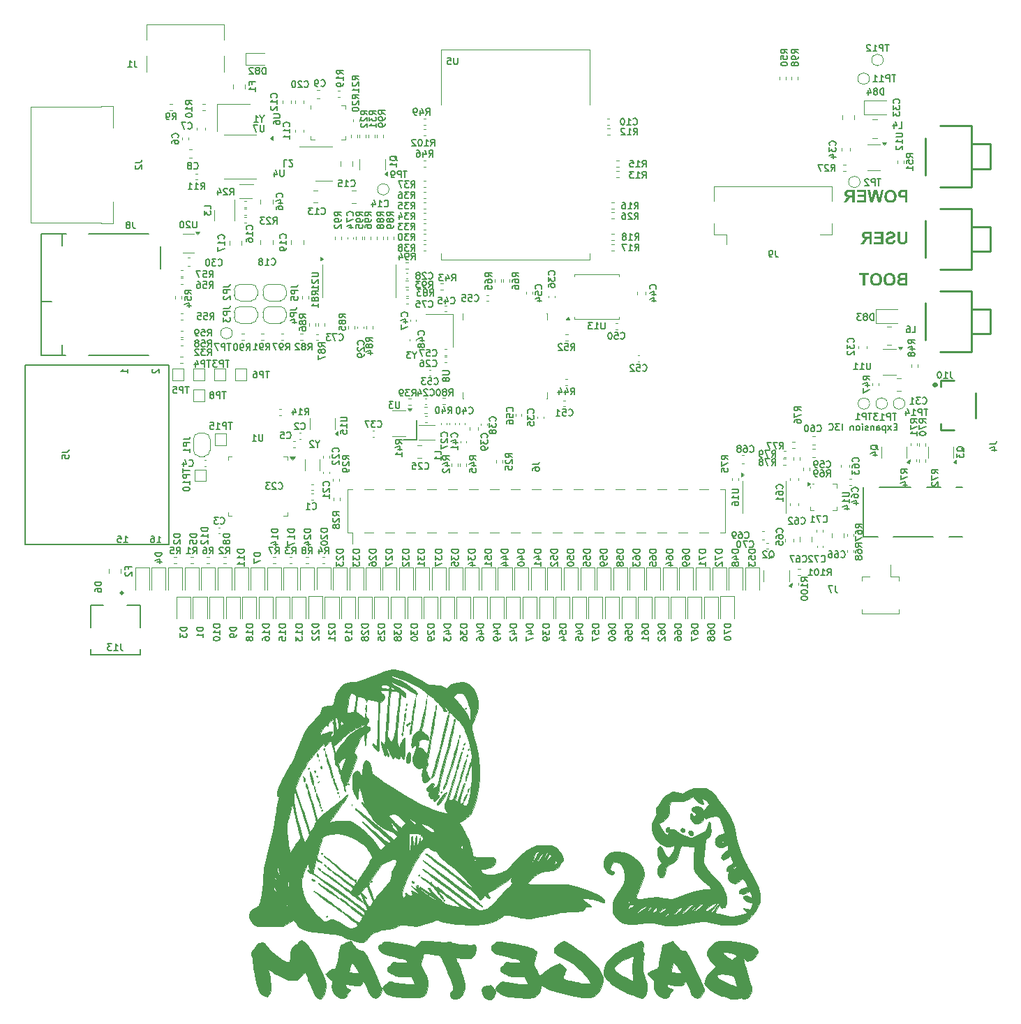
<source format=gbr>
%TF.GenerationSoftware,KiCad,Pcbnew,8.0.2*%
%TF.CreationDate,2024-05-22T21:58:48+02:00*%
%TF.ProjectId,why2025,77687932-3032-4352-9e6b-696361645f70,rev?*%
%TF.SameCoordinates,Original*%
%TF.FileFunction,Legend,Bot*%
%TF.FilePolarity,Positive*%
%FSLAX46Y46*%
G04 Gerber Fmt 4.6, Leading zero omitted, Abs format (unit mm)*
G04 Created by KiCad (PCBNEW 8.0.2) date 2024-05-22 21:58:48*
%MOMM*%
%LPD*%
G01*
G04 APERTURE LIST*
%ADD10C,0.150000*%
%ADD11C,0.300000*%
%ADD12C,0.010000*%
%ADD13C,0.120000*%
%ADD14C,0.254000*%
%ADD15C,0.398780*%
%ADD16C,0.127000*%
%ADD17C,0.200000*%
%ADD18C,0.250000*%
%ADD19C,0.050000*%
%ADD20C,0.100000*%
G04 APERTURE END LIST*
D10*
X-12300000Y14850000D02*
X-10700000Y14850000D01*
X-10700000Y14850000D02*
X-10700000Y17200000D01*
D11*
G36*
X48846493Y43617500D02*
G01*
X48541311Y43617500D01*
X48541311Y44203682D01*
X48342376Y44203682D01*
X48256496Y44204717D01*
X48179978Y44207820D01*
X48103991Y44213899D01*
X48026203Y44225298D01*
X48001087Y44231679D01*
X47931524Y44258967D01*
X47867934Y44296739D01*
X47835251Y44322247D01*
X47781438Y44379944D01*
X47739706Y44445116D01*
X47733584Y44457103D01*
X47706972Y44529171D01*
X47693147Y44603703D01*
X47689384Y44673728D01*
X48003489Y44673728D01*
X48008332Y44626535D01*
X48037927Y44557957D01*
X48067465Y44524297D01*
X48133182Y44484684D01*
X48141250Y44481889D01*
X48216440Y44468117D01*
X48291588Y44463045D01*
X48374249Y44461603D01*
X48541311Y44461603D01*
X48541311Y44883654D01*
X48394033Y44883654D01*
X48327182Y44883164D01*
X48249988Y44880759D01*
X48174581Y44873396D01*
X48110573Y44852337D01*
X48051849Y44807451D01*
X48015579Y44747642D01*
X48003489Y44673728D01*
X47689384Y44673728D01*
X47689148Y44678124D01*
X47693338Y44753651D01*
X47708388Y44832196D01*
X47734382Y44902452D01*
X47776709Y44971582D01*
X47805110Y45005123D01*
X47861460Y45055671D01*
X47924533Y45093583D01*
X47994330Y45118860D01*
X48025403Y45125404D01*
X48105226Y45134388D01*
X48188549Y45138891D01*
X48274759Y45141020D01*
X48357030Y45141575D01*
X48846493Y45141575D01*
X48846493Y43617500D01*
G37*
G36*
X46801234Y45164787D02*
G01*
X46878634Y45160269D01*
X46951932Y45150001D01*
X47030677Y45131225D01*
X47104064Y45104938D01*
X47110666Y45102098D01*
X47181155Y45064719D01*
X47241856Y45020969D01*
X47299337Y44967918D01*
X47310319Y44956329D01*
X47360851Y44895550D01*
X47404085Y44830048D01*
X47440020Y44759823D01*
X47466858Y44687342D01*
X47487104Y44607743D01*
X47499211Y44533851D01*
X47506475Y44454729D01*
X47508897Y44370378D01*
X47508703Y44347861D01*
X47504040Y44260836D01*
X47493161Y44178675D01*
X47476065Y44101381D01*
X47452752Y44028953D01*
X47414869Y43945260D01*
X47367272Y43869169D01*
X47309961Y43800682D01*
X47244422Y43741155D01*
X47172138Y43691717D01*
X47093110Y43652369D01*
X47007339Y43623109D01*
X46933865Y43606967D01*
X46856076Y43597281D01*
X46773970Y43594052D01*
X46692895Y43597298D01*
X46615998Y43607035D01*
X46543281Y43623264D01*
X46458260Y43652679D01*
X46379769Y43692236D01*
X46307808Y43741937D01*
X46242376Y43801781D01*
X46218286Y43828372D01*
X46164861Y43900323D01*
X46121149Y43980091D01*
X46093174Y44049535D01*
X46071415Y44123981D01*
X46055873Y44203430D01*
X46046548Y44287883D01*
X46043440Y44377339D01*
X46043565Y44384666D01*
X46358879Y44384666D01*
X46358994Y44368149D01*
X46362988Y44289462D01*
X46375314Y44203608D01*
X46395858Y44127105D01*
X46430211Y44049670D01*
X46475750Y43984963D01*
X46490615Y43968859D01*
X46546677Y43920676D01*
X46618432Y43881194D01*
X46698386Y43858336D01*
X46775069Y43851973D01*
X46797626Y43852496D01*
X46872655Y43862579D01*
X46950931Y43889816D01*
X47021238Y43933814D01*
X47076221Y43986062D01*
X47090550Y44003360D01*
X47133424Y44071633D01*
X47161159Y44139726D01*
X47180573Y44216654D01*
X47191667Y44302417D01*
X47194556Y44380636D01*
X47194444Y44397016D01*
X47190499Y44475017D01*
X47178328Y44560046D01*
X47158042Y44635725D01*
X47124119Y44712198D01*
X47079152Y44775943D01*
X47064440Y44791826D01*
X46999868Y44845109D01*
X46926137Y44881997D01*
X46854110Y44900826D01*
X46775069Y44907102D01*
X46751821Y44906595D01*
X46675027Y44896843D01*
X46595978Y44870499D01*
X46526226Y44827943D01*
X46472819Y44777409D01*
X46465809Y44769195D01*
X46422970Y44704365D01*
X46391036Y44626702D01*
X46372343Y44549920D01*
X46361661Y44463710D01*
X46358879Y44384666D01*
X46043565Y44384666D01*
X46044223Y44423093D01*
X46050485Y44510780D01*
X46063010Y44593372D01*
X46081798Y44670870D01*
X46106848Y44743273D01*
X46138161Y44810580D01*
X46186108Y44887551D01*
X46243841Y44956561D01*
X46309731Y45016616D01*
X46382151Y45066492D01*
X46461100Y45106189D01*
X46546578Y45135707D01*
X46619662Y45151993D01*
X46696925Y45161765D01*
X46778367Y45165022D01*
X46801234Y45164787D01*
G37*
G36*
X45600139Y43617500D02*
G01*
X45960642Y45141575D01*
X45648499Y45141575D01*
X45420987Y44094506D01*
X45144748Y45141575D01*
X44782048Y45141575D01*
X44517166Y44076920D01*
X44285258Y45141575D01*
X43978244Y45141575D01*
X44344975Y43617500D01*
X44668475Y43617500D01*
X44969626Y44756892D01*
X45269312Y43617500D01*
X45600139Y43617500D01*
G37*
G36*
X43833164Y43617500D02*
G01*
X43833164Y45141575D01*
X42713189Y45141575D01*
X42713189Y44883654D01*
X43527983Y44883654D01*
X43527983Y44555392D01*
X42769609Y44555392D01*
X42769609Y44297472D01*
X43527983Y44297472D01*
X43527983Y43875420D01*
X42684246Y43875420D01*
X42684246Y43617500D01*
X43833164Y43617500D01*
G37*
G36*
X42432554Y43617500D02*
G01*
X42127739Y43617500D01*
X42127739Y44250577D01*
X42065823Y44250577D01*
X42059307Y44250561D01*
X41984689Y44247351D01*
X41912316Y44233724D01*
X41879675Y44218761D01*
X41820725Y44171442D01*
X41794462Y44140874D01*
X41748559Y44080059D01*
X41701378Y44013323D01*
X41659891Y43952723D01*
X41439340Y43617500D01*
X41074441Y43617500D01*
X41259089Y43914255D01*
X41298459Y43977075D01*
X41340418Y44040728D01*
X41383134Y44100765D01*
X41432745Y44161184D01*
X41471563Y44199441D01*
X41531884Y44247655D01*
X41595778Y44289045D01*
X41571298Y44293031D01*
X41491730Y44312052D01*
X41421663Y44338962D01*
X41353222Y44379377D01*
X41297191Y44430095D01*
X41253433Y44489721D01*
X41222178Y44556857D01*
X41203424Y44631504D01*
X41198204Y44700106D01*
X41511514Y44700106D01*
X41514555Y44660614D01*
X41542655Y44589098D01*
X41564214Y44563931D01*
X41628018Y44526449D01*
X41671765Y44517771D01*
X41750962Y44511460D01*
X41825560Y44509129D01*
X41902058Y44508497D01*
X42127739Y44508497D01*
X42127739Y44883654D01*
X41889602Y44883654D01*
X41815598Y44883409D01*
X41741316Y44882372D01*
X41667219Y44878525D01*
X41612354Y44863139D01*
X41552180Y44820640D01*
X41524381Y44775029D01*
X41511514Y44700106D01*
X41198204Y44700106D01*
X41197173Y44713661D01*
X41197431Y44730487D01*
X41206447Y44811051D01*
X41228343Y44885677D01*
X41263119Y44954363D01*
X41308628Y45013818D01*
X41368606Y45064756D01*
X41438974Y45100542D01*
X41476444Y45112363D01*
X41549865Y45127109D01*
X41627709Y45135805D01*
X41704533Y45140132D01*
X41790683Y45141575D01*
X42432554Y45141575D01*
X42432554Y43617500D01*
G37*
G36*
X48848691Y40101575D02*
G01*
X48543510Y40101575D01*
X48543510Y39274324D01*
X48542966Y39194878D01*
X48541014Y39120312D01*
X48536012Y39046048D01*
X48532152Y39019335D01*
X48507427Y38949238D01*
X48460784Y38887408D01*
X48439096Y38868759D01*
X48370138Y38831992D01*
X48298000Y38815522D01*
X48237595Y38811973D01*
X48162569Y38817196D01*
X48089068Y38837255D01*
X48041591Y38865462D01*
X47991359Y38921264D01*
X47963332Y38992499D01*
X47962456Y38997353D01*
X47954196Y39070408D01*
X47950502Y39144269D01*
X47949020Y39223644D01*
X47948900Y39256739D01*
X47948900Y40101575D01*
X47644085Y40101575D01*
X47644085Y39302534D01*
X47644694Y39220823D01*
X47646518Y39146966D01*
X47650314Y39068702D01*
X47656955Y38991688D01*
X47668998Y38915287D01*
X47690852Y38841614D01*
X47726049Y38770722D01*
X47760223Y38724045D01*
X47816294Y38670224D01*
X47878826Y38628672D01*
X47937909Y38600214D01*
X48013980Y38575871D01*
X48093884Y38561671D01*
X48174009Y38555179D01*
X48228436Y38554052D01*
X48305837Y38555817D01*
X48386890Y38562336D01*
X48467330Y38575668D01*
X48542279Y38598166D01*
X48556699Y38604244D01*
X48621957Y38638741D01*
X48683163Y38683382D01*
X48733286Y38735036D01*
X48775687Y38796568D01*
X48807552Y38865670D01*
X48818649Y38903930D01*
X48831793Y38977111D01*
X48840212Y39053918D01*
X48845141Y39129240D01*
X48847958Y39213320D01*
X48848691Y39290078D01*
X48848691Y40101575D01*
G37*
G36*
X47408513Y39069893D02*
G01*
X47111758Y39093340D01*
X47092367Y39017819D01*
X47060625Y38948181D01*
X47013312Y38888935D01*
X47003314Y38880116D01*
X46940141Y38841320D01*
X46863460Y38818627D01*
X46782030Y38811973D01*
X46704924Y38816812D01*
X46632710Y38833542D01*
X46564755Y38869391D01*
X46560013Y38873155D01*
X46508923Y38930938D01*
X46485932Y39001563D01*
X46485275Y39016770D01*
X46504506Y39089587D01*
X46516782Y39106530D01*
X46578174Y39150993D01*
X46626325Y39171010D01*
X46699605Y39193429D01*
X46774338Y39213915D01*
X46847410Y39233134D01*
X46870690Y39239153D01*
X46943715Y39259393D01*
X47021922Y39285428D01*
X47089851Y39313369D01*
X47156111Y39348376D01*
X47214706Y39391561D01*
X47268953Y39449346D01*
X47309875Y39512425D01*
X47337474Y39580799D01*
X47351750Y39654467D01*
X47353925Y39698941D01*
X47346219Y39777262D01*
X47323102Y39852034D01*
X47288712Y39916927D01*
X47242108Y39975825D01*
X47184270Y40025205D01*
X47115197Y40065069D01*
X47100034Y40071899D01*
X47026586Y40097579D01*
X46954584Y40113350D01*
X46876262Y40122480D01*
X46802547Y40125022D01*
X46717138Y40121901D01*
X46638599Y40112536D01*
X46566929Y40096928D01*
X46489992Y40069957D01*
X46422947Y40033996D01*
X46374633Y39997161D01*
X46318180Y39937137D01*
X46274806Y39868944D01*
X46244510Y39792581D01*
X46228951Y39720624D01*
X46223325Y39656076D01*
X46528506Y39656076D01*
X46549406Y39731518D01*
X46589808Y39797005D01*
X46612404Y39817643D01*
X46681166Y39851453D01*
X46759751Y39865363D01*
X46805844Y39867102D01*
X46883152Y39861878D01*
X46955299Y39844066D01*
X47013939Y39813613D01*
X47058474Y39751995D01*
X47062299Y39721289D01*
X47036745Y39651153D01*
X47016870Y39631530D01*
X46950495Y39594830D01*
X46880428Y39569276D01*
X46802176Y39546203D01*
X46736601Y39529314D01*
X46657153Y39508903D01*
X46585871Y39488338D01*
X46513029Y39464150D01*
X46443391Y39436249D01*
X46407240Y39418672D01*
X46345151Y39379366D01*
X46287349Y39326791D01*
X46240544Y39264433D01*
X46206127Y39191770D01*
X46187237Y39116322D01*
X46180330Y39040771D01*
X46180094Y39022998D01*
X46187142Y38943092D01*
X46208287Y38866406D01*
X46243528Y38792940D01*
X46252267Y38778633D01*
X46297589Y38719179D01*
X46352358Y38668999D01*
X46416574Y38628092D01*
X46456332Y38609373D01*
X46526331Y38585170D01*
X46604435Y38567882D01*
X46679426Y38558428D01*
X46760622Y38554268D01*
X46784961Y38554052D01*
X46871245Y38557263D01*
X46951034Y38566896D01*
X47024330Y38582952D01*
X47103714Y38610695D01*
X47173747Y38647687D01*
X47224965Y38685577D01*
X47278189Y38739274D01*
X47322732Y38801445D01*
X47358595Y38872092D01*
X47385776Y38951214D01*
X47401795Y39023623D01*
X47408513Y39069893D01*
G37*
G36*
X45931699Y38577500D02*
G01*
X45931699Y40101575D01*
X44811723Y40101575D01*
X44811723Y39843654D01*
X45626517Y39843654D01*
X45626517Y39515392D01*
X44868143Y39515392D01*
X44868143Y39257472D01*
X45626517Y39257472D01*
X45626517Y38835420D01*
X44782780Y38835420D01*
X44782780Y38577500D01*
X45931699Y38577500D01*
G37*
G36*
X44531088Y38577500D02*
G01*
X44226273Y38577500D01*
X44226273Y39210577D01*
X44164357Y39210577D01*
X44157841Y39210561D01*
X44083224Y39207351D01*
X44010851Y39193724D01*
X43978209Y39178761D01*
X43919260Y39131442D01*
X43892996Y39100874D01*
X43847093Y39040059D01*
X43799912Y38973323D01*
X43758426Y38912723D01*
X43537875Y38577500D01*
X43172976Y38577500D01*
X43357623Y38874255D01*
X43396993Y38937075D01*
X43438953Y39000728D01*
X43481668Y39060765D01*
X43531280Y39121184D01*
X43570097Y39159441D01*
X43630418Y39207655D01*
X43694312Y39249045D01*
X43669833Y39253031D01*
X43590264Y39272052D01*
X43520198Y39298962D01*
X43451756Y39339377D01*
X43395725Y39390095D01*
X43351968Y39449721D01*
X43320712Y39516857D01*
X43301959Y39591504D01*
X43296739Y39660106D01*
X43610048Y39660106D01*
X43613089Y39620614D01*
X43641189Y39549098D01*
X43662749Y39523931D01*
X43726552Y39486449D01*
X43770299Y39477771D01*
X43849497Y39471460D01*
X43924094Y39469129D01*
X44000593Y39468497D01*
X44226273Y39468497D01*
X44226273Y39843654D01*
X43988136Y39843654D01*
X43914132Y39843409D01*
X43839850Y39842372D01*
X43765753Y39838525D01*
X43710889Y39823139D01*
X43650715Y39780640D01*
X43622915Y39735029D01*
X43610048Y39660106D01*
X43296739Y39660106D01*
X43295708Y39673661D01*
X43295965Y39690487D01*
X43304981Y39771051D01*
X43326877Y39845677D01*
X43361653Y39914363D01*
X43407163Y39973818D01*
X43467141Y40024756D01*
X43537508Y40060542D01*
X43574978Y40072363D01*
X43648400Y40087109D01*
X43726243Y40095805D01*
X43803068Y40100132D01*
X43889218Y40101575D01*
X44531088Y40101575D01*
X44531088Y38577500D01*
G37*
G36*
X48845394Y33537500D02*
G01*
X48331018Y33537500D01*
X48278232Y33537963D01*
X48198669Y33538965D01*
X48117079Y33540545D01*
X48041034Y33542909D01*
X47963189Y33547758D01*
X47897842Y33558918D01*
X47826317Y33582162D01*
X47758757Y33619565D01*
X47719533Y33651141D01*
X47668855Y33707693D01*
X47627965Y33775270D01*
X47606968Y33824523D01*
X47586721Y33899691D01*
X47579972Y33976404D01*
X47580227Y33990692D01*
X47895411Y33990692D01*
X47902486Y33931418D01*
X47938276Y33863930D01*
X47977038Y33831335D01*
X48048918Y33804579D01*
X48104829Y33798649D01*
X48183213Y33795992D01*
X48258112Y33795420D01*
X48540579Y33795420D01*
X48540579Y34194024D01*
X48294382Y34194024D01*
X48256580Y34193834D01*
X48178369Y34191913D01*
X48098368Y34186404D01*
X48023639Y34172409D01*
X47984283Y34154770D01*
X47928384Y34104265D01*
X47907035Y34063075D01*
X47895411Y33990692D01*
X47580227Y33990692D01*
X47580262Y33992666D01*
X47590430Y34069981D01*
X47615124Y34140642D01*
X47654344Y34204649D01*
X47668783Y34222353D01*
X47725054Y34274160D01*
X47793848Y34314875D01*
X47866468Y34342035D01*
X47820100Y34367383D01*
X47760080Y34415967D01*
X47711496Y34477224D01*
X47686492Y34523386D01*
X47662381Y34596750D01*
X47658931Y34630364D01*
X47951099Y34630364D01*
X47958536Y34575248D01*
X47996161Y34511662D01*
X48045470Y34477224D01*
X48119260Y34457074D01*
X48182893Y34453568D01*
X48259944Y34452265D01*
X48340544Y34451945D01*
X48540579Y34451945D01*
X48540579Y34803654D01*
X48365457Y34803654D01*
X48352159Y34803649D01*
X48268370Y34803334D01*
X48184547Y34802207D01*
X48104605Y34798525D01*
X48052759Y34786538D01*
X47989933Y34745036D01*
X47964789Y34704902D01*
X47951099Y34630364D01*
X47658931Y34630364D01*
X47654344Y34675061D01*
X47655979Y34711734D01*
X47670747Y34786422D01*
X47700872Y34854579D01*
X47712779Y34874134D01*
X47760223Y34934641D01*
X47816643Y34982807D01*
X47834337Y34994376D01*
X47900865Y35026663D01*
X47974546Y35046188D01*
X48017379Y35052183D01*
X48093715Y35058194D01*
X48167612Y35060839D01*
X48241625Y35061575D01*
X48845394Y35061575D01*
X48845394Y33537500D01*
G37*
G36*
X46685463Y35084787D02*
G01*
X46762863Y35080269D01*
X46836161Y35070001D01*
X46914906Y35051225D01*
X46988293Y35024938D01*
X46994895Y35022098D01*
X47065384Y34984719D01*
X47126085Y34940969D01*
X47183565Y34887918D01*
X47194548Y34876329D01*
X47245080Y34815550D01*
X47288314Y34750048D01*
X47324249Y34679823D01*
X47351087Y34607342D01*
X47371333Y34527743D01*
X47383440Y34453851D01*
X47390704Y34374729D01*
X47393126Y34290378D01*
X47392932Y34267861D01*
X47388269Y34180836D01*
X47377390Y34098675D01*
X47360294Y34021381D01*
X47336981Y33948953D01*
X47299098Y33865260D01*
X47251501Y33789169D01*
X47194190Y33720682D01*
X47128651Y33661155D01*
X47056367Y33611717D01*
X46977339Y33572369D01*
X46891567Y33543109D01*
X46818094Y33526967D01*
X46740305Y33517281D01*
X46658199Y33514052D01*
X46577124Y33517298D01*
X46500227Y33527035D01*
X46427510Y33543264D01*
X46342489Y33572679D01*
X46263998Y33612236D01*
X46192037Y33661937D01*
X46126605Y33721781D01*
X46102515Y33748372D01*
X46049090Y33820323D01*
X46005378Y33900091D01*
X45977403Y33969535D01*
X45955644Y34043981D01*
X45940102Y34123430D01*
X45930777Y34207883D01*
X45927669Y34297339D01*
X45927794Y34304666D01*
X46243108Y34304666D01*
X46243222Y34288149D01*
X46247217Y34209462D01*
X46259543Y34123608D01*
X46280087Y34047105D01*
X46314440Y33969670D01*
X46359979Y33904963D01*
X46374844Y33888859D01*
X46430905Y33840676D01*
X46502661Y33801194D01*
X46582615Y33778336D01*
X46659298Y33771973D01*
X46681855Y33772496D01*
X46756883Y33782579D01*
X46835159Y33809816D01*
X46905467Y33853814D01*
X46960450Y33906062D01*
X46974779Y33923360D01*
X47017653Y33991633D01*
X47045388Y34059726D01*
X47064802Y34136654D01*
X47075896Y34222417D01*
X47078785Y34300636D01*
X47078673Y34317016D01*
X47074728Y34395017D01*
X47062556Y34480046D01*
X47042270Y34555725D01*
X47008348Y34632198D01*
X46963381Y34695943D01*
X46948669Y34711826D01*
X46884097Y34765109D01*
X46810366Y34801997D01*
X46738338Y34820826D01*
X46659298Y34827102D01*
X46636050Y34826595D01*
X46559256Y34816843D01*
X46480207Y34790499D01*
X46410455Y34747943D01*
X46357048Y34697409D01*
X46350038Y34689195D01*
X46307199Y34624365D01*
X46275265Y34546702D01*
X46256572Y34469920D01*
X46245890Y34383710D01*
X46243108Y34304666D01*
X45927794Y34304666D01*
X45928452Y34343093D01*
X45934714Y34430780D01*
X45947239Y34513372D01*
X45966027Y34590870D01*
X45991077Y34663273D01*
X46022390Y34730580D01*
X46070337Y34807551D01*
X46128070Y34876561D01*
X46193960Y34936616D01*
X46266380Y34986492D01*
X46345329Y35026189D01*
X46430807Y35055707D01*
X46503891Y35071993D01*
X46581154Y35081765D01*
X46662595Y35085022D01*
X46685463Y35084787D01*
G37*
G36*
X45052944Y35084787D02*
G01*
X45130344Y35080269D01*
X45203641Y35070001D01*
X45282387Y35051225D01*
X45355774Y35024938D01*
X45362375Y35022098D01*
X45432865Y34984719D01*
X45493566Y34940969D01*
X45551046Y34887918D01*
X45562029Y34876329D01*
X45612561Y34815550D01*
X45655795Y34750048D01*
X45691730Y34679823D01*
X45718568Y34607342D01*
X45738814Y34527743D01*
X45750921Y34453851D01*
X45758185Y34374729D01*
X45760607Y34290378D01*
X45760412Y34267861D01*
X45755750Y34180836D01*
X45744870Y34098675D01*
X45727774Y34021381D01*
X45704462Y33948953D01*
X45666578Y33865260D01*
X45618981Y33789169D01*
X45561671Y33720682D01*
X45496131Y33661155D01*
X45423848Y33611717D01*
X45344820Y33572369D01*
X45259048Y33543109D01*
X45185575Y33526967D01*
X45107786Y33517281D01*
X45025680Y33514052D01*
X44944605Y33517298D01*
X44867708Y33527035D01*
X44794991Y33543264D01*
X44709970Y33572679D01*
X44631479Y33612236D01*
X44559517Y33661937D01*
X44494085Y33721781D01*
X44469995Y33748372D01*
X44416570Y33820323D01*
X44372859Y33900091D01*
X44344883Y33969535D01*
X44323125Y34043981D01*
X44307583Y34123430D01*
X44298258Y34207883D01*
X44295150Y34297339D01*
X44295275Y34304666D01*
X44610589Y34304666D01*
X44610703Y34288149D01*
X44614698Y34209462D01*
X44627024Y34123608D01*
X44647568Y34047105D01*
X44681921Y33969670D01*
X44727459Y33904963D01*
X44742324Y33888859D01*
X44798386Y33840676D01*
X44870142Y33801194D01*
X44950095Y33778336D01*
X45026779Y33771973D01*
X45049336Y33772496D01*
X45124364Y33782579D01*
X45202640Y33809816D01*
X45272948Y33853814D01*
X45327930Y33906062D01*
X45342260Y33923360D01*
X45385134Y33991633D01*
X45412869Y34059726D01*
X45432283Y34136654D01*
X45443377Y34222417D01*
X45446266Y34300636D01*
X45446153Y34317016D01*
X45442209Y34395017D01*
X45430037Y34480046D01*
X45409751Y34555725D01*
X45375829Y34632198D01*
X45330861Y34695943D01*
X45316150Y34711826D01*
X45251578Y34765109D01*
X45177847Y34801997D01*
X45105819Y34820826D01*
X45026779Y34827102D01*
X45003531Y34826595D01*
X44926737Y34816843D01*
X44847688Y34790499D01*
X44777936Y34747943D01*
X44724528Y34697409D01*
X44717519Y34689195D01*
X44674680Y34624365D01*
X44642746Y34546702D01*
X44624053Y34469920D01*
X44613371Y34383710D01*
X44610589Y34304666D01*
X44295275Y34304666D01*
X44295932Y34343093D01*
X44302195Y34430780D01*
X44314720Y34513372D01*
X44333508Y34590870D01*
X44358558Y34663273D01*
X44389870Y34730580D01*
X44437818Y34807551D01*
X44495551Y34876561D01*
X44561441Y34936616D01*
X44633860Y34986492D01*
X44712809Y35026189D01*
X44798288Y35055707D01*
X44871372Y35071993D01*
X44948635Y35081765D01*
X45030076Y35085022D01*
X45052944Y35084787D01*
G37*
G36*
X43726186Y33537500D02*
G01*
X43726186Y34803654D01*
X44174249Y34803654D01*
X44174249Y35061575D01*
X42974040Y35061575D01*
X42974040Y34803654D01*
X43421004Y34803654D01*
X43421004Y33537500D01*
X43726186Y33537500D01*
G37*
D10*
X-33099523Y16937704D02*
X-33556666Y16937704D01*
X-33328094Y16137704D02*
X-33328094Y16937704D01*
X-33823333Y16137704D02*
X-33823333Y16937704D01*
X-33823333Y16937704D02*
X-34128095Y16937704D01*
X-34128095Y16937704D02*
X-34204285Y16899609D01*
X-34204285Y16899609D02*
X-34242380Y16861514D01*
X-34242380Y16861514D02*
X-34280476Y16785323D01*
X-34280476Y16785323D02*
X-34280476Y16671038D01*
X-34280476Y16671038D02*
X-34242380Y16594847D01*
X-34242380Y16594847D02*
X-34204285Y16556752D01*
X-34204285Y16556752D02*
X-34128095Y16518657D01*
X-34128095Y16518657D02*
X-33823333Y16518657D01*
X-35042380Y16137704D02*
X-34585237Y16137704D01*
X-34813809Y16137704D02*
X-34813809Y16937704D01*
X-34813809Y16937704D02*
X-34737618Y16823419D01*
X-34737618Y16823419D02*
X-34661428Y16747228D01*
X-34661428Y16747228D02*
X-34585237Y16709133D01*
X-35766190Y16937704D02*
X-35385238Y16937704D01*
X-35385238Y16937704D02*
X-35347142Y16556752D01*
X-35347142Y16556752D02*
X-35385238Y16594847D01*
X-35385238Y16594847D02*
X-35461428Y16632942D01*
X-35461428Y16632942D02*
X-35651904Y16632942D01*
X-35651904Y16632942D02*
X-35728095Y16594847D01*
X-35728095Y16594847D02*
X-35766190Y16556752D01*
X-35766190Y16556752D02*
X-35804285Y16480561D01*
X-35804285Y16480561D02*
X-35804285Y16290085D01*
X-35804285Y16290085D02*
X-35766190Y16213895D01*
X-35766190Y16213895D02*
X-35728095Y16175800D01*
X-35728095Y16175800D02*
X-35651904Y16137704D01*
X-35651904Y16137704D02*
X-35461428Y16137704D01*
X-35461428Y16137704D02*
X-35385238Y16175800D01*
X-35385238Y16175800D02*
X-35347142Y16213895D01*
X-39057704Y11360476D02*
X-39057704Y10903333D01*
X-38257704Y11131905D02*
X-39057704Y11131905D01*
X-38257704Y10636666D02*
X-39057704Y10636666D01*
X-39057704Y10636666D02*
X-39057704Y10331904D01*
X-39057704Y10331904D02*
X-39019609Y10255714D01*
X-39019609Y10255714D02*
X-38981514Y10217619D01*
X-38981514Y10217619D02*
X-38905323Y10179523D01*
X-38905323Y10179523D02*
X-38791038Y10179523D01*
X-38791038Y10179523D02*
X-38714847Y10217619D01*
X-38714847Y10217619D02*
X-38676752Y10255714D01*
X-38676752Y10255714D02*
X-38638657Y10331904D01*
X-38638657Y10331904D02*
X-38638657Y10636666D01*
X-38257704Y9417619D02*
X-38257704Y9874762D01*
X-38257704Y9646190D02*
X-39057704Y9646190D01*
X-39057704Y9646190D02*
X-38943419Y9722381D01*
X-38943419Y9722381D02*
X-38867228Y9798571D01*
X-38867228Y9798571D02*
X-38829133Y9874762D01*
X-39057704Y8922380D02*
X-39057704Y8846190D01*
X-39057704Y8846190D02*
X-39019609Y8769999D01*
X-39019609Y8769999D02*
X-38981514Y8731904D01*
X-38981514Y8731904D02*
X-38905323Y8693809D01*
X-38905323Y8693809D02*
X-38752942Y8655714D01*
X-38752942Y8655714D02*
X-38562466Y8655714D01*
X-38562466Y8655714D02*
X-38410085Y8693809D01*
X-38410085Y8693809D02*
X-38333895Y8731904D01*
X-38333895Y8731904D02*
X-38295800Y8769999D01*
X-38295800Y8769999D02*
X-38257704Y8846190D01*
X-38257704Y8846190D02*
X-38257704Y8922380D01*
X-38257704Y8922380D02*
X-38295800Y8998571D01*
X-38295800Y8998571D02*
X-38333895Y9036666D01*
X-38333895Y9036666D02*
X-38410085Y9074761D01*
X-38410085Y9074761D02*
X-38562466Y9112857D01*
X-38562466Y9112857D02*
X-38752942Y9112857D01*
X-38752942Y9112857D02*
X-38905323Y9074761D01*
X-38905323Y9074761D02*
X-38981514Y9036666D01*
X-38981514Y9036666D02*
X-39019609Y8998571D01*
X-39019609Y8998571D02*
X-39057704Y8922380D01*
X-33840476Y20647704D02*
X-34297619Y20647704D01*
X-34069047Y19847704D02*
X-34069047Y20647704D01*
X-34564286Y19847704D02*
X-34564286Y20647704D01*
X-34564286Y20647704D02*
X-34869048Y20647704D01*
X-34869048Y20647704D02*
X-34945238Y20609609D01*
X-34945238Y20609609D02*
X-34983333Y20571514D01*
X-34983333Y20571514D02*
X-35021429Y20495323D01*
X-35021429Y20495323D02*
X-35021429Y20381038D01*
X-35021429Y20381038D02*
X-34983333Y20304847D01*
X-34983333Y20304847D02*
X-34945238Y20266752D01*
X-34945238Y20266752D02*
X-34869048Y20228657D01*
X-34869048Y20228657D02*
X-34564286Y20228657D01*
X-35478571Y20304847D02*
X-35402381Y20342942D01*
X-35402381Y20342942D02*
X-35364286Y20381038D01*
X-35364286Y20381038D02*
X-35326190Y20457228D01*
X-35326190Y20457228D02*
X-35326190Y20495323D01*
X-35326190Y20495323D02*
X-35364286Y20571514D01*
X-35364286Y20571514D02*
X-35402381Y20609609D01*
X-35402381Y20609609D02*
X-35478571Y20647704D01*
X-35478571Y20647704D02*
X-35630952Y20647704D01*
X-35630952Y20647704D02*
X-35707143Y20609609D01*
X-35707143Y20609609D02*
X-35745238Y20571514D01*
X-35745238Y20571514D02*
X-35783333Y20495323D01*
X-35783333Y20495323D02*
X-35783333Y20457228D01*
X-35783333Y20457228D02*
X-35745238Y20381038D01*
X-35745238Y20381038D02*
X-35707143Y20342942D01*
X-35707143Y20342942D02*
X-35630952Y20304847D01*
X-35630952Y20304847D02*
X-35478571Y20304847D01*
X-35478571Y20304847D02*
X-35402381Y20266752D01*
X-35402381Y20266752D02*
X-35364286Y20228657D01*
X-35364286Y20228657D02*
X-35326190Y20152466D01*
X-35326190Y20152466D02*
X-35326190Y20000085D01*
X-35326190Y20000085D02*
X-35364286Y19923895D01*
X-35364286Y19923895D02*
X-35402381Y19885800D01*
X-35402381Y19885800D02*
X-35478571Y19847704D01*
X-35478571Y19847704D02*
X-35630952Y19847704D01*
X-35630952Y19847704D02*
X-35707143Y19885800D01*
X-35707143Y19885800D02*
X-35745238Y19923895D01*
X-35745238Y19923895D02*
X-35783333Y20000085D01*
X-35783333Y20000085D02*
X-35783333Y20152466D01*
X-35783333Y20152466D02*
X-35745238Y20228657D01*
X-35745238Y20228657D02*
X-35707143Y20266752D01*
X-35707143Y20266752D02*
X-35630952Y20304847D01*
X-28580476Y23157704D02*
X-29037619Y23157704D01*
X-28809047Y22357704D02*
X-28809047Y23157704D01*
X-29304286Y22357704D02*
X-29304286Y23157704D01*
X-29304286Y23157704D02*
X-29609048Y23157704D01*
X-29609048Y23157704D02*
X-29685238Y23119609D01*
X-29685238Y23119609D02*
X-29723333Y23081514D01*
X-29723333Y23081514D02*
X-29761429Y23005323D01*
X-29761429Y23005323D02*
X-29761429Y22891038D01*
X-29761429Y22891038D02*
X-29723333Y22814847D01*
X-29723333Y22814847D02*
X-29685238Y22776752D01*
X-29685238Y22776752D02*
X-29609048Y22738657D01*
X-29609048Y22738657D02*
X-29304286Y22738657D01*
X-30447143Y23157704D02*
X-30294762Y23157704D01*
X-30294762Y23157704D02*
X-30218571Y23119609D01*
X-30218571Y23119609D02*
X-30180476Y23081514D01*
X-30180476Y23081514D02*
X-30104286Y22967228D01*
X-30104286Y22967228D02*
X-30066190Y22814847D01*
X-30066190Y22814847D02*
X-30066190Y22510085D01*
X-30066190Y22510085D02*
X-30104286Y22433895D01*
X-30104286Y22433895D02*
X-30142381Y22395800D01*
X-30142381Y22395800D02*
X-30218571Y22357704D01*
X-30218571Y22357704D02*
X-30370952Y22357704D01*
X-30370952Y22357704D02*
X-30447143Y22395800D01*
X-30447143Y22395800D02*
X-30485238Y22433895D01*
X-30485238Y22433895D02*
X-30523333Y22510085D01*
X-30523333Y22510085D02*
X-30523333Y22700561D01*
X-30523333Y22700561D02*
X-30485238Y22776752D01*
X-30485238Y22776752D02*
X-30447143Y22814847D01*
X-30447143Y22814847D02*
X-30370952Y22852942D01*
X-30370952Y22852942D02*
X-30218571Y22852942D01*
X-30218571Y22852942D02*
X-30142381Y22814847D01*
X-30142381Y22814847D02*
X-30104286Y22776752D01*
X-30104286Y22776752D02*
X-30066190Y22700561D01*
X-38340476Y21287704D02*
X-38797619Y21287704D01*
X-38569047Y20487704D02*
X-38569047Y21287704D01*
X-39064286Y20487704D02*
X-39064286Y21287704D01*
X-39064286Y21287704D02*
X-39369048Y21287704D01*
X-39369048Y21287704D02*
X-39445238Y21249609D01*
X-39445238Y21249609D02*
X-39483333Y21211514D01*
X-39483333Y21211514D02*
X-39521429Y21135323D01*
X-39521429Y21135323D02*
X-39521429Y21021038D01*
X-39521429Y21021038D02*
X-39483333Y20944847D01*
X-39483333Y20944847D02*
X-39445238Y20906752D01*
X-39445238Y20906752D02*
X-39369048Y20868657D01*
X-39369048Y20868657D02*
X-39064286Y20868657D01*
X-40245238Y21287704D02*
X-39864286Y21287704D01*
X-39864286Y21287704D02*
X-39826190Y20906752D01*
X-39826190Y20906752D02*
X-39864286Y20944847D01*
X-39864286Y20944847D02*
X-39940476Y20982942D01*
X-39940476Y20982942D02*
X-40130952Y20982942D01*
X-40130952Y20982942D02*
X-40207143Y20944847D01*
X-40207143Y20944847D02*
X-40245238Y20906752D01*
X-40245238Y20906752D02*
X-40283333Y20830561D01*
X-40283333Y20830561D02*
X-40283333Y20640085D01*
X-40283333Y20640085D02*
X-40245238Y20563895D01*
X-40245238Y20563895D02*
X-40207143Y20525800D01*
X-40207143Y20525800D02*
X-40130952Y20487704D01*
X-40130952Y20487704D02*
X-39940476Y20487704D01*
X-39940476Y20487704D02*
X-39864286Y20525800D01*
X-39864286Y20525800D02*
X-39826190Y20563895D01*
X-35710476Y24477704D02*
X-36167619Y24477704D01*
X-35939047Y23677704D02*
X-35939047Y24477704D01*
X-36434286Y23677704D02*
X-36434286Y24477704D01*
X-36434286Y24477704D02*
X-36739048Y24477704D01*
X-36739048Y24477704D02*
X-36815238Y24439609D01*
X-36815238Y24439609D02*
X-36853333Y24401514D01*
X-36853333Y24401514D02*
X-36891429Y24325323D01*
X-36891429Y24325323D02*
X-36891429Y24211038D01*
X-36891429Y24211038D02*
X-36853333Y24134847D01*
X-36853333Y24134847D02*
X-36815238Y24096752D01*
X-36815238Y24096752D02*
X-36739048Y24058657D01*
X-36739048Y24058657D02*
X-36434286Y24058657D01*
X-37577143Y24211038D02*
X-37577143Y23677704D01*
X-37386667Y24515800D02*
X-37196190Y23944371D01*
X-37196190Y23944371D02*
X-37691429Y23944371D01*
X-33460476Y24477704D02*
X-33917619Y24477704D01*
X-33689047Y23677704D02*
X-33689047Y24477704D01*
X-34184286Y23677704D02*
X-34184286Y24477704D01*
X-34184286Y24477704D02*
X-34489048Y24477704D01*
X-34489048Y24477704D02*
X-34565238Y24439609D01*
X-34565238Y24439609D02*
X-34603333Y24401514D01*
X-34603333Y24401514D02*
X-34641429Y24325323D01*
X-34641429Y24325323D02*
X-34641429Y24211038D01*
X-34641429Y24211038D02*
X-34603333Y24134847D01*
X-34603333Y24134847D02*
X-34565238Y24096752D01*
X-34565238Y24096752D02*
X-34489048Y24058657D01*
X-34489048Y24058657D02*
X-34184286Y24058657D01*
X-34908095Y24477704D02*
X-35403333Y24477704D01*
X-35403333Y24477704D02*
X-35136667Y24172942D01*
X-35136667Y24172942D02*
X-35250952Y24172942D01*
X-35250952Y24172942D02*
X-35327143Y24134847D01*
X-35327143Y24134847D02*
X-35365238Y24096752D01*
X-35365238Y24096752D02*
X-35403333Y24020561D01*
X-35403333Y24020561D02*
X-35403333Y23830085D01*
X-35403333Y23830085D02*
X-35365238Y23753895D01*
X-35365238Y23753895D02*
X-35327143Y23715800D01*
X-35327143Y23715800D02*
X-35250952Y23677704D01*
X-35250952Y23677704D02*
X-35022381Y23677704D01*
X-35022381Y23677704D02*
X-34946190Y23715800D01*
X-34946190Y23715800D02*
X-34908095Y23753895D01*
X-36095714Y25067704D02*
X-35829047Y25448657D01*
X-35638571Y25067704D02*
X-35638571Y25867704D01*
X-35638571Y25867704D02*
X-35943333Y25867704D01*
X-35943333Y25867704D02*
X-36019523Y25829609D01*
X-36019523Y25829609D02*
X-36057618Y25791514D01*
X-36057618Y25791514D02*
X-36095714Y25715323D01*
X-36095714Y25715323D02*
X-36095714Y25601038D01*
X-36095714Y25601038D02*
X-36057618Y25524847D01*
X-36057618Y25524847D02*
X-36019523Y25486752D01*
X-36019523Y25486752D02*
X-35943333Y25448657D01*
X-35943333Y25448657D02*
X-35638571Y25448657D01*
X-36362380Y25867704D02*
X-36857618Y25867704D01*
X-36857618Y25867704D02*
X-36590952Y25562942D01*
X-36590952Y25562942D02*
X-36705237Y25562942D01*
X-36705237Y25562942D02*
X-36781428Y25524847D01*
X-36781428Y25524847D02*
X-36819523Y25486752D01*
X-36819523Y25486752D02*
X-36857618Y25410561D01*
X-36857618Y25410561D02*
X-36857618Y25220085D01*
X-36857618Y25220085D02*
X-36819523Y25143895D01*
X-36819523Y25143895D02*
X-36781428Y25105800D01*
X-36781428Y25105800D02*
X-36705237Y25067704D01*
X-36705237Y25067704D02*
X-36476666Y25067704D01*
X-36476666Y25067704D02*
X-36400475Y25105800D01*
X-36400475Y25105800D02*
X-36362380Y25143895D01*
X-37162380Y25791514D02*
X-37200476Y25829609D01*
X-37200476Y25829609D02*
X-37276666Y25867704D01*
X-37276666Y25867704D02*
X-37467142Y25867704D01*
X-37467142Y25867704D02*
X-37543333Y25829609D01*
X-37543333Y25829609D02*
X-37581428Y25791514D01*
X-37581428Y25791514D02*
X-37619523Y25715323D01*
X-37619523Y25715323D02*
X-37619523Y25639133D01*
X-37619523Y25639133D02*
X-37581428Y25524847D01*
X-37581428Y25524847D02*
X-37124285Y25067704D01*
X-37124285Y25067704D02*
X-37619523Y25067704D01*
X-16687704Y54264285D02*
X-17068657Y54530952D01*
X-16687704Y54721428D02*
X-17487704Y54721428D01*
X-17487704Y54721428D02*
X-17487704Y54416666D01*
X-17487704Y54416666D02*
X-17449609Y54340476D01*
X-17449609Y54340476D02*
X-17411514Y54302381D01*
X-17411514Y54302381D02*
X-17335323Y54264285D01*
X-17335323Y54264285D02*
X-17221038Y54264285D01*
X-17221038Y54264285D02*
X-17144847Y54302381D01*
X-17144847Y54302381D02*
X-17106752Y54340476D01*
X-17106752Y54340476D02*
X-17068657Y54416666D01*
X-17068657Y54416666D02*
X-17068657Y54721428D01*
X-17411514Y53959524D02*
X-17449609Y53921428D01*
X-17449609Y53921428D02*
X-17487704Y53845238D01*
X-17487704Y53845238D02*
X-17487704Y53654762D01*
X-17487704Y53654762D02*
X-17449609Y53578571D01*
X-17449609Y53578571D02*
X-17411514Y53540476D01*
X-17411514Y53540476D02*
X-17335323Y53502381D01*
X-17335323Y53502381D02*
X-17259133Y53502381D01*
X-17259133Y53502381D02*
X-17144847Y53540476D01*
X-17144847Y53540476D02*
X-16687704Y53997619D01*
X-16687704Y53997619D02*
X-16687704Y53502381D01*
X-17411514Y53197619D02*
X-17449609Y53159523D01*
X-17449609Y53159523D02*
X-17487704Y53083333D01*
X-17487704Y53083333D02*
X-17487704Y52892857D01*
X-17487704Y52892857D02*
X-17449609Y52816666D01*
X-17449609Y52816666D02*
X-17411514Y52778571D01*
X-17411514Y52778571D02*
X-17335323Y52740476D01*
X-17335323Y52740476D02*
X-17259133Y52740476D01*
X-17259133Y52740476D02*
X-17144847Y52778571D01*
X-17144847Y52778571D02*
X-16687704Y53235714D01*
X-16687704Y53235714D02*
X-16687704Y52740476D01*
X-21837704Y26114285D02*
X-22218657Y26380952D01*
X-21837704Y26571428D02*
X-22637704Y26571428D01*
X-22637704Y26571428D02*
X-22637704Y26266666D01*
X-22637704Y26266666D02*
X-22599609Y26190476D01*
X-22599609Y26190476D02*
X-22561514Y26152381D01*
X-22561514Y26152381D02*
X-22485323Y26114285D01*
X-22485323Y26114285D02*
X-22371038Y26114285D01*
X-22371038Y26114285D02*
X-22294847Y26152381D01*
X-22294847Y26152381D02*
X-22256752Y26190476D01*
X-22256752Y26190476D02*
X-22218657Y26266666D01*
X-22218657Y26266666D02*
X-22218657Y26571428D01*
X-22294847Y25657143D02*
X-22332942Y25733333D01*
X-22332942Y25733333D02*
X-22371038Y25771428D01*
X-22371038Y25771428D02*
X-22447228Y25809524D01*
X-22447228Y25809524D02*
X-22485323Y25809524D01*
X-22485323Y25809524D02*
X-22561514Y25771428D01*
X-22561514Y25771428D02*
X-22599609Y25733333D01*
X-22599609Y25733333D02*
X-22637704Y25657143D01*
X-22637704Y25657143D02*
X-22637704Y25504762D01*
X-22637704Y25504762D02*
X-22599609Y25428571D01*
X-22599609Y25428571D02*
X-22561514Y25390476D01*
X-22561514Y25390476D02*
X-22485323Y25352381D01*
X-22485323Y25352381D02*
X-22447228Y25352381D01*
X-22447228Y25352381D02*
X-22371038Y25390476D01*
X-22371038Y25390476D02*
X-22332942Y25428571D01*
X-22332942Y25428571D02*
X-22294847Y25504762D01*
X-22294847Y25504762D02*
X-22294847Y25657143D01*
X-22294847Y25657143D02*
X-22256752Y25733333D01*
X-22256752Y25733333D02*
X-22218657Y25771428D01*
X-22218657Y25771428D02*
X-22142466Y25809524D01*
X-22142466Y25809524D02*
X-21990085Y25809524D01*
X-21990085Y25809524D02*
X-21913895Y25771428D01*
X-21913895Y25771428D02*
X-21875800Y25733333D01*
X-21875800Y25733333D02*
X-21837704Y25657143D01*
X-21837704Y25657143D02*
X-21837704Y25504762D01*
X-21837704Y25504762D02*
X-21875800Y25428571D01*
X-21875800Y25428571D02*
X-21913895Y25390476D01*
X-21913895Y25390476D02*
X-21990085Y25352381D01*
X-21990085Y25352381D02*
X-22142466Y25352381D01*
X-22142466Y25352381D02*
X-22218657Y25390476D01*
X-22218657Y25390476D02*
X-22256752Y25428571D01*
X-22256752Y25428571D02*
X-22294847Y25504762D01*
X-22637704Y25085714D02*
X-22637704Y24552380D01*
X-22637704Y24552380D02*
X-21837704Y24895238D01*
X7724285Y17813895D02*
X7762381Y17775800D01*
X7762381Y17775800D02*
X7876666Y17737704D01*
X7876666Y17737704D02*
X7952857Y17737704D01*
X7952857Y17737704D02*
X8067143Y17775800D01*
X8067143Y17775800D02*
X8143333Y17851990D01*
X8143333Y17851990D02*
X8181428Y17928180D01*
X8181428Y17928180D02*
X8219524Y18080561D01*
X8219524Y18080561D02*
X8219524Y18194847D01*
X8219524Y18194847D02*
X8181428Y18347228D01*
X8181428Y18347228D02*
X8143333Y18423419D01*
X8143333Y18423419D02*
X8067143Y18499609D01*
X8067143Y18499609D02*
X7952857Y18537704D01*
X7952857Y18537704D02*
X7876666Y18537704D01*
X7876666Y18537704D02*
X7762381Y18499609D01*
X7762381Y18499609D02*
X7724285Y18461514D01*
X7000476Y18537704D02*
X7381428Y18537704D01*
X7381428Y18537704D02*
X7419524Y18156752D01*
X7419524Y18156752D02*
X7381428Y18194847D01*
X7381428Y18194847D02*
X7305238Y18232942D01*
X7305238Y18232942D02*
X7114762Y18232942D01*
X7114762Y18232942D02*
X7038571Y18194847D01*
X7038571Y18194847D02*
X7000476Y18156752D01*
X7000476Y18156752D02*
X6962381Y18080561D01*
X6962381Y18080561D02*
X6962381Y17890085D01*
X6962381Y17890085D02*
X7000476Y17813895D01*
X7000476Y17813895D02*
X7038571Y17775800D01*
X7038571Y17775800D02*
X7114762Y17737704D01*
X7114762Y17737704D02*
X7305238Y17737704D01*
X7305238Y17737704D02*
X7381428Y17775800D01*
X7381428Y17775800D02*
X7419524Y17813895D01*
X6200476Y17737704D02*
X6657619Y17737704D01*
X6429047Y17737704D02*
X6429047Y18537704D01*
X6429047Y18537704D02*
X6505238Y18423419D01*
X6505238Y18423419D02*
X6581428Y18347228D01*
X6581428Y18347228D02*
X6657619Y18309133D01*
X-36085714Y26137704D02*
X-35819047Y26518657D01*
X-35628571Y26137704D02*
X-35628571Y26937704D01*
X-35628571Y26937704D02*
X-35933333Y26937704D01*
X-35933333Y26937704D02*
X-36009523Y26899609D01*
X-36009523Y26899609D02*
X-36047618Y26861514D01*
X-36047618Y26861514D02*
X-36085714Y26785323D01*
X-36085714Y26785323D02*
X-36085714Y26671038D01*
X-36085714Y26671038D02*
X-36047618Y26594847D01*
X-36047618Y26594847D02*
X-36009523Y26556752D01*
X-36009523Y26556752D02*
X-35933333Y26518657D01*
X-35933333Y26518657D02*
X-35628571Y26518657D01*
X-36809523Y26937704D02*
X-36428571Y26937704D01*
X-36428571Y26937704D02*
X-36390475Y26556752D01*
X-36390475Y26556752D02*
X-36428571Y26594847D01*
X-36428571Y26594847D02*
X-36504761Y26632942D01*
X-36504761Y26632942D02*
X-36695237Y26632942D01*
X-36695237Y26632942D02*
X-36771428Y26594847D01*
X-36771428Y26594847D02*
X-36809523Y26556752D01*
X-36809523Y26556752D02*
X-36847618Y26480561D01*
X-36847618Y26480561D02*
X-36847618Y26290085D01*
X-36847618Y26290085D02*
X-36809523Y26213895D01*
X-36809523Y26213895D02*
X-36771428Y26175800D01*
X-36771428Y26175800D02*
X-36695237Y26137704D01*
X-36695237Y26137704D02*
X-36504761Y26137704D01*
X-36504761Y26137704D02*
X-36428571Y26175800D01*
X-36428571Y26175800D02*
X-36390475Y26213895D01*
X-37304761Y26594847D02*
X-37228571Y26632942D01*
X-37228571Y26632942D02*
X-37190476Y26671038D01*
X-37190476Y26671038D02*
X-37152380Y26747228D01*
X-37152380Y26747228D02*
X-37152380Y26785323D01*
X-37152380Y26785323D02*
X-37190476Y26861514D01*
X-37190476Y26861514D02*
X-37228571Y26899609D01*
X-37228571Y26899609D02*
X-37304761Y26937704D01*
X-37304761Y26937704D02*
X-37457142Y26937704D01*
X-37457142Y26937704D02*
X-37533333Y26899609D01*
X-37533333Y26899609D02*
X-37571428Y26861514D01*
X-37571428Y26861514D02*
X-37609523Y26785323D01*
X-37609523Y26785323D02*
X-37609523Y26747228D01*
X-37609523Y26747228D02*
X-37571428Y26671038D01*
X-37571428Y26671038D02*
X-37533333Y26632942D01*
X-37533333Y26632942D02*
X-37457142Y26594847D01*
X-37457142Y26594847D02*
X-37304761Y26594847D01*
X-37304761Y26594847D02*
X-37228571Y26556752D01*
X-37228571Y26556752D02*
X-37190476Y26518657D01*
X-37190476Y26518657D02*
X-37152380Y26442466D01*
X-37152380Y26442466D02*
X-37152380Y26290085D01*
X-37152380Y26290085D02*
X-37190476Y26213895D01*
X-37190476Y26213895D02*
X-37228571Y26175800D01*
X-37228571Y26175800D02*
X-37304761Y26137704D01*
X-37304761Y26137704D02*
X-37457142Y26137704D01*
X-37457142Y26137704D02*
X-37533333Y26175800D01*
X-37533333Y26175800D02*
X-37571428Y26213895D01*
X-37571428Y26213895D02*
X-37609523Y26290085D01*
X-37609523Y26290085D02*
X-37609523Y26442466D01*
X-37609523Y26442466D02*
X-37571428Y26518657D01*
X-37571428Y26518657D02*
X-37533333Y26556752D01*
X-37533333Y26556752D02*
X-37457142Y26594847D01*
X-22587704Y-7478571D02*
X-23387704Y-7478571D01*
X-23387704Y-7478571D02*
X-23387704Y-7669047D01*
X-23387704Y-7669047D02*
X-23349609Y-7783333D01*
X-23349609Y-7783333D02*
X-23273419Y-7859523D01*
X-23273419Y-7859523D02*
X-23197228Y-7897618D01*
X-23197228Y-7897618D02*
X-23044847Y-7935714D01*
X-23044847Y-7935714D02*
X-22930561Y-7935714D01*
X-22930561Y-7935714D02*
X-22778180Y-7897618D01*
X-22778180Y-7897618D02*
X-22701990Y-7859523D01*
X-22701990Y-7859523D02*
X-22625800Y-7783333D01*
X-22625800Y-7783333D02*
X-22587704Y-7669047D01*
X-22587704Y-7669047D02*
X-22587704Y-7478571D01*
X-23311514Y-8240475D02*
X-23349609Y-8278571D01*
X-23349609Y-8278571D02*
X-23387704Y-8354761D01*
X-23387704Y-8354761D02*
X-23387704Y-8545237D01*
X-23387704Y-8545237D02*
X-23349609Y-8621428D01*
X-23349609Y-8621428D02*
X-23311514Y-8659523D01*
X-23311514Y-8659523D02*
X-23235323Y-8697618D01*
X-23235323Y-8697618D02*
X-23159133Y-8697618D01*
X-23159133Y-8697618D02*
X-23044847Y-8659523D01*
X-23044847Y-8659523D02*
X-22587704Y-8202380D01*
X-22587704Y-8202380D02*
X-22587704Y-8697618D01*
X-23311514Y-9002380D02*
X-23349609Y-9040476D01*
X-23349609Y-9040476D02*
X-23387704Y-9116666D01*
X-23387704Y-9116666D02*
X-23387704Y-9307142D01*
X-23387704Y-9307142D02*
X-23349609Y-9383333D01*
X-23349609Y-9383333D02*
X-23311514Y-9421428D01*
X-23311514Y-9421428D02*
X-23235323Y-9459523D01*
X-23235323Y-9459523D02*
X-23159133Y-9459523D01*
X-23159133Y-9459523D02*
X-23044847Y-9421428D01*
X-23044847Y-9421428D02*
X-22587704Y-8964285D01*
X-22587704Y-8964285D02*
X-22587704Y-9459523D01*
X-17737704Y58514285D02*
X-18118657Y58780952D01*
X-17737704Y58971428D02*
X-18537704Y58971428D01*
X-18537704Y58971428D02*
X-18537704Y58666666D01*
X-18537704Y58666666D02*
X-18499609Y58590476D01*
X-18499609Y58590476D02*
X-18461514Y58552381D01*
X-18461514Y58552381D02*
X-18385323Y58514285D01*
X-18385323Y58514285D02*
X-18271038Y58514285D01*
X-18271038Y58514285D02*
X-18194847Y58552381D01*
X-18194847Y58552381D02*
X-18156752Y58590476D01*
X-18156752Y58590476D02*
X-18118657Y58666666D01*
X-18118657Y58666666D02*
X-18118657Y58971428D01*
X-18461514Y58209524D02*
X-18499609Y58171428D01*
X-18499609Y58171428D02*
X-18537704Y58095238D01*
X-18537704Y58095238D02*
X-18537704Y57904762D01*
X-18537704Y57904762D02*
X-18499609Y57828571D01*
X-18499609Y57828571D02*
X-18461514Y57790476D01*
X-18461514Y57790476D02*
X-18385323Y57752381D01*
X-18385323Y57752381D02*
X-18309133Y57752381D01*
X-18309133Y57752381D02*
X-18194847Y57790476D01*
X-18194847Y57790476D02*
X-17737704Y58247619D01*
X-17737704Y58247619D02*
X-17737704Y57752381D01*
X-17737704Y56990476D02*
X-17737704Y57447619D01*
X-17737704Y57219047D02*
X-18537704Y57219047D01*
X-18537704Y57219047D02*
X-18423419Y57295238D01*
X-18423419Y57295238D02*
X-18347228Y57371428D01*
X-18347228Y57371428D02*
X-18309133Y57447619D01*
X-22637704Y32414285D02*
X-23018657Y32680952D01*
X-22637704Y32871428D02*
X-23437704Y32871428D01*
X-23437704Y32871428D02*
X-23437704Y32566666D01*
X-23437704Y32566666D02*
X-23399609Y32490476D01*
X-23399609Y32490476D02*
X-23361514Y32452381D01*
X-23361514Y32452381D02*
X-23285323Y32414285D01*
X-23285323Y32414285D02*
X-23171038Y32414285D01*
X-23171038Y32414285D02*
X-23094847Y32452381D01*
X-23094847Y32452381D02*
X-23056752Y32490476D01*
X-23056752Y32490476D02*
X-23018657Y32566666D01*
X-23018657Y32566666D02*
X-23018657Y32871428D01*
X-23094847Y31957143D02*
X-23132942Y32033333D01*
X-23132942Y32033333D02*
X-23171038Y32071428D01*
X-23171038Y32071428D02*
X-23247228Y32109524D01*
X-23247228Y32109524D02*
X-23285323Y32109524D01*
X-23285323Y32109524D02*
X-23361514Y32071428D01*
X-23361514Y32071428D02*
X-23399609Y32033333D01*
X-23399609Y32033333D02*
X-23437704Y31957143D01*
X-23437704Y31957143D02*
X-23437704Y31804762D01*
X-23437704Y31804762D02*
X-23399609Y31728571D01*
X-23399609Y31728571D02*
X-23361514Y31690476D01*
X-23361514Y31690476D02*
X-23285323Y31652381D01*
X-23285323Y31652381D02*
X-23247228Y31652381D01*
X-23247228Y31652381D02*
X-23171038Y31690476D01*
X-23171038Y31690476D02*
X-23132942Y31728571D01*
X-23132942Y31728571D02*
X-23094847Y31804762D01*
X-23094847Y31804762D02*
X-23094847Y31957143D01*
X-23094847Y31957143D02*
X-23056752Y32033333D01*
X-23056752Y32033333D02*
X-23018657Y32071428D01*
X-23018657Y32071428D02*
X-22942466Y32109524D01*
X-22942466Y32109524D02*
X-22790085Y32109524D01*
X-22790085Y32109524D02*
X-22713895Y32071428D01*
X-22713895Y32071428D02*
X-22675800Y32033333D01*
X-22675800Y32033333D02*
X-22637704Y31957143D01*
X-22637704Y31957143D02*
X-22637704Y31804762D01*
X-22637704Y31804762D02*
X-22675800Y31728571D01*
X-22675800Y31728571D02*
X-22713895Y31690476D01*
X-22713895Y31690476D02*
X-22790085Y31652381D01*
X-22790085Y31652381D02*
X-22942466Y31652381D01*
X-22942466Y31652381D02*
X-23018657Y31690476D01*
X-23018657Y31690476D02*
X-23056752Y31728571D01*
X-23056752Y31728571D02*
X-23094847Y31804762D01*
X-22637704Y30890476D02*
X-22637704Y31347619D01*
X-22637704Y31119047D02*
X-23437704Y31119047D01*
X-23437704Y31119047D02*
X-23323419Y31195238D01*
X-23323419Y31195238D02*
X-23247228Y31271428D01*
X-23247228Y31271428D02*
X-23209133Y31347619D01*
X-34137704Y30766666D02*
X-33566276Y30766666D01*
X-33566276Y30766666D02*
X-33451990Y30804761D01*
X-33451990Y30804761D02*
X-33375800Y30880952D01*
X-33375800Y30880952D02*
X-33337704Y30995237D01*
X-33337704Y30995237D02*
X-33337704Y31071428D01*
X-33337704Y30385713D02*
X-34137704Y30385713D01*
X-34137704Y30385713D02*
X-34137704Y30080951D01*
X-34137704Y30080951D02*
X-34099609Y30004761D01*
X-34099609Y30004761D02*
X-34061514Y29966666D01*
X-34061514Y29966666D02*
X-33985323Y29928570D01*
X-33985323Y29928570D02*
X-33871038Y29928570D01*
X-33871038Y29928570D02*
X-33794847Y29966666D01*
X-33794847Y29966666D02*
X-33756752Y30004761D01*
X-33756752Y30004761D02*
X-33718657Y30080951D01*
X-33718657Y30080951D02*
X-33718657Y30385713D01*
X-34137704Y29661904D02*
X-34137704Y29166666D01*
X-34137704Y29166666D02*
X-33832942Y29433332D01*
X-33832942Y29433332D02*
X-33832942Y29319047D01*
X-33832942Y29319047D02*
X-33794847Y29242856D01*
X-33794847Y29242856D02*
X-33756752Y29204761D01*
X-33756752Y29204761D02*
X-33680561Y29166666D01*
X-33680561Y29166666D02*
X-33490085Y29166666D01*
X-33490085Y29166666D02*
X-33413895Y29204761D01*
X-33413895Y29204761D02*
X-33375800Y29242856D01*
X-33375800Y29242856D02*
X-33337704Y29319047D01*
X-33337704Y29319047D02*
X-33337704Y29547618D01*
X-33337704Y29547618D02*
X-33375800Y29623809D01*
X-33375800Y29623809D02*
X-33413895Y29661904D01*
X-36085714Y27437704D02*
X-35819047Y27818657D01*
X-35628571Y27437704D02*
X-35628571Y28237704D01*
X-35628571Y28237704D02*
X-35933333Y28237704D01*
X-35933333Y28237704D02*
X-36009523Y28199609D01*
X-36009523Y28199609D02*
X-36047618Y28161514D01*
X-36047618Y28161514D02*
X-36085714Y28085323D01*
X-36085714Y28085323D02*
X-36085714Y27971038D01*
X-36085714Y27971038D02*
X-36047618Y27894847D01*
X-36047618Y27894847D02*
X-36009523Y27856752D01*
X-36009523Y27856752D02*
X-35933333Y27818657D01*
X-35933333Y27818657D02*
X-35628571Y27818657D01*
X-36809523Y28237704D02*
X-36428571Y28237704D01*
X-36428571Y28237704D02*
X-36390475Y27856752D01*
X-36390475Y27856752D02*
X-36428571Y27894847D01*
X-36428571Y27894847D02*
X-36504761Y27932942D01*
X-36504761Y27932942D02*
X-36695237Y27932942D01*
X-36695237Y27932942D02*
X-36771428Y27894847D01*
X-36771428Y27894847D02*
X-36809523Y27856752D01*
X-36809523Y27856752D02*
X-36847618Y27780561D01*
X-36847618Y27780561D02*
X-36847618Y27590085D01*
X-36847618Y27590085D02*
X-36809523Y27513895D01*
X-36809523Y27513895D02*
X-36771428Y27475800D01*
X-36771428Y27475800D02*
X-36695237Y27437704D01*
X-36695237Y27437704D02*
X-36504761Y27437704D01*
X-36504761Y27437704D02*
X-36428571Y27475800D01*
X-36428571Y27475800D02*
X-36390475Y27513895D01*
X-37228571Y27437704D02*
X-37380952Y27437704D01*
X-37380952Y27437704D02*
X-37457142Y27475800D01*
X-37457142Y27475800D02*
X-37495238Y27513895D01*
X-37495238Y27513895D02*
X-37571428Y27628180D01*
X-37571428Y27628180D02*
X-37609523Y27780561D01*
X-37609523Y27780561D02*
X-37609523Y28085323D01*
X-37609523Y28085323D02*
X-37571428Y28161514D01*
X-37571428Y28161514D02*
X-37533333Y28199609D01*
X-37533333Y28199609D02*
X-37457142Y28237704D01*
X-37457142Y28237704D02*
X-37304761Y28237704D01*
X-37304761Y28237704D02*
X-37228571Y28199609D01*
X-37228571Y28199609D02*
X-37190476Y28161514D01*
X-37190476Y28161514D02*
X-37152380Y28085323D01*
X-37152380Y28085323D02*
X-37152380Y27894847D01*
X-37152380Y27894847D02*
X-37190476Y27818657D01*
X-37190476Y27818657D02*
X-37228571Y27780561D01*
X-37228571Y27780561D02*
X-37304761Y27742466D01*
X-37304761Y27742466D02*
X-37457142Y27742466D01*
X-37457142Y27742466D02*
X-37533333Y27780561D01*
X-37533333Y27780561D02*
X-37571428Y27818657D01*
X-37571428Y27818657D02*
X-37609523Y27894847D01*
X-37409524Y41337704D02*
X-37409524Y40690085D01*
X-37409524Y40690085D02*
X-37447619Y40613895D01*
X-37447619Y40613895D02*
X-37485714Y40575800D01*
X-37485714Y40575800D02*
X-37561905Y40537704D01*
X-37561905Y40537704D02*
X-37714286Y40537704D01*
X-37714286Y40537704D02*
X-37790476Y40575800D01*
X-37790476Y40575800D02*
X-37828571Y40613895D01*
X-37828571Y40613895D02*
X-37866667Y40690085D01*
X-37866667Y40690085D02*
X-37866667Y41337704D01*
X-38209523Y41261514D02*
X-38247619Y41299609D01*
X-38247619Y41299609D02*
X-38323809Y41337704D01*
X-38323809Y41337704D02*
X-38514285Y41337704D01*
X-38514285Y41337704D02*
X-38590476Y41299609D01*
X-38590476Y41299609D02*
X-38628571Y41261514D01*
X-38628571Y41261514D02*
X-38666666Y41185323D01*
X-38666666Y41185323D02*
X-38666666Y41109133D01*
X-38666666Y41109133D02*
X-38628571Y40994847D01*
X-38628571Y40994847D02*
X-38171428Y40537704D01*
X-38171428Y40537704D02*
X-38666666Y40537704D01*
X-39161905Y41337704D02*
X-39238095Y41337704D01*
X-39238095Y41337704D02*
X-39314286Y41299609D01*
X-39314286Y41299609D02*
X-39352381Y41261514D01*
X-39352381Y41261514D02*
X-39390476Y41185323D01*
X-39390476Y41185323D02*
X-39428571Y41032942D01*
X-39428571Y41032942D02*
X-39428571Y40842466D01*
X-39428571Y40842466D02*
X-39390476Y40690085D01*
X-39390476Y40690085D02*
X-39352381Y40613895D01*
X-39352381Y40613895D02*
X-39314286Y40575800D01*
X-39314286Y40575800D02*
X-39238095Y40537704D01*
X-39238095Y40537704D02*
X-39161905Y40537704D01*
X-39161905Y40537704D02*
X-39085714Y40575800D01*
X-39085714Y40575800D02*
X-39047619Y40613895D01*
X-39047619Y40613895D02*
X-39009524Y40690085D01*
X-39009524Y40690085D02*
X-38971428Y40842466D01*
X-38971428Y40842466D02*
X-38971428Y41032942D01*
X-38971428Y41032942D02*
X-39009524Y41185323D01*
X-39009524Y41185323D02*
X-39047619Y41261514D01*
X-39047619Y41261514D02*
X-39085714Y41299609D01*
X-39085714Y41299609D02*
X-39161905Y41337704D01*
X35914285Y4713895D02*
X35952381Y4675800D01*
X35952381Y4675800D02*
X36066666Y4637704D01*
X36066666Y4637704D02*
X36142857Y4637704D01*
X36142857Y4637704D02*
X36257143Y4675800D01*
X36257143Y4675800D02*
X36333333Y4751990D01*
X36333333Y4751990D02*
X36371428Y4828180D01*
X36371428Y4828180D02*
X36409524Y4980561D01*
X36409524Y4980561D02*
X36409524Y5094847D01*
X36409524Y5094847D02*
X36371428Y5247228D01*
X36371428Y5247228D02*
X36333333Y5323419D01*
X36333333Y5323419D02*
X36257143Y5399609D01*
X36257143Y5399609D02*
X36142857Y5437704D01*
X36142857Y5437704D02*
X36066666Y5437704D01*
X36066666Y5437704D02*
X35952381Y5399609D01*
X35952381Y5399609D02*
X35914285Y5361514D01*
X35228571Y5437704D02*
X35380952Y5437704D01*
X35380952Y5437704D02*
X35457143Y5399609D01*
X35457143Y5399609D02*
X35495238Y5361514D01*
X35495238Y5361514D02*
X35571428Y5247228D01*
X35571428Y5247228D02*
X35609524Y5094847D01*
X35609524Y5094847D02*
X35609524Y4790085D01*
X35609524Y4790085D02*
X35571428Y4713895D01*
X35571428Y4713895D02*
X35533333Y4675800D01*
X35533333Y4675800D02*
X35457143Y4637704D01*
X35457143Y4637704D02*
X35304762Y4637704D01*
X35304762Y4637704D02*
X35228571Y4675800D01*
X35228571Y4675800D02*
X35190476Y4713895D01*
X35190476Y4713895D02*
X35152381Y4790085D01*
X35152381Y4790085D02*
X35152381Y4980561D01*
X35152381Y4980561D02*
X35190476Y5056752D01*
X35190476Y5056752D02*
X35228571Y5094847D01*
X35228571Y5094847D02*
X35304762Y5132942D01*
X35304762Y5132942D02*
X35457143Y5132942D01*
X35457143Y5132942D02*
X35533333Y5094847D01*
X35533333Y5094847D02*
X35571428Y5056752D01*
X35571428Y5056752D02*
X35609524Y4980561D01*
X34847619Y5361514D02*
X34809523Y5399609D01*
X34809523Y5399609D02*
X34733333Y5437704D01*
X34733333Y5437704D02*
X34542857Y5437704D01*
X34542857Y5437704D02*
X34466666Y5399609D01*
X34466666Y5399609D02*
X34428571Y5361514D01*
X34428571Y5361514D02*
X34390476Y5285323D01*
X34390476Y5285323D02*
X34390476Y5209133D01*
X34390476Y5209133D02*
X34428571Y5094847D01*
X34428571Y5094847D02*
X34885714Y4637704D01*
X34885714Y4637704D02*
X34390476Y4637704D01*
X-11285714Y20137704D02*
X-11019047Y20518657D01*
X-10828571Y20137704D02*
X-10828571Y20937704D01*
X-10828571Y20937704D02*
X-11133333Y20937704D01*
X-11133333Y20937704D02*
X-11209523Y20899609D01*
X-11209523Y20899609D02*
X-11247618Y20861514D01*
X-11247618Y20861514D02*
X-11285714Y20785323D01*
X-11285714Y20785323D02*
X-11285714Y20671038D01*
X-11285714Y20671038D02*
X-11247618Y20594847D01*
X-11247618Y20594847D02*
X-11209523Y20556752D01*
X-11209523Y20556752D02*
X-11133333Y20518657D01*
X-11133333Y20518657D02*
X-10828571Y20518657D01*
X-11552380Y20937704D02*
X-12047618Y20937704D01*
X-12047618Y20937704D02*
X-11780952Y20632942D01*
X-11780952Y20632942D02*
X-11895237Y20632942D01*
X-11895237Y20632942D02*
X-11971428Y20594847D01*
X-11971428Y20594847D02*
X-12009523Y20556752D01*
X-12009523Y20556752D02*
X-12047618Y20480561D01*
X-12047618Y20480561D02*
X-12047618Y20290085D01*
X-12047618Y20290085D02*
X-12009523Y20213895D01*
X-12009523Y20213895D02*
X-11971428Y20175800D01*
X-11971428Y20175800D02*
X-11895237Y20137704D01*
X-11895237Y20137704D02*
X-11666666Y20137704D01*
X-11666666Y20137704D02*
X-11590475Y20175800D01*
X-11590475Y20175800D02*
X-11552380Y20213895D01*
X-12428571Y20137704D02*
X-12580952Y20137704D01*
X-12580952Y20137704D02*
X-12657142Y20175800D01*
X-12657142Y20175800D02*
X-12695238Y20213895D01*
X-12695238Y20213895D02*
X-12771428Y20328180D01*
X-12771428Y20328180D02*
X-12809523Y20480561D01*
X-12809523Y20480561D02*
X-12809523Y20785323D01*
X-12809523Y20785323D02*
X-12771428Y20861514D01*
X-12771428Y20861514D02*
X-12733333Y20899609D01*
X-12733333Y20899609D02*
X-12657142Y20937704D01*
X-12657142Y20937704D02*
X-12504761Y20937704D01*
X-12504761Y20937704D02*
X-12428571Y20899609D01*
X-12428571Y20899609D02*
X-12390476Y20861514D01*
X-12390476Y20861514D02*
X-12352380Y20785323D01*
X-12352380Y20785323D02*
X-12352380Y20594847D01*
X-12352380Y20594847D02*
X-12390476Y20518657D01*
X-12390476Y20518657D02*
X-12428571Y20480561D01*
X-12428571Y20480561D02*
X-12504761Y20442466D01*
X-12504761Y20442466D02*
X-12657142Y20442466D01*
X-12657142Y20442466D02*
X-12733333Y20480561D01*
X-12733333Y20480561D02*
X-12771428Y20518657D01*
X-12771428Y20518657D02*
X-12809523Y20594847D01*
X-4587704Y-7528571D02*
X-5387704Y-7528571D01*
X-5387704Y-7528571D02*
X-5387704Y-7719047D01*
X-5387704Y-7719047D02*
X-5349609Y-7833333D01*
X-5349609Y-7833333D02*
X-5273419Y-7909523D01*
X-5273419Y-7909523D02*
X-5197228Y-7947618D01*
X-5197228Y-7947618D02*
X-5044847Y-7985714D01*
X-5044847Y-7985714D02*
X-4930561Y-7985714D01*
X-4930561Y-7985714D02*
X-4778180Y-7947618D01*
X-4778180Y-7947618D02*
X-4701990Y-7909523D01*
X-4701990Y-7909523D02*
X-4625800Y-7833333D01*
X-4625800Y-7833333D02*
X-4587704Y-7719047D01*
X-4587704Y-7719047D02*
X-4587704Y-7528571D01*
X-5387704Y-8252380D02*
X-5387704Y-8747618D01*
X-5387704Y-8747618D02*
X-5082942Y-8480952D01*
X-5082942Y-8480952D02*
X-5082942Y-8595237D01*
X-5082942Y-8595237D02*
X-5044847Y-8671428D01*
X-5044847Y-8671428D02*
X-5006752Y-8709523D01*
X-5006752Y-8709523D02*
X-4930561Y-8747618D01*
X-4930561Y-8747618D02*
X-4740085Y-8747618D01*
X-4740085Y-8747618D02*
X-4663895Y-8709523D01*
X-4663895Y-8709523D02*
X-4625800Y-8671428D01*
X-4625800Y-8671428D02*
X-4587704Y-8595237D01*
X-4587704Y-8595237D02*
X-4587704Y-8366666D01*
X-4587704Y-8366666D02*
X-4625800Y-8290475D01*
X-4625800Y-8290475D02*
X-4663895Y-8252380D01*
X-5387704Y-9433333D02*
X-5387704Y-9280952D01*
X-5387704Y-9280952D02*
X-5349609Y-9204761D01*
X-5349609Y-9204761D02*
X-5311514Y-9166666D01*
X-5311514Y-9166666D02*
X-5197228Y-9090476D01*
X-5197228Y-9090476D02*
X-5044847Y-9052380D01*
X-5044847Y-9052380D02*
X-4740085Y-9052380D01*
X-4740085Y-9052380D02*
X-4663895Y-9090476D01*
X-4663895Y-9090476D02*
X-4625800Y-9128571D01*
X-4625800Y-9128571D02*
X-4587704Y-9204761D01*
X-4587704Y-9204761D02*
X-4587704Y-9357142D01*
X-4587704Y-9357142D02*
X-4625800Y-9433333D01*
X-4625800Y-9433333D02*
X-4663895Y-9471428D01*
X-4663895Y-9471428D02*
X-4740085Y-9509523D01*
X-4740085Y-9509523D02*
X-4930561Y-9509523D01*
X-4930561Y-9509523D02*
X-5006752Y-9471428D01*
X-5006752Y-9471428D02*
X-5044847Y-9433333D01*
X-5044847Y-9433333D02*
X-5082942Y-9357142D01*
X-5082942Y-9357142D02*
X-5082942Y-9204761D01*
X-5082942Y-9204761D02*
X-5044847Y-9128571D01*
X-5044847Y-9128571D02*
X-5006752Y-9090476D01*
X-5006752Y-9090476D02*
X-4930561Y-9052380D01*
X-3685714Y31713895D02*
X-3647618Y31675800D01*
X-3647618Y31675800D02*
X-3533333Y31637704D01*
X-3533333Y31637704D02*
X-3457142Y31637704D01*
X-3457142Y31637704D02*
X-3342856Y31675800D01*
X-3342856Y31675800D02*
X-3266666Y31751990D01*
X-3266666Y31751990D02*
X-3228571Y31828180D01*
X-3228571Y31828180D02*
X-3190475Y31980561D01*
X-3190475Y31980561D02*
X-3190475Y32094847D01*
X-3190475Y32094847D02*
X-3228571Y32247228D01*
X-3228571Y32247228D02*
X-3266666Y32323419D01*
X-3266666Y32323419D02*
X-3342856Y32399609D01*
X-3342856Y32399609D02*
X-3457142Y32437704D01*
X-3457142Y32437704D02*
X-3533333Y32437704D01*
X-3533333Y32437704D02*
X-3647618Y32399609D01*
X-3647618Y32399609D02*
X-3685714Y32361514D01*
X-4409523Y32437704D02*
X-4028571Y32437704D01*
X-4028571Y32437704D02*
X-3990475Y32056752D01*
X-3990475Y32056752D02*
X-4028571Y32094847D01*
X-4028571Y32094847D02*
X-4104761Y32132942D01*
X-4104761Y32132942D02*
X-4295237Y32132942D01*
X-4295237Y32132942D02*
X-4371428Y32094847D01*
X-4371428Y32094847D02*
X-4409523Y32056752D01*
X-4409523Y32056752D02*
X-4447618Y31980561D01*
X-4447618Y31980561D02*
X-4447618Y31790085D01*
X-4447618Y31790085D02*
X-4409523Y31713895D01*
X-4409523Y31713895D02*
X-4371428Y31675800D01*
X-4371428Y31675800D02*
X-4295237Y31637704D01*
X-4295237Y31637704D02*
X-4104761Y31637704D01*
X-4104761Y31637704D02*
X-4028571Y31675800D01*
X-4028571Y31675800D02*
X-3990475Y31713895D01*
X-5171428Y32437704D02*
X-4790476Y32437704D01*
X-4790476Y32437704D02*
X-4752380Y32056752D01*
X-4752380Y32056752D02*
X-4790476Y32094847D01*
X-4790476Y32094847D02*
X-4866666Y32132942D01*
X-4866666Y32132942D02*
X-5057142Y32132942D01*
X-5057142Y32132942D02*
X-5133333Y32094847D01*
X-5133333Y32094847D02*
X-5171428Y32056752D01*
X-5171428Y32056752D02*
X-5209523Y31980561D01*
X-5209523Y31980561D02*
X-5209523Y31790085D01*
X-5209523Y31790085D02*
X-5171428Y31713895D01*
X-5171428Y31713895D02*
X-5133333Y31675800D01*
X-5133333Y31675800D02*
X-5057142Y31637704D01*
X-5057142Y31637704D02*
X-4866666Y31637704D01*
X-4866666Y31637704D02*
X-4790476Y31675800D01*
X-4790476Y31675800D02*
X-4752380Y31713895D01*
X7984285Y25697704D02*
X8250952Y26078657D01*
X8441428Y25697704D02*
X8441428Y26497704D01*
X8441428Y26497704D02*
X8136666Y26497704D01*
X8136666Y26497704D02*
X8060476Y26459609D01*
X8060476Y26459609D02*
X8022381Y26421514D01*
X8022381Y26421514D02*
X7984285Y26345323D01*
X7984285Y26345323D02*
X7984285Y26231038D01*
X7984285Y26231038D02*
X8022381Y26154847D01*
X8022381Y26154847D02*
X8060476Y26116752D01*
X8060476Y26116752D02*
X8136666Y26078657D01*
X8136666Y26078657D02*
X8441428Y26078657D01*
X7260476Y26497704D02*
X7641428Y26497704D01*
X7641428Y26497704D02*
X7679524Y26116752D01*
X7679524Y26116752D02*
X7641428Y26154847D01*
X7641428Y26154847D02*
X7565238Y26192942D01*
X7565238Y26192942D02*
X7374762Y26192942D01*
X7374762Y26192942D02*
X7298571Y26154847D01*
X7298571Y26154847D02*
X7260476Y26116752D01*
X7260476Y26116752D02*
X7222381Y26040561D01*
X7222381Y26040561D02*
X7222381Y25850085D01*
X7222381Y25850085D02*
X7260476Y25773895D01*
X7260476Y25773895D02*
X7298571Y25735800D01*
X7298571Y25735800D02*
X7374762Y25697704D01*
X7374762Y25697704D02*
X7565238Y25697704D01*
X7565238Y25697704D02*
X7641428Y25735800D01*
X7641428Y25735800D02*
X7679524Y25773895D01*
X6917619Y26421514D02*
X6879523Y26459609D01*
X6879523Y26459609D02*
X6803333Y26497704D01*
X6803333Y26497704D02*
X6612857Y26497704D01*
X6612857Y26497704D02*
X6536666Y26459609D01*
X6536666Y26459609D02*
X6498571Y26421514D01*
X6498571Y26421514D02*
X6460476Y26345323D01*
X6460476Y26345323D02*
X6460476Y26269133D01*
X6460476Y26269133D02*
X6498571Y26154847D01*
X6498571Y26154847D02*
X6955714Y25697704D01*
X6955714Y25697704D02*
X6460476Y25697704D01*
X15714285Y41587704D02*
X15980952Y41968657D01*
X16171428Y41587704D02*
X16171428Y42387704D01*
X16171428Y42387704D02*
X15866666Y42387704D01*
X15866666Y42387704D02*
X15790476Y42349609D01*
X15790476Y42349609D02*
X15752381Y42311514D01*
X15752381Y42311514D02*
X15714285Y42235323D01*
X15714285Y42235323D02*
X15714285Y42121038D01*
X15714285Y42121038D02*
X15752381Y42044847D01*
X15752381Y42044847D02*
X15790476Y42006752D01*
X15790476Y42006752D02*
X15866666Y41968657D01*
X15866666Y41968657D02*
X16171428Y41968657D01*
X15409524Y42311514D02*
X15371428Y42349609D01*
X15371428Y42349609D02*
X15295238Y42387704D01*
X15295238Y42387704D02*
X15104762Y42387704D01*
X15104762Y42387704D02*
X15028571Y42349609D01*
X15028571Y42349609D02*
X14990476Y42311514D01*
X14990476Y42311514D02*
X14952381Y42235323D01*
X14952381Y42235323D02*
X14952381Y42159133D01*
X14952381Y42159133D02*
X14990476Y42044847D01*
X14990476Y42044847D02*
X15447619Y41587704D01*
X15447619Y41587704D02*
X14952381Y41587704D01*
X14266666Y42387704D02*
X14419047Y42387704D01*
X14419047Y42387704D02*
X14495238Y42349609D01*
X14495238Y42349609D02*
X14533333Y42311514D01*
X14533333Y42311514D02*
X14609523Y42197228D01*
X14609523Y42197228D02*
X14647619Y42044847D01*
X14647619Y42044847D02*
X14647619Y41740085D01*
X14647619Y41740085D02*
X14609523Y41663895D01*
X14609523Y41663895D02*
X14571428Y41625800D01*
X14571428Y41625800D02*
X14495238Y41587704D01*
X14495238Y41587704D02*
X14342857Y41587704D01*
X14342857Y41587704D02*
X14266666Y41625800D01*
X14266666Y41625800D02*
X14228571Y41663895D01*
X14228571Y41663895D02*
X14190476Y41740085D01*
X14190476Y41740085D02*
X14190476Y41930561D01*
X14190476Y41930561D02*
X14228571Y42006752D01*
X14228571Y42006752D02*
X14266666Y42044847D01*
X14266666Y42044847D02*
X14342857Y42082942D01*
X14342857Y42082942D02*
X14495238Y42082942D01*
X14495238Y42082942D02*
X14571428Y42044847D01*
X14571428Y42044847D02*
X14609523Y42006752D01*
X14609523Y42006752D02*
X14647619Y41930561D01*
X5412295Y-7528571D02*
X4612295Y-7528571D01*
X4612295Y-7528571D02*
X4612295Y-7719047D01*
X4612295Y-7719047D02*
X4650390Y-7833333D01*
X4650390Y-7833333D02*
X4726580Y-7909523D01*
X4726580Y-7909523D02*
X4802771Y-7947618D01*
X4802771Y-7947618D02*
X4955152Y-7985714D01*
X4955152Y-7985714D02*
X5069438Y-7985714D01*
X5069438Y-7985714D02*
X5221819Y-7947618D01*
X5221819Y-7947618D02*
X5298009Y-7909523D01*
X5298009Y-7909523D02*
X5374200Y-7833333D01*
X5374200Y-7833333D02*
X5412295Y-7719047D01*
X5412295Y-7719047D02*
X5412295Y-7528571D01*
X4612295Y-8252380D02*
X4612295Y-8747618D01*
X4612295Y-8747618D02*
X4917057Y-8480952D01*
X4917057Y-8480952D02*
X4917057Y-8595237D01*
X4917057Y-8595237D02*
X4955152Y-8671428D01*
X4955152Y-8671428D02*
X4993247Y-8709523D01*
X4993247Y-8709523D02*
X5069438Y-8747618D01*
X5069438Y-8747618D02*
X5259914Y-8747618D01*
X5259914Y-8747618D02*
X5336104Y-8709523D01*
X5336104Y-8709523D02*
X5374200Y-8671428D01*
X5374200Y-8671428D02*
X5412295Y-8595237D01*
X5412295Y-8595237D02*
X5412295Y-8366666D01*
X5412295Y-8366666D02*
X5374200Y-8290475D01*
X5374200Y-8290475D02*
X5336104Y-8252380D01*
X5412295Y-9128571D02*
X5412295Y-9280952D01*
X5412295Y-9280952D02*
X5374200Y-9357142D01*
X5374200Y-9357142D02*
X5336104Y-9395238D01*
X5336104Y-9395238D02*
X5221819Y-9471428D01*
X5221819Y-9471428D02*
X5069438Y-9509523D01*
X5069438Y-9509523D02*
X4764676Y-9509523D01*
X4764676Y-9509523D02*
X4688485Y-9471428D01*
X4688485Y-9471428D02*
X4650390Y-9433333D01*
X4650390Y-9433333D02*
X4612295Y-9357142D01*
X4612295Y-9357142D02*
X4612295Y-9204761D01*
X4612295Y-9204761D02*
X4650390Y-9128571D01*
X4650390Y-9128571D02*
X4688485Y-9090476D01*
X4688485Y-9090476D02*
X4764676Y-9052380D01*
X4764676Y-9052380D02*
X4955152Y-9052380D01*
X4955152Y-9052380D02*
X5031342Y-9090476D01*
X5031342Y-9090476D02*
X5069438Y-9128571D01*
X5069438Y-9128571D02*
X5107533Y-9204761D01*
X5107533Y-9204761D02*
X5107533Y-9357142D01*
X5107533Y-9357142D02*
X5069438Y-9433333D01*
X5069438Y-9433333D02*
X5031342Y-9471428D01*
X5031342Y-9471428D02*
X4955152Y-9509523D01*
X-12790476Y19487704D02*
X-12790476Y18840085D01*
X-12790476Y18840085D02*
X-12828571Y18763895D01*
X-12828571Y18763895D02*
X-12866666Y18725800D01*
X-12866666Y18725800D02*
X-12942857Y18687704D01*
X-12942857Y18687704D02*
X-13095238Y18687704D01*
X-13095238Y18687704D02*
X-13171428Y18725800D01*
X-13171428Y18725800D02*
X-13209523Y18763895D01*
X-13209523Y18763895D02*
X-13247619Y18840085D01*
X-13247619Y18840085D02*
X-13247619Y19487704D01*
X-13552380Y19487704D02*
X-14047618Y19487704D01*
X-14047618Y19487704D02*
X-13780952Y19182942D01*
X-13780952Y19182942D02*
X-13895237Y19182942D01*
X-13895237Y19182942D02*
X-13971428Y19144847D01*
X-13971428Y19144847D02*
X-14009523Y19106752D01*
X-14009523Y19106752D02*
X-14047618Y19030561D01*
X-14047618Y19030561D02*
X-14047618Y18840085D01*
X-14047618Y18840085D02*
X-14009523Y18763895D01*
X-14009523Y18763895D02*
X-13971428Y18725800D01*
X-13971428Y18725800D02*
X-13895237Y18687704D01*
X-13895237Y18687704D02*
X-13666666Y18687704D01*
X-13666666Y18687704D02*
X-13590475Y18725800D01*
X-13590475Y18725800D02*
X-13552380Y18763895D01*
X-34137704Y33416666D02*
X-33566276Y33416666D01*
X-33566276Y33416666D02*
X-33451990Y33454761D01*
X-33451990Y33454761D02*
X-33375800Y33530952D01*
X-33375800Y33530952D02*
X-33337704Y33645237D01*
X-33337704Y33645237D02*
X-33337704Y33721428D01*
X-33337704Y33035713D02*
X-34137704Y33035713D01*
X-34137704Y33035713D02*
X-34137704Y32730951D01*
X-34137704Y32730951D02*
X-34099609Y32654761D01*
X-34099609Y32654761D02*
X-34061514Y32616666D01*
X-34061514Y32616666D02*
X-33985323Y32578570D01*
X-33985323Y32578570D02*
X-33871038Y32578570D01*
X-33871038Y32578570D02*
X-33794847Y32616666D01*
X-33794847Y32616666D02*
X-33756752Y32654761D01*
X-33756752Y32654761D02*
X-33718657Y32730951D01*
X-33718657Y32730951D02*
X-33718657Y33035713D01*
X-34061514Y32273809D02*
X-34099609Y32235713D01*
X-34099609Y32235713D02*
X-34137704Y32159523D01*
X-34137704Y32159523D02*
X-34137704Y31969047D01*
X-34137704Y31969047D02*
X-34099609Y31892856D01*
X-34099609Y31892856D02*
X-34061514Y31854761D01*
X-34061514Y31854761D02*
X-33985323Y31816666D01*
X-33985323Y31816666D02*
X-33909133Y31816666D01*
X-33909133Y31816666D02*
X-33794847Y31854761D01*
X-33794847Y31854761D02*
X-33337704Y32311904D01*
X-33337704Y32311904D02*
X-33337704Y31816666D01*
X21412295Y-7528571D02*
X20612295Y-7528571D01*
X20612295Y-7528571D02*
X20612295Y-7719047D01*
X20612295Y-7719047D02*
X20650390Y-7833333D01*
X20650390Y-7833333D02*
X20726580Y-7909523D01*
X20726580Y-7909523D02*
X20802771Y-7947618D01*
X20802771Y-7947618D02*
X20955152Y-7985714D01*
X20955152Y-7985714D02*
X21069438Y-7985714D01*
X21069438Y-7985714D02*
X21221819Y-7947618D01*
X21221819Y-7947618D02*
X21298009Y-7909523D01*
X21298009Y-7909523D02*
X21374200Y-7833333D01*
X21374200Y-7833333D02*
X21412295Y-7719047D01*
X21412295Y-7719047D02*
X21412295Y-7528571D01*
X20612295Y-8671428D02*
X20612295Y-8519047D01*
X20612295Y-8519047D02*
X20650390Y-8442856D01*
X20650390Y-8442856D02*
X20688485Y-8404761D01*
X20688485Y-8404761D02*
X20802771Y-8328571D01*
X20802771Y-8328571D02*
X20955152Y-8290475D01*
X20955152Y-8290475D02*
X21259914Y-8290475D01*
X21259914Y-8290475D02*
X21336104Y-8328571D01*
X21336104Y-8328571D02*
X21374200Y-8366666D01*
X21374200Y-8366666D02*
X21412295Y-8442856D01*
X21412295Y-8442856D02*
X21412295Y-8595237D01*
X21412295Y-8595237D02*
X21374200Y-8671428D01*
X21374200Y-8671428D02*
X21336104Y-8709523D01*
X21336104Y-8709523D02*
X21259914Y-8747618D01*
X21259914Y-8747618D02*
X21069438Y-8747618D01*
X21069438Y-8747618D02*
X20993247Y-8709523D01*
X20993247Y-8709523D02*
X20955152Y-8671428D01*
X20955152Y-8671428D02*
X20917057Y-8595237D01*
X20917057Y-8595237D02*
X20917057Y-8442856D01*
X20917057Y-8442856D02*
X20955152Y-8366666D01*
X20955152Y-8366666D02*
X20993247Y-8328571D01*
X20993247Y-8328571D02*
X21069438Y-8290475D01*
X20612295Y-9433333D02*
X20612295Y-9280952D01*
X20612295Y-9280952D02*
X20650390Y-9204761D01*
X20650390Y-9204761D02*
X20688485Y-9166666D01*
X20688485Y-9166666D02*
X20802771Y-9090476D01*
X20802771Y-9090476D02*
X20955152Y-9052380D01*
X20955152Y-9052380D02*
X21259914Y-9052380D01*
X21259914Y-9052380D02*
X21336104Y-9090476D01*
X21336104Y-9090476D02*
X21374200Y-9128571D01*
X21374200Y-9128571D02*
X21412295Y-9204761D01*
X21412295Y-9204761D02*
X21412295Y-9357142D01*
X21412295Y-9357142D02*
X21374200Y-9433333D01*
X21374200Y-9433333D02*
X21336104Y-9471428D01*
X21336104Y-9471428D02*
X21259914Y-9509523D01*
X21259914Y-9509523D02*
X21069438Y-9509523D01*
X21069438Y-9509523D02*
X20993247Y-9471428D01*
X20993247Y-9471428D02*
X20955152Y-9433333D01*
X20955152Y-9433333D02*
X20917057Y-9357142D01*
X20917057Y-9357142D02*
X20917057Y-9204761D01*
X20917057Y-9204761D02*
X20955152Y-9128571D01*
X20955152Y-9128571D02*
X20993247Y-9090476D01*
X20993247Y-9090476D02*
X21069438Y-9052380D01*
X13412295Y-7528571D02*
X12612295Y-7528571D01*
X12612295Y-7528571D02*
X12612295Y-7719047D01*
X12612295Y-7719047D02*
X12650390Y-7833333D01*
X12650390Y-7833333D02*
X12726580Y-7909523D01*
X12726580Y-7909523D02*
X12802771Y-7947618D01*
X12802771Y-7947618D02*
X12955152Y-7985714D01*
X12955152Y-7985714D02*
X13069438Y-7985714D01*
X13069438Y-7985714D02*
X13221819Y-7947618D01*
X13221819Y-7947618D02*
X13298009Y-7909523D01*
X13298009Y-7909523D02*
X13374200Y-7833333D01*
X13374200Y-7833333D02*
X13412295Y-7719047D01*
X13412295Y-7719047D02*
X13412295Y-7528571D01*
X12612295Y-8671428D02*
X12612295Y-8519047D01*
X12612295Y-8519047D02*
X12650390Y-8442856D01*
X12650390Y-8442856D02*
X12688485Y-8404761D01*
X12688485Y-8404761D02*
X12802771Y-8328571D01*
X12802771Y-8328571D02*
X12955152Y-8290475D01*
X12955152Y-8290475D02*
X13259914Y-8290475D01*
X13259914Y-8290475D02*
X13336104Y-8328571D01*
X13336104Y-8328571D02*
X13374200Y-8366666D01*
X13374200Y-8366666D02*
X13412295Y-8442856D01*
X13412295Y-8442856D02*
X13412295Y-8595237D01*
X13412295Y-8595237D02*
X13374200Y-8671428D01*
X13374200Y-8671428D02*
X13336104Y-8709523D01*
X13336104Y-8709523D02*
X13259914Y-8747618D01*
X13259914Y-8747618D02*
X13069438Y-8747618D01*
X13069438Y-8747618D02*
X12993247Y-8709523D01*
X12993247Y-8709523D02*
X12955152Y-8671428D01*
X12955152Y-8671428D02*
X12917057Y-8595237D01*
X12917057Y-8595237D02*
X12917057Y-8442856D01*
X12917057Y-8442856D02*
X12955152Y-8366666D01*
X12955152Y-8366666D02*
X12993247Y-8328571D01*
X12993247Y-8328571D02*
X13069438Y-8290475D01*
X12612295Y-9242857D02*
X12612295Y-9319047D01*
X12612295Y-9319047D02*
X12650390Y-9395238D01*
X12650390Y-9395238D02*
X12688485Y-9433333D01*
X12688485Y-9433333D02*
X12764676Y-9471428D01*
X12764676Y-9471428D02*
X12917057Y-9509523D01*
X12917057Y-9509523D02*
X13107533Y-9509523D01*
X13107533Y-9509523D02*
X13259914Y-9471428D01*
X13259914Y-9471428D02*
X13336104Y-9433333D01*
X13336104Y-9433333D02*
X13374200Y-9395238D01*
X13374200Y-9395238D02*
X13412295Y-9319047D01*
X13412295Y-9319047D02*
X13412295Y-9242857D01*
X13412295Y-9242857D02*
X13374200Y-9166666D01*
X13374200Y-9166666D02*
X13336104Y-9128571D01*
X13336104Y-9128571D02*
X13259914Y-9090476D01*
X13259914Y-9090476D02*
X13107533Y-9052380D01*
X13107533Y-9052380D02*
X12917057Y-9052380D01*
X12917057Y-9052380D02*
X12764676Y-9090476D01*
X12764676Y-9090476D02*
X12688485Y-9128571D01*
X12688485Y-9128571D02*
X12650390Y-9166666D01*
X12650390Y-9166666D02*
X12612295Y-9242857D01*
X-35885714Y33237704D02*
X-35619047Y33618657D01*
X-35428571Y33237704D02*
X-35428571Y34037704D01*
X-35428571Y34037704D02*
X-35733333Y34037704D01*
X-35733333Y34037704D02*
X-35809523Y33999609D01*
X-35809523Y33999609D02*
X-35847618Y33961514D01*
X-35847618Y33961514D02*
X-35885714Y33885323D01*
X-35885714Y33885323D02*
X-35885714Y33771038D01*
X-35885714Y33771038D02*
X-35847618Y33694847D01*
X-35847618Y33694847D02*
X-35809523Y33656752D01*
X-35809523Y33656752D02*
X-35733333Y33618657D01*
X-35733333Y33618657D02*
X-35428571Y33618657D01*
X-36609523Y34037704D02*
X-36228571Y34037704D01*
X-36228571Y34037704D02*
X-36190475Y33656752D01*
X-36190475Y33656752D02*
X-36228571Y33694847D01*
X-36228571Y33694847D02*
X-36304761Y33732942D01*
X-36304761Y33732942D02*
X-36495237Y33732942D01*
X-36495237Y33732942D02*
X-36571428Y33694847D01*
X-36571428Y33694847D02*
X-36609523Y33656752D01*
X-36609523Y33656752D02*
X-36647618Y33580561D01*
X-36647618Y33580561D02*
X-36647618Y33390085D01*
X-36647618Y33390085D02*
X-36609523Y33313895D01*
X-36609523Y33313895D02*
X-36571428Y33275800D01*
X-36571428Y33275800D02*
X-36495237Y33237704D01*
X-36495237Y33237704D02*
X-36304761Y33237704D01*
X-36304761Y33237704D02*
X-36228571Y33275800D01*
X-36228571Y33275800D02*
X-36190475Y33313895D01*
X-37333333Y34037704D02*
X-37180952Y34037704D01*
X-37180952Y34037704D02*
X-37104761Y33999609D01*
X-37104761Y33999609D02*
X-37066666Y33961514D01*
X-37066666Y33961514D02*
X-36990476Y33847228D01*
X-36990476Y33847228D02*
X-36952380Y33694847D01*
X-36952380Y33694847D02*
X-36952380Y33390085D01*
X-36952380Y33390085D02*
X-36990476Y33313895D01*
X-36990476Y33313895D02*
X-37028571Y33275800D01*
X-37028571Y33275800D02*
X-37104761Y33237704D01*
X-37104761Y33237704D02*
X-37257142Y33237704D01*
X-37257142Y33237704D02*
X-37333333Y33275800D01*
X-37333333Y33275800D02*
X-37371428Y33313895D01*
X-37371428Y33313895D02*
X-37409523Y33390085D01*
X-37409523Y33390085D02*
X-37409523Y33580561D01*
X-37409523Y33580561D02*
X-37371428Y33656752D01*
X-37371428Y33656752D02*
X-37333333Y33694847D01*
X-37333333Y33694847D02*
X-37257142Y33732942D01*
X-37257142Y33732942D02*
X-37104761Y33732942D01*
X-37104761Y33732942D02*
X-37028571Y33694847D01*
X-37028571Y33694847D02*
X-36990476Y33656752D01*
X-36990476Y33656752D02*
X-36952380Y33580561D01*
X-39663895Y51493332D02*
X-39625800Y51531428D01*
X-39625800Y51531428D02*
X-39587704Y51645713D01*
X-39587704Y51645713D02*
X-39587704Y51721904D01*
X-39587704Y51721904D02*
X-39625800Y51836190D01*
X-39625800Y51836190D02*
X-39701990Y51912380D01*
X-39701990Y51912380D02*
X-39778180Y51950475D01*
X-39778180Y51950475D02*
X-39930561Y51988571D01*
X-39930561Y51988571D02*
X-40044847Y51988571D01*
X-40044847Y51988571D02*
X-40197228Y51950475D01*
X-40197228Y51950475D02*
X-40273419Y51912380D01*
X-40273419Y51912380D02*
X-40349609Y51836190D01*
X-40349609Y51836190D02*
X-40387704Y51721904D01*
X-40387704Y51721904D02*
X-40387704Y51645713D01*
X-40387704Y51645713D02*
X-40349609Y51531428D01*
X-40349609Y51531428D02*
X-40311514Y51493332D01*
X-40387704Y50807618D02*
X-40387704Y50959999D01*
X-40387704Y50959999D02*
X-40349609Y51036190D01*
X-40349609Y51036190D02*
X-40311514Y51074285D01*
X-40311514Y51074285D02*
X-40197228Y51150475D01*
X-40197228Y51150475D02*
X-40044847Y51188571D01*
X-40044847Y51188571D02*
X-39740085Y51188571D01*
X-39740085Y51188571D02*
X-39663895Y51150475D01*
X-39663895Y51150475D02*
X-39625800Y51112380D01*
X-39625800Y51112380D02*
X-39587704Y51036190D01*
X-39587704Y51036190D02*
X-39587704Y50883809D01*
X-39587704Y50883809D02*
X-39625800Y50807618D01*
X-39625800Y50807618D02*
X-39663895Y50769523D01*
X-39663895Y50769523D02*
X-39740085Y50731428D01*
X-39740085Y50731428D02*
X-39930561Y50731428D01*
X-39930561Y50731428D02*
X-40006752Y50769523D01*
X-40006752Y50769523D02*
X-40044847Y50807618D01*
X-40044847Y50807618D02*
X-40082942Y50883809D01*
X-40082942Y50883809D02*
X-40082942Y51036190D01*
X-40082942Y51036190D02*
X-40044847Y51112380D01*
X-40044847Y51112380D02*
X-40006752Y51150475D01*
X-40006752Y51150475D02*
X-39930561Y51188571D01*
X34262295Y61714285D02*
X33881342Y61980952D01*
X34262295Y62171428D02*
X33462295Y62171428D01*
X33462295Y62171428D02*
X33462295Y61866666D01*
X33462295Y61866666D02*
X33500390Y61790476D01*
X33500390Y61790476D02*
X33538485Y61752381D01*
X33538485Y61752381D02*
X33614676Y61714285D01*
X33614676Y61714285D02*
X33728961Y61714285D01*
X33728961Y61714285D02*
X33805152Y61752381D01*
X33805152Y61752381D02*
X33843247Y61790476D01*
X33843247Y61790476D02*
X33881342Y61866666D01*
X33881342Y61866666D02*
X33881342Y62171428D01*
X33462295Y60990476D02*
X33462295Y61371428D01*
X33462295Y61371428D02*
X33843247Y61409524D01*
X33843247Y61409524D02*
X33805152Y61371428D01*
X33805152Y61371428D02*
X33767057Y61295238D01*
X33767057Y61295238D02*
X33767057Y61104762D01*
X33767057Y61104762D02*
X33805152Y61028571D01*
X33805152Y61028571D02*
X33843247Y60990476D01*
X33843247Y60990476D02*
X33919438Y60952381D01*
X33919438Y60952381D02*
X34109914Y60952381D01*
X34109914Y60952381D02*
X34186104Y60990476D01*
X34186104Y60990476D02*
X34224200Y61028571D01*
X34224200Y61028571D02*
X34262295Y61104762D01*
X34262295Y61104762D02*
X34262295Y61295238D01*
X34262295Y61295238D02*
X34224200Y61371428D01*
X34224200Y61371428D02*
X34186104Y61409524D01*
X33462295Y60457142D02*
X33462295Y60380952D01*
X33462295Y60380952D02*
X33500390Y60304761D01*
X33500390Y60304761D02*
X33538485Y60266666D01*
X33538485Y60266666D02*
X33614676Y60228571D01*
X33614676Y60228571D02*
X33767057Y60190476D01*
X33767057Y60190476D02*
X33957533Y60190476D01*
X33957533Y60190476D02*
X34109914Y60228571D01*
X34109914Y60228571D02*
X34186104Y60266666D01*
X34186104Y60266666D02*
X34224200Y60304761D01*
X34224200Y60304761D02*
X34262295Y60380952D01*
X34262295Y60380952D02*
X34262295Y60457142D01*
X34262295Y60457142D02*
X34224200Y60533333D01*
X34224200Y60533333D02*
X34186104Y60571428D01*
X34186104Y60571428D02*
X34109914Y60609523D01*
X34109914Y60609523D02*
X33957533Y60647619D01*
X33957533Y60647619D02*
X33767057Y60647619D01*
X33767057Y60647619D02*
X33614676Y60609523D01*
X33614676Y60609523D02*
X33538485Y60571428D01*
X33538485Y60571428D02*
X33500390Y60533333D01*
X33500390Y60533333D02*
X33462295Y60457142D01*
X-19877704Y41994285D02*
X-20258657Y42260952D01*
X-19877704Y42451428D02*
X-20677704Y42451428D01*
X-20677704Y42451428D02*
X-20677704Y42146666D01*
X-20677704Y42146666D02*
X-20639609Y42070476D01*
X-20639609Y42070476D02*
X-20601514Y42032381D01*
X-20601514Y42032381D02*
X-20525323Y41994285D01*
X-20525323Y41994285D02*
X-20411038Y41994285D01*
X-20411038Y41994285D02*
X-20334847Y42032381D01*
X-20334847Y42032381D02*
X-20296752Y42070476D01*
X-20296752Y42070476D02*
X-20258657Y42146666D01*
X-20258657Y42146666D02*
X-20258657Y42451428D01*
X-19877704Y41613333D02*
X-19877704Y41460952D01*
X-19877704Y41460952D02*
X-19915800Y41384762D01*
X-19915800Y41384762D02*
X-19953895Y41346666D01*
X-19953895Y41346666D02*
X-20068180Y41270476D01*
X-20068180Y41270476D02*
X-20220561Y41232381D01*
X-20220561Y41232381D02*
X-20525323Y41232381D01*
X-20525323Y41232381D02*
X-20601514Y41270476D01*
X-20601514Y41270476D02*
X-20639609Y41308571D01*
X-20639609Y41308571D02*
X-20677704Y41384762D01*
X-20677704Y41384762D02*
X-20677704Y41537143D01*
X-20677704Y41537143D02*
X-20639609Y41613333D01*
X-20639609Y41613333D02*
X-20601514Y41651428D01*
X-20601514Y41651428D02*
X-20525323Y41689524D01*
X-20525323Y41689524D02*
X-20334847Y41689524D01*
X-20334847Y41689524D02*
X-20258657Y41651428D01*
X-20258657Y41651428D02*
X-20220561Y41613333D01*
X-20220561Y41613333D02*
X-20182466Y41537143D01*
X-20182466Y41537143D02*
X-20182466Y41384762D01*
X-20182466Y41384762D02*
X-20220561Y41308571D01*
X-20220561Y41308571D02*
X-20258657Y41270476D01*
X-20258657Y41270476D02*
X-20334847Y41232381D01*
X-20601514Y40927619D02*
X-20639609Y40889523D01*
X-20639609Y40889523D02*
X-20677704Y40813333D01*
X-20677704Y40813333D02*
X-20677704Y40622857D01*
X-20677704Y40622857D02*
X-20639609Y40546666D01*
X-20639609Y40546666D02*
X-20601514Y40508571D01*
X-20601514Y40508571D02*
X-20525323Y40470476D01*
X-20525323Y40470476D02*
X-20449133Y40470476D01*
X-20449133Y40470476D02*
X-20334847Y40508571D01*
X-20334847Y40508571D02*
X-19877704Y40965714D01*
X-19877704Y40965714D02*
X-19877704Y40470476D01*
X-39387704Y3440475D02*
X-40187704Y3440475D01*
X-40187704Y3440475D02*
X-40187704Y3249999D01*
X-40187704Y3249999D02*
X-40149609Y3135713D01*
X-40149609Y3135713D02*
X-40073419Y3059523D01*
X-40073419Y3059523D02*
X-39997228Y3021428D01*
X-39997228Y3021428D02*
X-39844847Y2983332D01*
X-39844847Y2983332D02*
X-39730561Y2983332D01*
X-39730561Y2983332D02*
X-39578180Y3021428D01*
X-39578180Y3021428D02*
X-39501990Y3059523D01*
X-39501990Y3059523D02*
X-39425800Y3135713D01*
X-39425800Y3135713D02*
X-39387704Y3249999D01*
X-39387704Y3249999D02*
X-39387704Y3440475D01*
X-40111514Y2678571D02*
X-40149609Y2640475D01*
X-40149609Y2640475D02*
X-40187704Y2564285D01*
X-40187704Y2564285D02*
X-40187704Y2373809D01*
X-40187704Y2373809D02*
X-40149609Y2297618D01*
X-40149609Y2297618D02*
X-40111514Y2259523D01*
X-40111514Y2259523D02*
X-40035323Y2221428D01*
X-40035323Y2221428D02*
X-39959133Y2221428D01*
X-39959133Y2221428D02*
X-39844847Y2259523D01*
X-39844847Y2259523D02*
X-39387704Y2716666D01*
X-39387704Y2716666D02*
X-39387704Y2221428D01*
X-24726667Y16173895D02*
X-24688571Y16135800D01*
X-24688571Y16135800D02*
X-24574286Y16097704D01*
X-24574286Y16097704D02*
X-24498095Y16097704D01*
X-24498095Y16097704D02*
X-24383809Y16135800D01*
X-24383809Y16135800D02*
X-24307619Y16211990D01*
X-24307619Y16211990D02*
X-24269524Y16288180D01*
X-24269524Y16288180D02*
X-24231428Y16440561D01*
X-24231428Y16440561D02*
X-24231428Y16554847D01*
X-24231428Y16554847D02*
X-24269524Y16707228D01*
X-24269524Y16707228D02*
X-24307619Y16783419D01*
X-24307619Y16783419D02*
X-24383809Y16859609D01*
X-24383809Y16859609D02*
X-24498095Y16897704D01*
X-24498095Y16897704D02*
X-24574286Y16897704D01*
X-24574286Y16897704D02*
X-24688571Y16859609D01*
X-24688571Y16859609D02*
X-24726667Y16821514D01*
X-25031428Y16821514D02*
X-25069524Y16859609D01*
X-25069524Y16859609D02*
X-25145714Y16897704D01*
X-25145714Y16897704D02*
X-25336190Y16897704D01*
X-25336190Y16897704D02*
X-25412381Y16859609D01*
X-25412381Y16859609D02*
X-25450476Y16821514D01*
X-25450476Y16821514D02*
X-25488571Y16745323D01*
X-25488571Y16745323D02*
X-25488571Y16669133D01*
X-25488571Y16669133D02*
X-25450476Y16554847D01*
X-25450476Y16554847D02*
X-24993333Y16097704D01*
X-24993333Y16097704D02*
X-25488571Y16097704D01*
X58829795Y14336666D02*
X59401223Y14336666D01*
X59401223Y14336666D02*
X59515509Y14374761D01*
X59515509Y14374761D02*
X59591700Y14450952D01*
X59591700Y14450952D02*
X59629795Y14565237D01*
X59629795Y14565237D02*
X59629795Y14641428D01*
X59096461Y13612856D02*
X59629795Y13612856D01*
X58791700Y13803332D02*
X59363128Y13993809D01*
X59363128Y13993809D02*
X59363128Y13498570D01*
X-6587704Y-7528571D02*
X-7387704Y-7528571D01*
X-7387704Y-7528571D02*
X-7387704Y-7719047D01*
X-7387704Y-7719047D02*
X-7349609Y-7833333D01*
X-7349609Y-7833333D02*
X-7273419Y-7909523D01*
X-7273419Y-7909523D02*
X-7197228Y-7947618D01*
X-7197228Y-7947618D02*
X-7044847Y-7985714D01*
X-7044847Y-7985714D02*
X-6930561Y-7985714D01*
X-6930561Y-7985714D02*
X-6778180Y-7947618D01*
X-6778180Y-7947618D02*
X-6701990Y-7909523D01*
X-6701990Y-7909523D02*
X-6625800Y-7833333D01*
X-6625800Y-7833333D02*
X-6587704Y-7719047D01*
X-6587704Y-7719047D02*
X-6587704Y-7528571D01*
X-7121038Y-8671428D02*
X-6587704Y-8671428D01*
X-7425800Y-8480952D02*
X-6854371Y-8290475D01*
X-6854371Y-8290475D02*
X-6854371Y-8785714D01*
X-7387704Y-9014285D02*
X-7387704Y-9509523D01*
X-7387704Y-9509523D02*
X-7082942Y-9242857D01*
X-7082942Y-9242857D02*
X-7082942Y-9357142D01*
X-7082942Y-9357142D02*
X-7044847Y-9433333D01*
X-7044847Y-9433333D02*
X-7006752Y-9471428D01*
X-7006752Y-9471428D02*
X-6930561Y-9509523D01*
X-6930561Y-9509523D02*
X-6740085Y-9509523D01*
X-6740085Y-9509523D02*
X-6663895Y-9471428D01*
X-6663895Y-9471428D02*
X-6625800Y-9433333D01*
X-6625800Y-9433333D02*
X-6587704Y-9357142D01*
X-6587704Y-9357142D02*
X-6587704Y-9128571D01*
X-6587704Y-9128571D02*
X-6625800Y-9052380D01*
X-6625800Y-9052380D02*
X-6663895Y-9014285D01*
X15764285Y37787704D02*
X16030952Y38168657D01*
X16221428Y37787704D02*
X16221428Y38587704D01*
X16221428Y38587704D02*
X15916666Y38587704D01*
X15916666Y38587704D02*
X15840476Y38549609D01*
X15840476Y38549609D02*
X15802381Y38511514D01*
X15802381Y38511514D02*
X15764285Y38435323D01*
X15764285Y38435323D02*
X15764285Y38321038D01*
X15764285Y38321038D02*
X15802381Y38244847D01*
X15802381Y38244847D02*
X15840476Y38206752D01*
X15840476Y38206752D02*
X15916666Y38168657D01*
X15916666Y38168657D02*
X16221428Y38168657D01*
X15002381Y37787704D02*
X15459524Y37787704D01*
X15230952Y37787704D02*
X15230952Y38587704D01*
X15230952Y38587704D02*
X15307143Y38473419D01*
X15307143Y38473419D02*
X15383333Y38397228D01*
X15383333Y38397228D02*
X15459524Y38359133D01*
X14735714Y38587704D02*
X14202380Y38587704D01*
X14202380Y38587704D02*
X14545238Y37787704D01*
X-20587704Y-7528571D02*
X-21387704Y-7528571D01*
X-21387704Y-7528571D02*
X-21387704Y-7719047D01*
X-21387704Y-7719047D02*
X-21349609Y-7833333D01*
X-21349609Y-7833333D02*
X-21273419Y-7909523D01*
X-21273419Y-7909523D02*
X-21197228Y-7947618D01*
X-21197228Y-7947618D02*
X-21044847Y-7985714D01*
X-21044847Y-7985714D02*
X-20930561Y-7985714D01*
X-20930561Y-7985714D02*
X-20778180Y-7947618D01*
X-20778180Y-7947618D02*
X-20701990Y-7909523D01*
X-20701990Y-7909523D02*
X-20625800Y-7833333D01*
X-20625800Y-7833333D02*
X-20587704Y-7719047D01*
X-20587704Y-7719047D02*
X-20587704Y-7528571D01*
X-21311514Y-8290475D02*
X-21349609Y-8328571D01*
X-21349609Y-8328571D02*
X-21387704Y-8404761D01*
X-21387704Y-8404761D02*
X-21387704Y-8595237D01*
X-21387704Y-8595237D02*
X-21349609Y-8671428D01*
X-21349609Y-8671428D02*
X-21311514Y-8709523D01*
X-21311514Y-8709523D02*
X-21235323Y-8747618D01*
X-21235323Y-8747618D02*
X-21159133Y-8747618D01*
X-21159133Y-8747618D02*
X-21044847Y-8709523D01*
X-21044847Y-8709523D02*
X-20587704Y-8252380D01*
X-20587704Y-8252380D02*
X-20587704Y-8747618D01*
X-20587704Y-9509523D02*
X-20587704Y-9052380D01*
X-20587704Y-9280952D02*
X-21387704Y-9280952D01*
X-21387704Y-9280952D02*
X-21273419Y-9204761D01*
X-21273419Y-9204761D02*
X-21197228Y-9128571D01*
X-21197228Y-9128571D02*
X-21159133Y-9052380D01*
X16664285Y47937704D02*
X16930952Y48318657D01*
X17121428Y47937704D02*
X17121428Y48737704D01*
X17121428Y48737704D02*
X16816666Y48737704D01*
X16816666Y48737704D02*
X16740476Y48699609D01*
X16740476Y48699609D02*
X16702381Y48661514D01*
X16702381Y48661514D02*
X16664285Y48585323D01*
X16664285Y48585323D02*
X16664285Y48471038D01*
X16664285Y48471038D02*
X16702381Y48394847D01*
X16702381Y48394847D02*
X16740476Y48356752D01*
X16740476Y48356752D02*
X16816666Y48318657D01*
X16816666Y48318657D02*
X17121428Y48318657D01*
X15902381Y47937704D02*
X16359524Y47937704D01*
X16130952Y47937704D02*
X16130952Y48737704D01*
X16130952Y48737704D02*
X16207143Y48623419D01*
X16207143Y48623419D02*
X16283333Y48547228D01*
X16283333Y48547228D02*
X16359524Y48509133D01*
X15178571Y48737704D02*
X15559523Y48737704D01*
X15559523Y48737704D02*
X15597619Y48356752D01*
X15597619Y48356752D02*
X15559523Y48394847D01*
X15559523Y48394847D02*
X15483333Y48432942D01*
X15483333Y48432942D02*
X15292857Y48432942D01*
X15292857Y48432942D02*
X15216666Y48394847D01*
X15216666Y48394847D02*
X15178571Y48356752D01*
X15178571Y48356752D02*
X15140476Y48280561D01*
X15140476Y48280561D02*
X15140476Y48090085D01*
X15140476Y48090085D02*
X15178571Y48013895D01*
X15178571Y48013895D02*
X15216666Y47975800D01*
X15216666Y47975800D02*
X15292857Y47937704D01*
X15292857Y47937704D02*
X15483333Y47937704D01*
X15483333Y47937704D02*
X15559523Y47975800D01*
X15559523Y47975800D02*
X15597619Y48013895D01*
X9412295Y-7528571D02*
X8612295Y-7528571D01*
X8612295Y-7528571D02*
X8612295Y-7719047D01*
X8612295Y-7719047D02*
X8650390Y-7833333D01*
X8650390Y-7833333D02*
X8726580Y-7909523D01*
X8726580Y-7909523D02*
X8802771Y-7947618D01*
X8802771Y-7947618D02*
X8955152Y-7985714D01*
X8955152Y-7985714D02*
X9069438Y-7985714D01*
X9069438Y-7985714D02*
X9221819Y-7947618D01*
X9221819Y-7947618D02*
X9298009Y-7909523D01*
X9298009Y-7909523D02*
X9374200Y-7833333D01*
X9374200Y-7833333D02*
X9412295Y-7719047D01*
X9412295Y-7719047D02*
X9412295Y-7528571D01*
X8878961Y-8671428D02*
X9412295Y-8671428D01*
X8574200Y-8480952D02*
X9145628Y-8290475D01*
X9145628Y-8290475D02*
X9145628Y-8785714D01*
X8612295Y-9471428D02*
X8612295Y-9090476D01*
X8612295Y-9090476D02*
X8993247Y-9052380D01*
X8993247Y-9052380D02*
X8955152Y-9090476D01*
X8955152Y-9090476D02*
X8917057Y-9166666D01*
X8917057Y-9166666D02*
X8917057Y-9357142D01*
X8917057Y-9357142D02*
X8955152Y-9433333D01*
X8955152Y-9433333D02*
X8993247Y-9471428D01*
X8993247Y-9471428D02*
X9069438Y-9509523D01*
X9069438Y-9509523D02*
X9259914Y-9509523D01*
X9259914Y-9509523D02*
X9336104Y-9471428D01*
X9336104Y-9471428D02*
X9374200Y-9433333D01*
X9374200Y-9433333D02*
X9412295Y-9357142D01*
X9412295Y-9357142D02*
X9412295Y-9166666D01*
X9412295Y-9166666D02*
X9374200Y-9090476D01*
X9374200Y-9090476D02*
X9336104Y-9052380D01*
X35912295Y18364285D02*
X35531342Y18630952D01*
X35912295Y18821428D02*
X35112295Y18821428D01*
X35112295Y18821428D02*
X35112295Y18516666D01*
X35112295Y18516666D02*
X35150390Y18440476D01*
X35150390Y18440476D02*
X35188485Y18402381D01*
X35188485Y18402381D02*
X35264676Y18364285D01*
X35264676Y18364285D02*
X35378961Y18364285D01*
X35378961Y18364285D02*
X35455152Y18402381D01*
X35455152Y18402381D02*
X35493247Y18440476D01*
X35493247Y18440476D02*
X35531342Y18516666D01*
X35531342Y18516666D02*
X35531342Y18821428D01*
X35112295Y18097619D02*
X35112295Y17564285D01*
X35112295Y17564285D02*
X35912295Y17907143D01*
X35112295Y16916666D02*
X35112295Y17069047D01*
X35112295Y17069047D02*
X35150390Y17145238D01*
X35150390Y17145238D02*
X35188485Y17183333D01*
X35188485Y17183333D02*
X35302771Y17259523D01*
X35302771Y17259523D02*
X35455152Y17297619D01*
X35455152Y17297619D02*
X35759914Y17297619D01*
X35759914Y17297619D02*
X35836104Y17259523D01*
X35836104Y17259523D02*
X35874200Y17221428D01*
X35874200Y17221428D02*
X35912295Y17145238D01*
X35912295Y17145238D02*
X35912295Y16992857D01*
X35912295Y16992857D02*
X35874200Y16916666D01*
X35874200Y16916666D02*
X35836104Y16878571D01*
X35836104Y16878571D02*
X35759914Y16840476D01*
X35759914Y16840476D02*
X35569438Y16840476D01*
X35569438Y16840476D02*
X35493247Y16878571D01*
X35493247Y16878571D02*
X35455152Y16916666D01*
X35455152Y16916666D02*
X35417057Y16992857D01*
X35417057Y16992857D02*
X35417057Y17145238D01*
X35417057Y17145238D02*
X35455152Y17221428D01*
X35455152Y17221428D02*
X35493247Y17259523D01*
X35493247Y17259523D02*
X35569438Y17297619D01*
X-31637704Y1521428D02*
X-32437704Y1521428D01*
X-32437704Y1521428D02*
X-32437704Y1330952D01*
X-32437704Y1330952D02*
X-32399609Y1216666D01*
X-32399609Y1216666D02*
X-32323419Y1140476D01*
X-32323419Y1140476D02*
X-32247228Y1102381D01*
X-32247228Y1102381D02*
X-32094847Y1064285D01*
X-32094847Y1064285D02*
X-31980561Y1064285D01*
X-31980561Y1064285D02*
X-31828180Y1102381D01*
X-31828180Y1102381D02*
X-31751990Y1140476D01*
X-31751990Y1140476D02*
X-31675800Y1216666D01*
X-31675800Y1216666D02*
X-31637704Y1330952D01*
X-31637704Y1330952D02*
X-31637704Y1521428D01*
X-31637704Y302381D02*
X-31637704Y759524D01*
X-31637704Y530952D02*
X-32437704Y530952D01*
X-32437704Y530952D02*
X-32323419Y607143D01*
X-32323419Y607143D02*
X-32247228Y683333D01*
X-32247228Y683333D02*
X-32209133Y759524D01*
X-31637704Y-459523D02*
X-31637704Y-2380D01*
X-31637704Y-230952D02*
X-32437704Y-230952D01*
X-32437704Y-230952D02*
X-32323419Y-154761D01*
X-32323419Y-154761D02*
X-32247228Y-78571D01*
X-32247228Y-78571D02*
X-32209133Y-2380D01*
X-8785714Y25063895D02*
X-8747618Y25025800D01*
X-8747618Y25025800D02*
X-8633333Y24987704D01*
X-8633333Y24987704D02*
X-8557142Y24987704D01*
X-8557142Y24987704D02*
X-8442856Y25025800D01*
X-8442856Y25025800D02*
X-8366666Y25101990D01*
X-8366666Y25101990D02*
X-8328571Y25178180D01*
X-8328571Y25178180D02*
X-8290475Y25330561D01*
X-8290475Y25330561D02*
X-8290475Y25444847D01*
X-8290475Y25444847D02*
X-8328571Y25597228D01*
X-8328571Y25597228D02*
X-8366666Y25673419D01*
X-8366666Y25673419D02*
X-8442856Y25749609D01*
X-8442856Y25749609D02*
X-8557142Y25787704D01*
X-8557142Y25787704D02*
X-8633333Y25787704D01*
X-8633333Y25787704D02*
X-8747618Y25749609D01*
X-8747618Y25749609D02*
X-8785714Y25711514D01*
X-9509523Y25787704D02*
X-9128571Y25787704D01*
X-9128571Y25787704D02*
X-9090475Y25406752D01*
X-9090475Y25406752D02*
X-9128571Y25444847D01*
X-9128571Y25444847D02*
X-9204761Y25482942D01*
X-9204761Y25482942D02*
X-9395237Y25482942D01*
X-9395237Y25482942D02*
X-9471428Y25444847D01*
X-9471428Y25444847D02*
X-9509523Y25406752D01*
X-9509523Y25406752D02*
X-9547618Y25330561D01*
X-9547618Y25330561D02*
X-9547618Y25140085D01*
X-9547618Y25140085D02*
X-9509523Y25063895D01*
X-9509523Y25063895D02*
X-9471428Y25025800D01*
X-9471428Y25025800D02*
X-9395237Y24987704D01*
X-9395237Y24987704D02*
X-9204761Y24987704D01*
X-9204761Y24987704D02*
X-9128571Y25025800D01*
X-9128571Y25025800D02*
X-9090475Y25063895D01*
X-9814285Y25787704D02*
X-10347619Y25787704D01*
X-10347619Y25787704D02*
X-10004761Y24987704D01*
X-9737704Y1521428D02*
X-10537704Y1521428D01*
X-10537704Y1521428D02*
X-10537704Y1330952D01*
X-10537704Y1330952D02*
X-10499609Y1216666D01*
X-10499609Y1216666D02*
X-10423419Y1140476D01*
X-10423419Y1140476D02*
X-10347228Y1102381D01*
X-10347228Y1102381D02*
X-10194847Y1064285D01*
X-10194847Y1064285D02*
X-10080561Y1064285D01*
X-10080561Y1064285D02*
X-9928180Y1102381D01*
X-9928180Y1102381D02*
X-9851990Y1140476D01*
X-9851990Y1140476D02*
X-9775800Y1216666D01*
X-9775800Y1216666D02*
X-9737704Y1330952D01*
X-9737704Y1330952D02*
X-9737704Y1521428D01*
X-10537704Y797619D02*
X-10537704Y302381D01*
X-10537704Y302381D02*
X-10232942Y569047D01*
X-10232942Y569047D02*
X-10232942Y454762D01*
X-10232942Y454762D02*
X-10194847Y378571D01*
X-10194847Y378571D02*
X-10156752Y340476D01*
X-10156752Y340476D02*
X-10080561Y302381D01*
X-10080561Y302381D02*
X-9890085Y302381D01*
X-9890085Y302381D02*
X-9813895Y340476D01*
X-9813895Y340476D02*
X-9775800Y378571D01*
X-9775800Y378571D02*
X-9737704Y454762D01*
X-9737704Y454762D02*
X-9737704Y683333D01*
X-9737704Y683333D02*
X-9775800Y759524D01*
X-9775800Y759524D02*
X-9813895Y797619D01*
X-9737704Y-459523D02*
X-9737704Y-2380D01*
X-9737704Y-230952D02*
X-10537704Y-230952D01*
X-10537704Y-230952D02*
X-10423419Y-154761D01*
X-10423419Y-154761D02*
X-10347228Y-78571D01*
X-10347228Y-78571D02*
X-10309133Y-2380D01*
X-22285714Y42263895D02*
X-22247618Y42225800D01*
X-22247618Y42225800D02*
X-22133333Y42187704D01*
X-22133333Y42187704D02*
X-22057142Y42187704D01*
X-22057142Y42187704D02*
X-21942856Y42225800D01*
X-21942856Y42225800D02*
X-21866666Y42301990D01*
X-21866666Y42301990D02*
X-21828571Y42378180D01*
X-21828571Y42378180D02*
X-21790475Y42530561D01*
X-21790475Y42530561D02*
X-21790475Y42644847D01*
X-21790475Y42644847D02*
X-21828571Y42797228D01*
X-21828571Y42797228D02*
X-21866666Y42873419D01*
X-21866666Y42873419D02*
X-21942856Y42949609D01*
X-21942856Y42949609D02*
X-22057142Y42987704D01*
X-22057142Y42987704D02*
X-22133333Y42987704D01*
X-22133333Y42987704D02*
X-22247618Y42949609D01*
X-22247618Y42949609D02*
X-22285714Y42911514D01*
X-23047618Y42187704D02*
X-22590475Y42187704D01*
X-22819047Y42187704D02*
X-22819047Y42987704D01*
X-22819047Y42987704D02*
X-22742856Y42873419D01*
X-22742856Y42873419D02*
X-22666666Y42797228D01*
X-22666666Y42797228D02*
X-22590475Y42759133D01*
X-23314285Y42987704D02*
X-23809523Y42987704D01*
X-23809523Y42987704D02*
X-23542857Y42682942D01*
X-23542857Y42682942D02*
X-23657142Y42682942D01*
X-23657142Y42682942D02*
X-23733333Y42644847D01*
X-23733333Y42644847D02*
X-23771428Y42606752D01*
X-23771428Y42606752D02*
X-23809523Y42530561D01*
X-23809523Y42530561D02*
X-23809523Y42340085D01*
X-23809523Y42340085D02*
X-23771428Y42263895D01*
X-23771428Y42263895D02*
X-23733333Y42225800D01*
X-23733333Y42225800D02*
X-23657142Y42187704D01*
X-23657142Y42187704D02*
X-23428571Y42187704D01*
X-23428571Y42187704D02*
X-23352380Y42225800D01*
X-23352380Y42225800D02*
X-23314285Y42263895D01*
X15764285Y39087704D02*
X16030952Y39468657D01*
X16221428Y39087704D02*
X16221428Y39887704D01*
X16221428Y39887704D02*
X15916666Y39887704D01*
X15916666Y39887704D02*
X15840476Y39849609D01*
X15840476Y39849609D02*
X15802381Y39811514D01*
X15802381Y39811514D02*
X15764285Y39735323D01*
X15764285Y39735323D02*
X15764285Y39621038D01*
X15764285Y39621038D02*
X15802381Y39544847D01*
X15802381Y39544847D02*
X15840476Y39506752D01*
X15840476Y39506752D02*
X15916666Y39468657D01*
X15916666Y39468657D02*
X16221428Y39468657D01*
X15002381Y39087704D02*
X15459524Y39087704D01*
X15230952Y39087704D02*
X15230952Y39887704D01*
X15230952Y39887704D02*
X15307143Y39773419D01*
X15307143Y39773419D02*
X15383333Y39697228D01*
X15383333Y39697228D02*
X15459524Y39659133D01*
X14545238Y39544847D02*
X14621428Y39582942D01*
X14621428Y39582942D02*
X14659523Y39621038D01*
X14659523Y39621038D02*
X14697619Y39697228D01*
X14697619Y39697228D02*
X14697619Y39735323D01*
X14697619Y39735323D02*
X14659523Y39811514D01*
X14659523Y39811514D02*
X14621428Y39849609D01*
X14621428Y39849609D02*
X14545238Y39887704D01*
X14545238Y39887704D02*
X14392857Y39887704D01*
X14392857Y39887704D02*
X14316666Y39849609D01*
X14316666Y39849609D02*
X14278571Y39811514D01*
X14278571Y39811514D02*
X14240476Y39735323D01*
X14240476Y39735323D02*
X14240476Y39697228D01*
X14240476Y39697228D02*
X14278571Y39621038D01*
X14278571Y39621038D02*
X14316666Y39582942D01*
X14316666Y39582942D02*
X14392857Y39544847D01*
X14392857Y39544847D02*
X14545238Y39544847D01*
X14545238Y39544847D02*
X14621428Y39506752D01*
X14621428Y39506752D02*
X14659523Y39468657D01*
X14659523Y39468657D02*
X14697619Y39392466D01*
X14697619Y39392466D02*
X14697619Y39240085D01*
X14697619Y39240085D02*
X14659523Y39163895D01*
X14659523Y39163895D02*
X14621428Y39125800D01*
X14621428Y39125800D02*
X14545238Y39087704D01*
X14545238Y39087704D02*
X14392857Y39087704D01*
X14392857Y39087704D02*
X14316666Y39125800D01*
X14316666Y39125800D02*
X14278571Y39163895D01*
X14278571Y39163895D02*
X14240476Y39240085D01*
X14240476Y39240085D02*
X14240476Y39392466D01*
X14240476Y39392466D02*
X14278571Y39468657D01*
X14278571Y39468657D02*
X14316666Y39506752D01*
X14316666Y39506752D02*
X14392857Y39544847D01*
X-27856667Y1007704D02*
X-27590000Y1388657D01*
X-27399524Y1007704D02*
X-27399524Y1807704D01*
X-27399524Y1807704D02*
X-27704286Y1807704D01*
X-27704286Y1807704D02*
X-27780476Y1769609D01*
X-27780476Y1769609D02*
X-27818571Y1731514D01*
X-27818571Y1731514D02*
X-27856667Y1655323D01*
X-27856667Y1655323D02*
X-27856667Y1541038D01*
X-27856667Y1541038D02*
X-27818571Y1464847D01*
X-27818571Y1464847D02*
X-27780476Y1426752D01*
X-27780476Y1426752D02*
X-27704286Y1388657D01*
X-27704286Y1388657D02*
X-27399524Y1388657D01*
X-28123333Y1807704D02*
X-28656667Y1807704D01*
X-28656667Y1807704D02*
X-28313809Y1007704D01*
X-14697704Y41994285D02*
X-15078657Y42260952D01*
X-14697704Y42451428D02*
X-15497704Y42451428D01*
X-15497704Y42451428D02*
X-15497704Y42146666D01*
X-15497704Y42146666D02*
X-15459609Y42070476D01*
X-15459609Y42070476D02*
X-15421514Y42032381D01*
X-15421514Y42032381D02*
X-15345323Y41994285D01*
X-15345323Y41994285D02*
X-15231038Y41994285D01*
X-15231038Y41994285D02*
X-15154847Y42032381D01*
X-15154847Y42032381D02*
X-15116752Y42070476D01*
X-15116752Y42070476D02*
X-15078657Y42146666D01*
X-15078657Y42146666D02*
X-15078657Y42451428D01*
X-15154847Y41537143D02*
X-15192942Y41613333D01*
X-15192942Y41613333D02*
X-15231038Y41651428D01*
X-15231038Y41651428D02*
X-15307228Y41689524D01*
X-15307228Y41689524D02*
X-15345323Y41689524D01*
X-15345323Y41689524D02*
X-15421514Y41651428D01*
X-15421514Y41651428D02*
X-15459609Y41613333D01*
X-15459609Y41613333D02*
X-15497704Y41537143D01*
X-15497704Y41537143D02*
X-15497704Y41384762D01*
X-15497704Y41384762D02*
X-15459609Y41308571D01*
X-15459609Y41308571D02*
X-15421514Y41270476D01*
X-15421514Y41270476D02*
X-15345323Y41232381D01*
X-15345323Y41232381D02*
X-15307228Y41232381D01*
X-15307228Y41232381D02*
X-15231038Y41270476D01*
X-15231038Y41270476D02*
X-15192942Y41308571D01*
X-15192942Y41308571D02*
X-15154847Y41384762D01*
X-15154847Y41384762D02*
X-15154847Y41537143D01*
X-15154847Y41537143D02*
X-15116752Y41613333D01*
X-15116752Y41613333D02*
X-15078657Y41651428D01*
X-15078657Y41651428D02*
X-15002466Y41689524D01*
X-15002466Y41689524D02*
X-14850085Y41689524D01*
X-14850085Y41689524D02*
X-14773895Y41651428D01*
X-14773895Y41651428D02*
X-14735800Y41613333D01*
X-14735800Y41613333D02*
X-14697704Y41537143D01*
X-14697704Y41537143D02*
X-14697704Y41384762D01*
X-14697704Y41384762D02*
X-14735800Y41308571D01*
X-14735800Y41308571D02*
X-14773895Y41270476D01*
X-14773895Y41270476D02*
X-14850085Y41232381D01*
X-14850085Y41232381D02*
X-15002466Y41232381D01*
X-15002466Y41232381D02*
X-15078657Y41270476D01*
X-15078657Y41270476D02*
X-15116752Y41308571D01*
X-15116752Y41308571D02*
X-15154847Y41384762D01*
X-15154847Y40775238D02*
X-15192942Y40851428D01*
X-15192942Y40851428D02*
X-15231038Y40889523D01*
X-15231038Y40889523D02*
X-15307228Y40927619D01*
X-15307228Y40927619D02*
X-15345323Y40927619D01*
X-15345323Y40927619D02*
X-15421514Y40889523D01*
X-15421514Y40889523D02*
X-15459609Y40851428D01*
X-15459609Y40851428D02*
X-15497704Y40775238D01*
X-15497704Y40775238D02*
X-15497704Y40622857D01*
X-15497704Y40622857D02*
X-15459609Y40546666D01*
X-15459609Y40546666D02*
X-15421514Y40508571D01*
X-15421514Y40508571D02*
X-15345323Y40470476D01*
X-15345323Y40470476D02*
X-15307228Y40470476D01*
X-15307228Y40470476D02*
X-15231038Y40508571D01*
X-15231038Y40508571D02*
X-15192942Y40546666D01*
X-15192942Y40546666D02*
X-15154847Y40622857D01*
X-15154847Y40622857D02*
X-15154847Y40775238D01*
X-15154847Y40775238D02*
X-15116752Y40851428D01*
X-15116752Y40851428D02*
X-15078657Y40889523D01*
X-15078657Y40889523D02*
X-15002466Y40927619D01*
X-15002466Y40927619D02*
X-14850085Y40927619D01*
X-14850085Y40927619D02*
X-14773895Y40889523D01*
X-14773895Y40889523D02*
X-14735800Y40851428D01*
X-14735800Y40851428D02*
X-14697704Y40775238D01*
X-14697704Y40775238D02*
X-14697704Y40622857D01*
X-14697704Y40622857D02*
X-14735800Y40546666D01*
X-14735800Y40546666D02*
X-14773895Y40508571D01*
X-14773895Y40508571D02*
X-14850085Y40470476D01*
X-14850085Y40470476D02*
X-15002466Y40470476D01*
X-15002466Y40470476D02*
X-15078657Y40508571D01*
X-15078657Y40508571D02*
X-15116752Y40546666D01*
X-15116752Y40546666D02*
X-15154847Y40622857D01*
X-17245704Y41994285D02*
X-17626657Y42260952D01*
X-17245704Y42451428D02*
X-18045704Y42451428D01*
X-18045704Y42451428D02*
X-18045704Y42146666D01*
X-18045704Y42146666D02*
X-18007609Y42070476D01*
X-18007609Y42070476D02*
X-17969514Y42032381D01*
X-17969514Y42032381D02*
X-17893323Y41994285D01*
X-17893323Y41994285D02*
X-17779038Y41994285D01*
X-17779038Y41994285D02*
X-17702847Y42032381D01*
X-17702847Y42032381D02*
X-17664752Y42070476D01*
X-17664752Y42070476D02*
X-17626657Y42146666D01*
X-17626657Y42146666D02*
X-17626657Y42451428D01*
X-17245704Y41613333D02*
X-17245704Y41460952D01*
X-17245704Y41460952D02*
X-17283800Y41384762D01*
X-17283800Y41384762D02*
X-17321895Y41346666D01*
X-17321895Y41346666D02*
X-17436180Y41270476D01*
X-17436180Y41270476D02*
X-17588561Y41232381D01*
X-17588561Y41232381D02*
X-17893323Y41232381D01*
X-17893323Y41232381D02*
X-17969514Y41270476D01*
X-17969514Y41270476D02*
X-18007609Y41308571D01*
X-18007609Y41308571D02*
X-18045704Y41384762D01*
X-18045704Y41384762D02*
X-18045704Y41537143D01*
X-18045704Y41537143D02*
X-18007609Y41613333D01*
X-18007609Y41613333D02*
X-17969514Y41651428D01*
X-17969514Y41651428D02*
X-17893323Y41689524D01*
X-17893323Y41689524D02*
X-17702847Y41689524D01*
X-17702847Y41689524D02*
X-17626657Y41651428D01*
X-17626657Y41651428D02*
X-17588561Y41613333D01*
X-17588561Y41613333D02*
X-17550466Y41537143D01*
X-17550466Y41537143D02*
X-17550466Y41384762D01*
X-17550466Y41384762D02*
X-17588561Y41308571D01*
X-17588561Y41308571D02*
X-17626657Y41270476D01*
X-17626657Y41270476D02*
X-17702847Y41232381D01*
X-18045704Y40508571D02*
X-18045704Y40889523D01*
X-18045704Y40889523D02*
X-17664752Y40927619D01*
X-17664752Y40927619D02*
X-17702847Y40889523D01*
X-17702847Y40889523D02*
X-17740942Y40813333D01*
X-17740942Y40813333D02*
X-17740942Y40622857D01*
X-17740942Y40622857D02*
X-17702847Y40546666D01*
X-17702847Y40546666D02*
X-17664752Y40508571D01*
X-17664752Y40508571D02*
X-17588561Y40470476D01*
X-17588561Y40470476D02*
X-17398085Y40470476D01*
X-17398085Y40470476D02*
X-17321895Y40508571D01*
X-17321895Y40508571D02*
X-17283800Y40546666D01*
X-17283800Y40546666D02*
X-17245704Y40622857D01*
X-17245704Y40622857D02*
X-17245704Y40813333D01*
X-17245704Y40813333D02*
X-17283800Y40889523D01*
X-17283800Y40889523D02*
X-17321895Y40927619D01*
X-6895715Y18047704D02*
X-6629048Y18428657D01*
X-6438572Y18047704D02*
X-6438572Y18847704D01*
X-6438572Y18847704D02*
X-6743334Y18847704D01*
X-6743334Y18847704D02*
X-6819524Y18809609D01*
X-6819524Y18809609D02*
X-6857619Y18771514D01*
X-6857619Y18771514D02*
X-6895715Y18695323D01*
X-6895715Y18695323D02*
X-6895715Y18581038D01*
X-6895715Y18581038D02*
X-6857619Y18504847D01*
X-6857619Y18504847D02*
X-6819524Y18466752D01*
X-6819524Y18466752D02*
X-6743334Y18428657D01*
X-6743334Y18428657D02*
X-6438572Y18428657D01*
X-7581429Y18581038D02*
X-7581429Y18047704D01*
X-7390953Y18885800D02*
X-7200476Y18314371D01*
X-7200476Y18314371D02*
X-7695715Y18314371D01*
X-8152858Y18847704D02*
X-8229048Y18847704D01*
X-8229048Y18847704D02*
X-8305239Y18809609D01*
X-8305239Y18809609D02*
X-8343334Y18771514D01*
X-8343334Y18771514D02*
X-8381429Y18695323D01*
X-8381429Y18695323D02*
X-8419524Y18542942D01*
X-8419524Y18542942D02*
X-8419524Y18352466D01*
X-8419524Y18352466D02*
X-8381429Y18200085D01*
X-8381429Y18200085D02*
X-8343334Y18123895D01*
X-8343334Y18123895D02*
X-8305239Y18085800D01*
X-8305239Y18085800D02*
X-8229048Y18047704D01*
X-8229048Y18047704D02*
X-8152858Y18047704D01*
X-8152858Y18047704D02*
X-8076667Y18085800D01*
X-8076667Y18085800D02*
X-8038572Y18123895D01*
X-8038572Y18123895D02*
X-8000477Y18200085D01*
X-8000477Y18200085D02*
X-7962381Y18352466D01*
X-7962381Y18352466D02*
X-7962381Y18542942D01*
X-7962381Y18542942D02*
X-8000477Y18695323D01*
X-8000477Y18695323D02*
X-8038572Y18771514D01*
X-8038572Y18771514D02*
X-8076667Y18809609D01*
X-8076667Y18809609D02*
X-8152858Y18847704D01*
X-26186395Y52839285D02*
X-26148300Y52877381D01*
X-26148300Y52877381D02*
X-26110204Y52991666D01*
X-26110204Y52991666D02*
X-26110204Y53067857D01*
X-26110204Y53067857D02*
X-26148300Y53182143D01*
X-26148300Y53182143D02*
X-26224490Y53258333D01*
X-26224490Y53258333D02*
X-26300680Y53296428D01*
X-26300680Y53296428D02*
X-26453061Y53334524D01*
X-26453061Y53334524D02*
X-26567347Y53334524D01*
X-26567347Y53334524D02*
X-26719728Y53296428D01*
X-26719728Y53296428D02*
X-26795919Y53258333D01*
X-26795919Y53258333D02*
X-26872109Y53182143D01*
X-26872109Y53182143D02*
X-26910204Y53067857D01*
X-26910204Y53067857D02*
X-26910204Y52991666D01*
X-26910204Y52991666D02*
X-26872109Y52877381D01*
X-26872109Y52877381D02*
X-26834014Y52839285D01*
X-26110204Y52077381D02*
X-26110204Y52534524D01*
X-26110204Y52305952D02*
X-26910204Y52305952D01*
X-26910204Y52305952D02*
X-26795919Y52382143D01*
X-26795919Y52382143D02*
X-26719728Y52458333D01*
X-26719728Y52458333D02*
X-26681633Y52534524D01*
X-26110204Y51315476D02*
X-26110204Y51772619D01*
X-26110204Y51544047D02*
X-26910204Y51544047D01*
X-26910204Y51544047D02*
X-26795919Y51620238D01*
X-26795919Y51620238D02*
X-26719728Y51696428D01*
X-26719728Y51696428D02*
X-26681633Y51772619D01*
X-18887704Y12464285D02*
X-19268657Y12730952D01*
X-18887704Y12921428D02*
X-19687704Y12921428D01*
X-19687704Y12921428D02*
X-19687704Y12616666D01*
X-19687704Y12616666D02*
X-19649609Y12540476D01*
X-19649609Y12540476D02*
X-19611514Y12502381D01*
X-19611514Y12502381D02*
X-19535323Y12464285D01*
X-19535323Y12464285D02*
X-19421038Y12464285D01*
X-19421038Y12464285D02*
X-19344847Y12502381D01*
X-19344847Y12502381D02*
X-19306752Y12540476D01*
X-19306752Y12540476D02*
X-19268657Y12616666D01*
X-19268657Y12616666D02*
X-19268657Y12921428D01*
X-19611514Y12159524D02*
X-19649609Y12121428D01*
X-19649609Y12121428D02*
X-19687704Y12045238D01*
X-19687704Y12045238D02*
X-19687704Y11854762D01*
X-19687704Y11854762D02*
X-19649609Y11778571D01*
X-19649609Y11778571D02*
X-19611514Y11740476D01*
X-19611514Y11740476D02*
X-19535323Y11702381D01*
X-19535323Y11702381D02*
X-19459133Y11702381D01*
X-19459133Y11702381D02*
X-19344847Y11740476D01*
X-19344847Y11740476D02*
X-18887704Y12197619D01*
X-18887704Y12197619D02*
X-18887704Y11702381D01*
X-18887704Y11321428D02*
X-18887704Y11169047D01*
X-18887704Y11169047D02*
X-18925800Y11092857D01*
X-18925800Y11092857D02*
X-18963895Y11054761D01*
X-18963895Y11054761D02*
X-19078180Y10978571D01*
X-19078180Y10978571D02*
X-19230561Y10940476D01*
X-19230561Y10940476D02*
X-19535323Y10940476D01*
X-19535323Y10940476D02*
X-19611514Y10978571D01*
X-19611514Y10978571D02*
X-19649609Y11016666D01*
X-19649609Y11016666D02*
X-19687704Y11092857D01*
X-19687704Y11092857D02*
X-19687704Y11245238D01*
X-19687704Y11245238D02*
X-19649609Y11321428D01*
X-19649609Y11321428D02*
X-19611514Y11359523D01*
X-19611514Y11359523D02*
X-19535323Y11397619D01*
X-19535323Y11397619D02*
X-19344847Y11397619D01*
X-19344847Y11397619D02*
X-19268657Y11359523D01*
X-19268657Y11359523D02*
X-19230561Y11321428D01*
X-19230561Y11321428D02*
X-19192466Y11245238D01*
X-19192466Y11245238D02*
X-19192466Y11092857D01*
X-19192466Y11092857D02*
X-19230561Y11016666D01*
X-19230561Y11016666D02*
X-19268657Y10978571D01*
X-19268657Y10978571D02*
X-19344847Y10940476D01*
X-20213895Y13364285D02*
X-20175800Y13402381D01*
X-20175800Y13402381D02*
X-20137704Y13516666D01*
X-20137704Y13516666D02*
X-20137704Y13592857D01*
X-20137704Y13592857D02*
X-20175800Y13707143D01*
X-20175800Y13707143D02*
X-20251990Y13783333D01*
X-20251990Y13783333D02*
X-20328180Y13821428D01*
X-20328180Y13821428D02*
X-20480561Y13859524D01*
X-20480561Y13859524D02*
X-20594847Y13859524D01*
X-20594847Y13859524D02*
X-20747228Y13821428D01*
X-20747228Y13821428D02*
X-20823419Y13783333D01*
X-20823419Y13783333D02*
X-20899609Y13707143D01*
X-20899609Y13707143D02*
X-20937704Y13592857D01*
X-20937704Y13592857D02*
X-20937704Y13516666D01*
X-20937704Y13516666D02*
X-20899609Y13402381D01*
X-20899609Y13402381D02*
X-20861514Y13364285D01*
X-20861514Y13059524D02*
X-20899609Y13021428D01*
X-20899609Y13021428D02*
X-20937704Y12945238D01*
X-20937704Y12945238D02*
X-20937704Y12754762D01*
X-20937704Y12754762D02*
X-20899609Y12678571D01*
X-20899609Y12678571D02*
X-20861514Y12640476D01*
X-20861514Y12640476D02*
X-20785323Y12602381D01*
X-20785323Y12602381D02*
X-20709133Y12602381D01*
X-20709133Y12602381D02*
X-20594847Y12640476D01*
X-20594847Y12640476D02*
X-20137704Y13097619D01*
X-20137704Y13097619D02*
X-20137704Y12602381D01*
X-20861514Y12297619D02*
X-20899609Y12259523D01*
X-20899609Y12259523D02*
X-20937704Y12183333D01*
X-20937704Y12183333D02*
X-20937704Y11992857D01*
X-20937704Y11992857D02*
X-20899609Y11916666D01*
X-20899609Y11916666D02*
X-20861514Y11878571D01*
X-20861514Y11878571D02*
X-20785323Y11840476D01*
X-20785323Y11840476D02*
X-20709133Y11840476D01*
X-20709133Y11840476D02*
X-20594847Y11878571D01*
X-20594847Y11878571D02*
X-20137704Y12335714D01*
X-20137704Y12335714D02*
X-20137704Y11840476D01*
X-1637704Y1521428D02*
X-2437704Y1521428D01*
X-2437704Y1521428D02*
X-2437704Y1330952D01*
X-2437704Y1330952D02*
X-2399609Y1216666D01*
X-2399609Y1216666D02*
X-2323419Y1140476D01*
X-2323419Y1140476D02*
X-2247228Y1102381D01*
X-2247228Y1102381D02*
X-2094847Y1064285D01*
X-2094847Y1064285D02*
X-1980561Y1064285D01*
X-1980561Y1064285D02*
X-1828180Y1102381D01*
X-1828180Y1102381D02*
X-1751990Y1140476D01*
X-1751990Y1140476D02*
X-1675800Y1216666D01*
X-1675800Y1216666D02*
X-1637704Y1330952D01*
X-1637704Y1330952D02*
X-1637704Y1521428D01*
X-2437704Y340476D02*
X-2437704Y721428D01*
X-2437704Y721428D02*
X-2056752Y759524D01*
X-2056752Y759524D02*
X-2094847Y721428D01*
X-2094847Y721428D02*
X-2132942Y645238D01*
X-2132942Y645238D02*
X-2132942Y454762D01*
X-2132942Y454762D02*
X-2094847Y378571D01*
X-2094847Y378571D02*
X-2056752Y340476D01*
X-2056752Y340476D02*
X-1980561Y302381D01*
X-1980561Y302381D02*
X-1790085Y302381D01*
X-1790085Y302381D02*
X-1713895Y340476D01*
X-1713895Y340476D02*
X-1675800Y378571D01*
X-1675800Y378571D02*
X-1637704Y454762D01*
X-1637704Y454762D02*
X-1637704Y645238D01*
X-1637704Y645238D02*
X-1675800Y721428D01*
X-1675800Y721428D02*
X-1713895Y759524D01*
X-1637704Y-459523D02*
X-1637704Y-2380D01*
X-1637704Y-230952D02*
X-2437704Y-230952D01*
X-2437704Y-230952D02*
X-2323419Y-154761D01*
X-2323419Y-154761D02*
X-2247228Y-78571D01*
X-2247228Y-78571D02*
X-2209133Y-2380D01*
X23412295Y-7528571D02*
X22612295Y-7528571D01*
X22612295Y-7528571D02*
X22612295Y-7719047D01*
X22612295Y-7719047D02*
X22650390Y-7833333D01*
X22650390Y-7833333D02*
X22726580Y-7909523D01*
X22726580Y-7909523D02*
X22802771Y-7947618D01*
X22802771Y-7947618D02*
X22955152Y-7985714D01*
X22955152Y-7985714D02*
X23069438Y-7985714D01*
X23069438Y-7985714D02*
X23221819Y-7947618D01*
X23221819Y-7947618D02*
X23298009Y-7909523D01*
X23298009Y-7909523D02*
X23374200Y-7833333D01*
X23374200Y-7833333D02*
X23412295Y-7719047D01*
X23412295Y-7719047D02*
X23412295Y-7528571D01*
X22612295Y-8671428D02*
X22612295Y-8519047D01*
X22612295Y-8519047D02*
X22650390Y-8442856D01*
X22650390Y-8442856D02*
X22688485Y-8404761D01*
X22688485Y-8404761D02*
X22802771Y-8328571D01*
X22802771Y-8328571D02*
X22955152Y-8290475D01*
X22955152Y-8290475D02*
X23259914Y-8290475D01*
X23259914Y-8290475D02*
X23336104Y-8328571D01*
X23336104Y-8328571D02*
X23374200Y-8366666D01*
X23374200Y-8366666D02*
X23412295Y-8442856D01*
X23412295Y-8442856D02*
X23412295Y-8595237D01*
X23412295Y-8595237D02*
X23374200Y-8671428D01*
X23374200Y-8671428D02*
X23336104Y-8709523D01*
X23336104Y-8709523D02*
X23259914Y-8747618D01*
X23259914Y-8747618D02*
X23069438Y-8747618D01*
X23069438Y-8747618D02*
X22993247Y-8709523D01*
X22993247Y-8709523D02*
X22955152Y-8671428D01*
X22955152Y-8671428D02*
X22917057Y-8595237D01*
X22917057Y-8595237D02*
X22917057Y-8442856D01*
X22917057Y-8442856D02*
X22955152Y-8366666D01*
X22955152Y-8366666D02*
X22993247Y-8328571D01*
X22993247Y-8328571D02*
X23069438Y-8290475D01*
X22612295Y-9014285D02*
X22612295Y-9547619D01*
X22612295Y-9547619D02*
X23412295Y-9204761D01*
X54036619Y23120704D02*
X54036619Y22549276D01*
X54036619Y22549276D02*
X54074714Y22434990D01*
X54074714Y22434990D02*
X54150905Y22358800D01*
X54150905Y22358800D02*
X54265190Y22320704D01*
X54265190Y22320704D02*
X54341381Y22320704D01*
X53236619Y22320704D02*
X53693762Y22320704D01*
X53465190Y22320704D02*
X53465190Y23120704D01*
X53465190Y23120704D02*
X53541381Y23006419D01*
X53541381Y23006419D02*
X53617571Y22930228D01*
X53617571Y22930228D02*
X53693762Y22892133D01*
X52741380Y23120704D02*
X52665190Y23120704D01*
X52665190Y23120704D02*
X52588999Y23082609D01*
X52588999Y23082609D02*
X52550904Y23044514D01*
X52550904Y23044514D02*
X52512809Y22968323D01*
X52512809Y22968323D02*
X52474714Y22815942D01*
X52474714Y22815942D02*
X52474714Y22625466D01*
X52474714Y22625466D02*
X52512809Y22473085D01*
X52512809Y22473085D02*
X52550904Y22396895D01*
X52550904Y22396895D02*
X52588999Y22358800D01*
X52588999Y22358800D02*
X52665190Y22320704D01*
X52665190Y22320704D02*
X52741380Y22320704D01*
X52741380Y22320704D02*
X52817571Y22358800D01*
X52817571Y22358800D02*
X52855666Y22396895D01*
X52855666Y22396895D02*
X52893761Y22473085D01*
X52893761Y22473085D02*
X52931857Y22625466D01*
X52931857Y22625466D02*
X52931857Y22815942D01*
X52931857Y22815942D02*
X52893761Y22968323D01*
X52893761Y22968323D02*
X52855666Y23044514D01*
X52855666Y23044514D02*
X52817571Y23082609D01*
X52817571Y23082609D02*
X52741380Y23120704D01*
X47545238Y16406752D02*
X47278572Y16406752D01*
X47164286Y15987704D02*
X47545238Y15987704D01*
X47545238Y15987704D02*
X47545238Y16787704D01*
X47545238Y16787704D02*
X47164286Y16787704D01*
X46897619Y15987704D02*
X46478571Y16521038D01*
X46897619Y16521038D02*
X46478571Y15987704D01*
X46173809Y16521038D02*
X46173809Y15721038D01*
X46173809Y16482942D02*
X46097619Y16521038D01*
X46097619Y16521038D02*
X45945238Y16521038D01*
X45945238Y16521038D02*
X45869047Y16482942D01*
X45869047Y16482942D02*
X45830952Y16444847D01*
X45830952Y16444847D02*
X45792857Y16368657D01*
X45792857Y16368657D02*
X45792857Y16140085D01*
X45792857Y16140085D02*
X45830952Y16063895D01*
X45830952Y16063895D02*
X45869047Y16025800D01*
X45869047Y16025800D02*
X45945238Y15987704D01*
X45945238Y15987704D02*
X46097619Y15987704D01*
X46097619Y15987704D02*
X46173809Y16025800D01*
X45107142Y15987704D02*
X45107142Y16406752D01*
X45107142Y16406752D02*
X45145237Y16482942D01*
X45145237Y16482942D02*
X45221428Y16521038D01*
X45221428Y16521038D02*
X45373809Y16521038D01*
X45373809Y16521038D02*
X45449999Y16482942D01*
X45107142Y16025800D02*
X45183333Y15987704D01*
X45183333Y15987704D02*
X45373809Y15987704D01*
X45373809Y15987704D02*
X45449999Y16025800D01*
X45449999Y16025800D02*
X45488095Y16101990D01*
X45488095Y16101990D02*
X45488095Y16178180D01*
X45488095Y16178180D02*
X45449999Y16254371D01*
X45449999Y16254371D02*
X45373809Y16292466D01*
X45373809Y16292466D02*
X45183333Y16292466D01*
X45183333Y16292466D02*
X45107142Y16330561D01*
X44726189Y16521038D02*
X44726189Y15987704D01*
X44726189Y16444847D02*
X44688094Y16482942D01*
X44688094Y16482942D02*
X44611904Y16521038D01*
X44611904Y16521038D02*
X44497618Y16521038D01*
X44497618Y16521038D02*
X44421427Y16482942D01*
X44421427Y16482942D02*
X44383332Y16406752D01*
X44383332Y16406752D02*
X44383332Y15987704D01*
X44040475Y16025800D02*
X43964284Y15987704D01*
X43964284Y15987704D02*
X43811903Y15987704D01*
X43811903Y15987704D02*
X43735713Y16025800D01*
X43735713Y16025800D02*
X43697617Y16101990D01*
X43697617Y16101990D02*
X43697617Y16140085D01*
X43697617Y16140085D02*
X43735713Y16216276D01*
X43735713Y16216276D02*
X43811903Y16254371D01*
X43811903Y16254371D02*
X43926189Y16254371D01*
X43926189Y16254371D02*
X44002379Y16292466D01*
X44002379Y16292466D02*
X44040475Y16368657D01*
X44040475Y16368657D02*
X44040475Y16406752D01*
X44040475Y16406752D02*
X44002379Y16482942D01*
X44002379Y16482942D02*
X43926189Y16521038D01*
X43926189Y16521038D02*
X43811903Y16521038D01*
X43811903Y16521038D02*
X43735713Y16482942D01*
X43354760Y15987704D02*
X43354760Y16521038D01*
X43354760Y16787704D02*
X43392856Y16749609D01*
X43392856Y16749609D02*
X43354760Y16711514D01*
X43354760Y16711514D02*
X43316665Y16749609D01*
X43316665Y16749609D02*
X43354760Y16787704D01*
X43354760Y16787704D02*
X43354760Y16711514D01*
X42859523Y15987704D02*
X42935713Y16025800D01*
X42935713Y16025800D02*
X42973808Y16063895D01*
X42973808Y16063895D02*
X43011904Y16140085D01*
X43011904Y16140085D02*
X43011904Y16368657D01*
X43011904Y16368657D02*
X42973808Y16444847D01*
X42973808Y16444847D02*
X42935713Y16482942D01*
X42935713Y16482942D02*
X42859523Y16521038D01*
X42859523Y16521038D02*
X42745237Y16521038D01*
X42745237Y16521038D02*
X42669046Y16482942D01*
X42669046Y16482942D02*
X42630951Y16444847D01*
X42630951Y16444847D02*
X42592856Y16368657D01*
X42592856Y16368657D02*
X42592856Y16140085D01*
X42592856Y16140085D02*
X42630951Y16063895D01*
X42630951Y16063895D02*
X42669046Y16025800D01*
X42669046Y16025800D02*
X42745237Y15987704D01*
X42745237Y15987704D02*
X42859523Y15987704D01*
X42249998Y16521038D02*
X42249998Y15987704D01*
X42249998Y16444847D02*
X42211903Y16482942D01*
X42211903Y16482942D02*
X42135713Y16521038D01*
X42135713Y16521038D02*
X42021427Y16521038D01*
X42021427Y16521038D02*
X41945236Y16482942D01*
X41945236Y16482942D02*
X41907141Y16406752D01*
X41907141Y16406752D02*
X41907141Y15987704D01*
X40916664Y15987704D02*
X40916664Y16787704D01*
X40611903Y16787704D02*
X40116665Y16787704D01*
X40116665Y16787704D02*
X40383331Y16482942D01*
X40383331Y16482942D02*
X40269046Y16482942D01*
X40269046Y16482942D02*
X40192855Y16444847D01*
X40192855Y16444847D02*
X40154760Y16406752D01*
X40154760Y16406752D02*
X40116665Y16330561D01*
X40116665Y16330561D02*
X40116665Y16140085D01*
X40116665Y16140085D02*
X40154760Y16063895D01*
X40154760Y16063895D02*
X40192855Y16025800D01*
X40192855Y16025800D02*
X40269046Y15987704D01*
X40269046Y15987704D02*
X40497617Y15987704D01*
X40497617Y15987704D02*
X40573808Y16025800D01*
X40573808Y16025800D02*
X40611903Y16063895D01*
X39316664Y16063895D02*
X39354760Y16025800D01*
X39354760Y16025800D02*
X39469045Y15987704D01*
X39469045Y15987704D02*
X39545236Y15987704D01*
X39545236Y15987704D02*
X39659522Y16025800D01*
X39659522Y16025800D02*
X39735712Y16101990D01*
X39735712Y16101990D02*
X39773807Y16178180D01*
X39773807Y16178180D02*
X39811903Y16330561D01*
X39811903Y16330561D02*
X39811903Y16444847D01*
X39811903Y16444847D02*
X39773807Y16597228D01*
X39773807Y16597228D02*
X39735712Y16673419D01*
X39735712Y16673419D02*
X39659522Y16749609D01*
X39659522Y16749609D02*
X39545236Y16787704D01*
X39545236Y16787704D02*
X39469045Y16787704D01*
X39469045Y16787704D02*
X39354760Y16749609D01*
X39354760Y16749609D02*
X39316664Y16711514D01*
X-34785714Y36038895D02*
X-34747618Y36000800D01*
X-34747618Y36000800D02*
X-34633333Y35962704D01*
X-34633333Y35962704D02*
X-34557142Y35962704D01*
X-34557142Y35962704D02*
X-34442856Y36000800D01*
X-34442856Y36000800D02*
X-34366666Y36076990D01*
X-34366666Y36076990D02*
X-34328571Y36153180D01*
X-34328571Y36153180D02*
X-34290475Y36305561D01*
X-34290475Y36305561D02*
X-34290475Y36419847D01*
X-34290475Y36419847D02*
X-34328571Y36572228D01*
X-34328571Y36572228D02*
X-34366666Y36648419D01*
X-34366666Y36648419D02*
X-34442856Y36724609D01*
X-34442856Y36724609D02*
X-34557142Y36762704D01*
X-34557142Y36762704D02*
X-34633333Y36762704D01*
X-34633333Y36762704D02*
X-34747618Y36724609D01*
X-34747618Y36724609D02*
X-34785714Y36686514D01*
X-35052380Y36762704D02*
X-35547618Y36762704D01*
X-35547618Y36762704D02*
X-35280952Y36457942D01*
X-35280952Y36457942D02*
X-35395237Y36457942D01*
X-35395237Y36457942D02*
X-35471428Y36419847D01*
X-35471428Y36419847D02*
X-35509523Y36381752D01*
X-35509523Y36381752D02*
X-35547618Y36305561D01*
X-35547618Y36305561D02*
X-35547618Y36115085D01*
X-35547618Y36115085D02*
X-35509523Y36038895D01*
X-35509523Y36038895D02*
X-35471428Y36000800D01*
X-35471428Y36000800D02*
X-35395237Y35962704D01*
X-35395237Y35962704D02*
X-35166666Y35962704D01*
X-35166666Y35962704D02*
X-35090475Y36000800D01*
X-35090475Y36000800D02*
X-35052380Y36038895D01*
X-36042857Y36762704D02*
X-36119047Y36762704D01*
X-36119047Y36762704D02*
X-36195238Y36724609D01*
X-36195238Y36724609D02*
X-36233333Y36686514D01*
X-36233333Y36686514D02*
X-36271428Y36610323D01*
X-36271428Y36610323D02*
X-36309523Y36457942D01*
X-36309523Y36457942D02*
X-36309523Y36267466D01*
X-36309523Y36267466D02*
X-36271428Y36115085D01*
X-36271428Y36115085D02*
X-36233333Y36038895D01*
X-36233333Y36038895D02*
X-36195238Y36000800D01*
X-36195238Y36000800D02*
X-36119047Y35962704D01*
X-36119047Y35962704D02*
X-36042857Y35962704D01*
X-36042857Y35962704D02*
X-35966666Y36000800D01*
X-35966666Y36000800D02*
X-35928571Y36038895D01*
X-35928571Y36038895D02*
X-35890476Y36115085D01*
X-35890476Y36115085D02*
X-35852380Y36267466D01*
X-35852380Y36267466D02*
X-35852380Y36457942D01*
X-35852380Y36457942D02*
X-35890476Y36610323D01*
X-35890476Y36610323D02*
X-35928571Y36686514D01*
X-35928571Y36686514D02*
X-35966666Y36724609D01*
X-35966666Y36724609D02*
X-36042857Y36762704D01*
X27552295Y8870475D02*
X28199914Y8870475D01*
X28199914Y8870475D02*
X28276104Y8832380D01*
X28276104Y8832380D02*
X28314200Y8794285D01*
X28314200Y8794285D02*
X28352295Y8718094D01*
X28352295Y8718094D02*
X28352295Y8565713D01*
X28352295Y8565713D02*
X28314200Y8489523D01*
X28314200Y8489523D02*
X28276104Y8451428D01*
X28276104Y8451428D02*
X28199914Y8413332D01*
X28199914Y8413332D02*
X27552295Y8413332D01*
X28352295Y7613333D02*
X28352295Y8070476D01*
X28352295Y7841904D02*
X27552295Y7841904D01*
X27552295Y7841904D02*
X27666580Y7918095D01*
X27666580Y7918095D02*
X27742771Y7994285D01*
X27742771Y7994285D02*
X27780866Y8070476D01*
X27552295Y6927618D02*
X27552295Y7079999D01*
X27552295Y7079999D02*
X27590390Y7156190D01*
X27590390Y7156190D02*
X27628485Y7194285D01*
X27628485Y7194285D02*
X27742771Y7270475D01*
X27742771Y7270475D02*
X27895152Y7308571D01*
X27895152Y7308571D02*
X28199914Y7308571D01*
X28199914Y7308571D02*
X28276104Y7270475D01*
X28276104Y7270475D02*
X28314200Y7232380D01*
X28314200Y7232380D02*
X28352295Y7156190D01*
X28352295Y7156190D02*
X28352295Y7003809D01*
X28352295Y7003809D02*
X28314200Y6927618D01*
X28314200Y6927618D02*
X28276104Y6889523D01*
X28276104Y6889523D02*
X28199914Y6851428D01*
X28199914Y6851428D02*
X28009438Y6851428D01*
X28009438Y6851428D02*
X27933247Y6889523D01*
X27933247Y6889523D02*
X27895152Y6927618D01*
X27895152Y6927618D02*
X27857057Y7003809D01*
X27857057Y7003809D02*
X27857057Y7156190D01*
X27857057Y7156190D02*
X27895152Y7232380D01*
X27895152Y7232380D02*
X27933247Y7270475D01*
X27933247Y7270475D02*
X28009438Y7308571D01*
X-29469048Y53768657D02*
X-29469048Y53387704D01*
X-29202381Y54187704D02*
X-29469048Y53768657D01*
X-29469048Y53768657D02*
X-29735714Y54187704D01*
X-30421428Y53387704D02*
X-29964285Y53387704D01*
X-30192857Y53387704D02*
X-30192857Y54187704D01*
X-30192857Y54187704D02*
X-30116666Y54073419D01*
X-30116666Y54073419D02*
X-30040476Y53997228D01*
X-30040476Y53997228D02*
X-29964285Y53959133D01*
X-29390476Y15487704D02*
X-29390476Y14840085D01*
X-29390476Y14840085D02*
X-29428571Y14763895D01*
X-29428571Y14763895D02*
X-29466666Y14725800D01*
X-29466666Y14725800D02*
X-29542857Y14687704D01*
X-29542857Y14687704D02*
X-29695238Y14687704D01*
X-29695238Y14687704D02*
X-29771428Y14725800D01*
X-29771428Y14725800D02*
X-29809523Y14763895D01*
X-29809523Y14763895D02*
X-29847619Y14840085D01*
X-29847619Y14840085D02*
X-29847619Y15487704D01*
X-30647618Y14687704D02*
X-30190475Y14687704D01*
X-30419047Y14687704D02*
X-30419047Y15487704D01*
X-30419047Y15487704D02*
X-30342856Y15373419D01*
X-30342856Y15373419D02*
X-30266666Y15297228D01*
X-30266666Y15297228D02*
X-30190475Y15259133D01*
X2362295Y1521428D02*
X1562295Y1521428D01*
X1562295Y1521428D02*
X1562295Y1330952D01*
X1562295Y1330952D02*
X1600390Y1216666D01*
X1600390Y1216666D02*
X1676580Y1140476D01*
X1676580Y1140476D02*
X1752771Y1102381D01*
X1752771Y1102381D02*
X1905152Y1064285D01*
X1905152Y1064285D02*
X2019438Y1064285D01*
X2019438Y1064285D02*
X2171819Y1102381D01*
X2171819Y1102381D02*
X2248009Y1140476D01*
X2248009Y1140476D02*
X2324200Y1216666D01*
X2324200Y1216666D02*
X2362295Y1330952D01*
X2362295Y1330952D02*
X2362295Y1521428D01*
X1828961Y378571D02*
X2362295Y378571D01*
X1524200Y569047D02*
X2095628Y759524D01*
X2095628Y759524D02*
X2095628Y264285D01*
X1562295Y-192857D02*
X1562295Y-269047D01*
X1562295Y-269047D02*
X1600390Y-345238D01*
X1600390Y-345238D02*
X1638485Y-383333D01*
X1638485Y-383333D02*
X1714676Y-421428D01*
X1714676Y-421428D02*
X1867057Y-459523D01*
X1867057Y-459523D02*
X2057533Y-459523D01*
X2057533Y-459523D02*
X2209914Y-421428D01*
X2209914Y-421428D02*
X2286104Y-383333D01*
X2286104Y-383333D02*
X2324200Y-345238D01*
X2324200Y-345238D02*
X2362295Y-269047D01*
X2362295Y-269047D02*
X2362295Y-192857D01*
X2362295Y-192857D02*
X2324200Y-116666D01*
X2324200Y-116666D02*
X2286104Y-78571D01*
X2286104Y-78571D02*
X2209914Y-40476D01*
X2209914Y-40476D02*
X2057533Y-2380D01*
X2057533Y-2380D02*
X1867057Y-2380D01*
X1867057Y-2380D02*
X1714676Y-40476D01*
X1714676Y-40476D02*
X1638485Y-78571D01*
X1638485Y-78571D02*
X1600390Y-116666D01*
X1600390Y-116666D02*
X1562295Y-192857D01*
X36712295Y-2304762D02*
X36331342Y-2038095D01*
X36712295Y-1847619D02*
X35912295Y-1847619D01*
X35912295Y-1847619D02*
X35912295Y-2152381D01*
X35912295Y-2152381D02*
X35950390Y-2228571D01*
X35950390Y-2228571D02*
X35988485Y-2266666D01*
X35988485Y-2266666D02*
X36064676Y-2304762D01*
X36064676Y-2304762D02*
X36178961Y-2304762D01*
X36178961Y-2304762D02*
X36255152Y-2266666D01*
X36255152Y-2266666D02*
X36293247Y-2228571D01*
X36293247Y-2228571D02*
X36331342Y-2152381D01*
X36331342Y-2152381D02*
X36331342Y-1847619D01*
X36712295Y-3066666D02*
X36712295Y-2609523D01*
X36712295Y-2838095D02*
X35912295Y-2838095D01*
X35912295Y-2838095D02*
X36026580Y-2761904D01*
X36026580Y-2761904D02*
X36102771Y-2685714D01*
X36102771Y-2685714D02*
X36140866Y-2609523D01*
X35912295Y-3561905D02*
X35912295Y-3638095D01*
X35912295Y-3638095D02*
X35950390Y-3714286D01*
X35950390Y-3714286D02*
X35988485Y-3752381D01*
X35988485Y-3752381D02*
X36064676Y-3790476D01*
X36064676Y-3790476D02*
X36217057Y-3828571D01*
X36217057Y-3828571D02*
X36407533Y-3828571D01*
X36407533Y-3828571D02*
X36559914Y-3790476D01*
X36559914Y-3790476D02*
X36636104Y-3752381D01*
X36636104Y-3752381D02*
X36674200Y-3714286D01*
X36674200Y-3714286D02*
X36712295Y-3638095D01*
X36712295Y-3638095D02*
X36712295Y-3561905D01*
X36712295Y-3561905D02*
X36674200Y-3485714D01*
X36674200Y-3485714D02*
X36636104Y-3447619D01*
X36636104Y-3447619D02*
X36559914Y-3409524D01*
X36559914Y-3409524D02*
X36407533Y-3371428D01*
X36407533Y-3371428D02*
X36217057Y-3371428D01*
X36217057Y-3371428D02*
X36064676Y-3409524D01*
X36064676Y-3409524D02*
X35988485Y-3447619D01*
X35988485Y-3447619D02*
X35950390Y-3485714D01*
X35950390Y-3485714D02*
X35912295Y-3561905D01*
X35912295Y-4323810D02*
X35912295Y-4400000D01*
X35912295Y-4400000D02*
X35950390Y-4476191D01*
X35950390Y-4476191D02*
X35988485Y-4514286D01*
X35988485Y-4514286D02*
X36064676Y-4552381D01*
X36064676Y-4552381D02*
X36217057Y-4590476D01*
X36217057Y-4590476D02*
X36407533Y-4590476D01*
X36407533Y-4590476D02*
X36559914Y-4552381D01*
X36559914Y-4552381D02*
X36636104Y-4514286D01*
X36636104Y-4514286D02*
X36674200Y-4476191D01*
X36674200Y-4476191D02*
X36712295Y-4400000D01*
X36712295Y-4400000D02*
X36712295Y-4323810D01*
X36712295Y-4323810D02*
X36674200Y-4247619D01*
X36674200Y-4247619D02*
X36636104Y-4209524D01*
X36636104Y-4209524D02*
X36559914Y-4171429D01*
X36559914Y-4171429D02*
X36407533Y-4133333D01*
X36407533Y-4133333D02*
X36217057Y-4133333D01*
X36217057Y-4133333D02*
X36064676Y-4171429D01*
X36064676Y-4171429D02*
X35988485Y-4209524D01*
X35988485Y-4209524D02*
X35950390Y-4247619D01*
X35950390Y-4247619D02*
X35912295Y-4323810D01*
X36114285Y63895D02*
X36152381Y25800D01*
X36152381Y25800D02*
X36266666Y-12295D01*
X36266666Y-12295D02*
X36342857Y-12295D01*
X36342857Y-12295D02*
X36457143Y25800D01*
X36457143Y25800D02*
X36533333Y101990D01*
X36533333Y101990D02*
X36571428Y178180D01*
X36571428Y178180D02*
X36609524Y330561D01*
X36609524Y330561D02*
X36609524Y444847D01*
X36609524Y444847D02*
X36571428Y597228D01*
X36571428Y597228D02*
X36533333Y673419D01*
X36533333Y673419D02*
X36457143Y749609D01*
X36457143Y749609D02*
X36342857Y787704D01*
X36342857Y787704D02*
X36266666Y787704D01*
X36266666Y787704D02*
X36152381Y749609D01*
X36152381Y749609D02*
X36114285Y711514D01*
X35428571Y787704D02*
X35580952Y787704D01*
X35580952Y787704D02*
X35657143Y749609D01*
X35657143Y749609D02*
X35695238Y711514D01*
X35695238Y711514D02*
X35771428Y597228D01*
X35771428Y597228D02*
X35809524Y444847D01*
X35809524Y444847D02*
X35809524Y140085D01*
X35809524Y140085D02*
X35771428Y63895D01*
X35771428Y63895D02*
X35733333Y25800D01*
X35733333Y25800D02*
X35657143Y-12295D01*
X35657143Y-12295D02*
X35504762Y-12295D01*
X35504762Y-12295D02*
X35428571Y25800D01*
X35428571Y25800D02*
X35390476Y63895D01*
X35390476Y63895D02*
X35352381Y140085D01*
X35352381Y140085D02*
X35352381Y330561D01*
X35352381Y330561D02*
X35390476Y406752D01*
X35390476Y406752D02*
X35428571Y444847D01*
X35428571Y444847D02*
X35504762Y482942D01*
X35504762Y482942D02*
X35657143Y482942D01*
X35657143Y482942D02*
X35733333Y444847D01*
X35733333Y444847D02*
X35771428Y406752D01*
X35771428Y406752D02*
X35809524Y330561D01*
X35085714Y787704D02*
X34552380Y787704D01*
X34552380Y787704D02*
X34895238Y-12295D01*
X-5637704Y1521428D02*
X-6437704Y1521428D01*
X-6437704Y1521428D02*
X-6437704Y1330952D01*
X-6437704Y1330952D02*
X-6399609Y1216666D01*
X-6399609Y1216666D02*
X-6323419Y1140476D01*
X-6323419Y1140476D02*
X-6247228Y1102381D01*
X-6247228Y1102381D02*
X-6094847Y1064285D01*
X-6094847Y1064285D02*
X-5980561Y1064285D01*
X-5980561Y1064285D02*
X-5828180Y1102381D01*
X-5828180Y1102381D02*
X-5751990Y1140476D01*
X-5751990Y1140476D02*
X-5675800Y1216666D01*
X-5675800Y1216666D02*
X-5637704Y1330952D01*
X-5637704Y1330952D02*
X-5637704Y1521428D01*
X-6437704Y797619D02*
X-6437704Y302381D01*
X-6437704Y302381D02*
X-6132942Y569047D01*
X-6132942Y569047D02*
X-6132942Y454762D01*
X-6132942Y454762D02*
X-6094847Y378571D01*
X-6094847Y378571D02*
X-6056752Y340476D01*
X-6056752Y340476D02*
X-5980561Y302381D01*
X-5980561Y302381D02*
X-5790085Y302381D01*
X-5790085Y302381D02*
X-5713895Y340476D01*
X-5713895Y340476D02*
X-5675800Y378571D01*
X-5675800Y378571D02*
X-5637704Y454762D01*
X-5637704Y454762D02*
X-5637704Y683333D01*
X-5637704Y683333D02*
X-5675800Y759524D01*
X-5675800Y759524D02*
X-5713895Y797619D01*
X-6437704Y-421428D02*
X-6437704Y-40476D01*
X-6437704Y-40476D02*
X-6056752Y-2380D01*
X-6056752Y-2380D02*
X-6094847Y-40476D01*
X-6094847Y-40476D02*
X-6132942Y-116666D01*
X-6132942Y-116666D02*
X-6132942Y-307142D01*
X-6132942Y-307142D02*
X-6094847Y-383333D01*
X-6094847Y-383333D02*
X-6056752Y-421428D01*
X-6056752Y-421428D02*
X-5980561Y-459523D01*
X-5980561Y-459523D02*
X-5790085Y-459523D01*
X-5790085Y-459523D02*
X-5713895Y-421428D01*
X-5713895Y-421428D02*
X-5675800Y-383333D01*
X-5675800Y-383333D02*
X-5637704Y-307142D01*
X-5637704Y-307142D02*
X-5637704Y-116666D01*
X-5637704Y-116666D02*
X-5675800Y-40476D01*
X-5675800Y-40476D02*
X-5713895Y-2380D01*
X-10587704Y-7528571D02*
X-11387704Y-7528571D01*
X-11387704Y-7528571D02*
X-11387704Y-7719047D01*
X-11387704Y-7719047D02*
X-11349609Y-7833333D01*
X-11349609Y-7833333D02*
X-11273419Y-7909523D01*
X-11273419Y-7909523D02*
X-11197228Y-7947618D01*
X-11197228Y-7947618D02*
X-11044847Y-7985714D01*
X-11044847Y-7985714D02*
X-10930561Y-7985714D01*
X-10930561Y-7985714D02*
X-10778180Y-7947618D01*
X-10778180Y-7947618D02*
X-10701990Y-7909523D01*
X-10701990Y-7909523D02*
X-10625800Y-7833333D01*
X-10625800Y-7833333D02*
X-10587704Y-7719047D01*
X-10587704Y-7719047D02*
X-10587704Y-7528571D01*
X-11387704Y-8252380D02*
X-11387704Y-8747618D01*
X-11387704Y-8747618D02*
X-11082942Y-8480952D01*
X-11082942Y-8480952D02*
X-11082942Y-8595237D01*
X-11082942Y-8595237D02*
X-11044847Y-8671428D01*
X-11044847Y-8671428D02*
X-11006752Y-8709523D01*
X-11006752Y-8709523D02*
X-10930561Y-8747618D01*
X-10930561Y-8747618D02*
X-10740085Y-8747618D01*
X-10740085Y-8747618D02*
X-10663895Y-8709523D01*
X-10663895Y-8709523D02*
X-10625800Y-8671428D01*
X-10625800Y-8671428D02*
X-10587704Y-8595237D01*
X-10587704Y-8595237D02*
X-10587704Y-8366666D01*
X-10587704Y-8366666D02*
X-10625800Y-8290475D01*
X-10625800Y-8290475D02*
X-10663895Y-8252380D01*
X-11387704Y-9242857D02*
X-11387704Y-9319047D01*
X-11387704Y-9319047D02*
X-11349609Y-9395238D01*
X-11349609Y-9395238D02*
X-11311514Y-9433333D01*
X-11311514Y-9433333D02*
X-11235323Y-9471428D01*
X-11235323Y-9471428D02*
X-11082942Y-9509523D01*
X-11082942Y-9509523D02*
X-10892466Y-9509523D01*
X-10892466Y-9509523D02*
X-10740085Y-9471428D01*
X-10740085Y-9471428D02*
X-10663895Y-9433333D01*
X-10663895Y-9433333D02*
X-10625800Y-9395238D01*
X-10625800Y-9395238D02*
X-10587704Y-9319047D01*
X-10587704Y-9319047D02*
X-10587704Y-9242857D01*
X-10587704Y-9242857D02*
X-10625800Y-9166666D01*
X-10625800Y-9166666D02*
X-10663895Y-9128571D01*
X-10663895Y-9128571D02*
X-10740085Y-9090476D01*
X-10740085Y-9090476D02*
X-10892466Y-9052380D01*
X-10892466Y-9052380D02*
X-11082942Y-9052380D01*
X-11082942Y-9052380D02*
X-11235323Y-9090476D01*
X-11235323Y-9090476D02*
X-11311514Y-9128571D01*
X-11311514Y-9128571D02*
X-11349609Y-9166666D01*
X-11349609Y-9166666D02*
X-11387704Y-9242857D01*
X55710986Y13406190D02*
X55672891Y13482380D01*
X55672891Y13482380D02*
X55596701Y13558571D01*
X55596701Y13558571D02*
X55482415Y13672857D01*
X55482415Y13672857D02*
X55444320Y13749047D01*
X55444320Y13749047D02*
X55444320Y13825238D01*
X55634796Y13787142D02*
X55596701Y13863333D01*
X55596701Y13863333D02*
X55520510Y13939523D01*
X55520510Y13939523D02*
X55368129Y13977619D01*
X55368129Y13977619D02*
X55101462Y13977619D01*
X55101462Y13977619D02*
X54949081Y13939523D01*
X54949081Y13939523D02*
X54872891Y13863333D01*
X54872891Y13863333D02*
X54834796Y13787142D01*
X54834796Y13787142D02*
X54834796Y13634761D01*
X54834796Y13634761D02*
X54872891Y13558571D01*
X54872891Y13558571D02*
X54949081Y13482380D01*
X54949081Y13482380D02*
X55101462Y13444285D01*
X55101462Y13444285D02*
X55368129Y13444285D01*
X55368129Y13444285D02*
X55520510Y13482380D01*
X55520510Y13482380D02*
X55596701Y13558571D01*
X55596701Y13558571D02*
X55634796Y13634761D01*
X55634796Y13634761D02*
X55634796Y13787142D01*
X54834796Y13177619D02*
X54834796Y12682381D01*
X54834796Y12682381D02*
X55139558Y12949047D01*
X55139558Y12949047D02*
X55139558Y12834762D01*
X55139558Y12834762D02*
X55177653Y12758571D01*
X55177653Y12758571D02*
X55215748Y12720476D01*
X55215748Y12720476D02*
X55291939Y12682381D01*
X55291939Y12682381D02*
X55482415Y12682381D01*
X55482415Y12682381D02*
X55558605Y12720476D01*
X55558605Y12720476D02*
X55596701Y12758571D01*
X55596701Y12758571D02*
X55634796Y12834762D01*
X55634796Y12834762D02*
X55634796Y13063333D01*
X55634796Y13063333D02*
X55596701Y13139524D01*
X55596701Y13139524D02*
X55558605Y13177619D01*
X-15637704Y54264285D02*
X-16018657Y54530952D01*
X-15637704Y54721428D02*
X-16437704Y54721428D01*
X-16437704Y54721428D02*
X-16437704Y54416666D01*
X-16437704Y54416666D02*
X-16399609Y54340476D01*
X-16399609Y54340476D02*
X-16361514Y54302381D01*
X-16361514Y54302381D02*
X-16285323Y54264285D01*
X-16285323Y54264285D02*
X-16171038Y54264285D01*
X-16171038Y54264285D02*
X-16094847Y54302381D01*
X-16094847Y54302381D02*
X-16056752Y54340476D01*
X-16056752Y54340476D02*
X-16018657Y54416666D01*
X-16018657Y54416666D02*
X-16018657Y54721428D01*
X-16437704Y53997619D02*
X-16437704Y53502381D01*
X-16437704Y53502381D02*
X-16132942Y53769047D01*
X-16132942Y53769047D02*
X-16132942Y53654762D01*
X-16132942Y53654762D02*
X-16094847Y53578571D01*
X-16094847Y53578571D02*
X-16056752Y53540476D01*
X-16056752Y53540476D02*
X-15980561Y53502381D01*
X-15980561Y53502381D02*
X-15790085Y53502381D01*
X-15790085Y53502381D02*
X-15713895Y53540476D01*
X-15713895Y53540476D02*
X-15675800Y53578571D01*
X-15675800Y53578571D02*
X-15637704Y53654762D01*
X-15637704Y53654762D02*
X-15637704Y53883333D01*
X-15637704Y53883333D02*
X-15675800Y53959524D01*
X-15675800Y53959524D02*
X-15713895Y53997619D01*
X-15637704Y52740476D02*
X-15637704Y53197619D01*
X-15637704Y52969047D02*
X-16437704Y52969047D01*
X-16437704Y52969047D02*
X-16323419Y53045238D01*
X-16323419Y53045238D02*
X-16247228Y53121428D01*
X-16247228Y53121428D02*
X-16209133Y53197619D01*
X-7737704Y13033333D02*
X-7737704Y13414285D01*
X-7737704Y13414285D02*
X-8537704Y13414285D01*
X-7737704Y12347619D02*
X-7737704Y12804762D01*
X-7737704Y12576190D02*
X-8537704Y12576190D01*
X-8537704Y12576190D02*
X-8423419Y12652381D01*
X-8423419Y12652381D02*
X-8347228Y12728571D01*
X-8347228Y12728571D02*
X-8309133Y12804762D01*
X-1163895Y17114285D02*
X-1125800Y17152381D01*
X-1125800Y17152381D02*
X-1087704Y17266666D01*
X-1087704Y17266666D02*
X-1087704Y17342857D01*
X-1087704Y17342857D02*
X-1125800Y17457143D01*
X-1125800Y17457143D02*
X-1201990Y17533333D01*
X-1201990Y17533333D02*
X-1278180Y17571428D01*
X-1278180Y17571428D02*
X-1430561Y17609524D01*
X-1430561Y17609524D02*
X-1544847Y17609524D01*
X-1544847Y17609524D02*
X-1697228Y17571428D01*
X-1697228Y17571428D02*
X-1773419Y17533333D01*
X-1773419Y17533333D02*
X-1849609Y17457143D01*
X-1849609Y17457143D02*
X-1887704Y17342857D01*
X-1887704Y17342857D02*
X-1887704Y17266666D01*
X-1887704Y17266666D02*
X-1849609Y17152381D01*
X-1849609Y17152381D02*
X-1811514Y17114285D01*
X-1887704Y16847619D02*
X-1887704Y16352381D01*
X-1887704Y16352381D02*
X-1582942Y16619047D01*
X-1582942Y16619047D02*
X-1582942Y16504762D01*
X-1582942Y16504762D02*
X-1544847Y16428571D01*
X-1544847Y16428571D02*
X-1506752Y16390476D01*
X-1506752Y16390476D02*
X-1430561Y16352381D01*
X-1430561Y16352381D02*
X-1240085Y16352381D01*
X-1240085Y16352381D02*
X-1163895Y16390476D01*
X-1163895Y16390476D02*
X-1125800Y16428571D01*
X-1125800Y16428571D02*
X-1087704Y16504762D01*
X-1087704Y16504762D02*
X-1087704Y16733333D01*
X-1087704Y16733333D02*
X-1125800Y16809524D01*
X-1125800Y16809524D02*
X-1163895Y16847619D01*
X-1544847Y15895238D02*
X-1582942Y15971428D01*
X-1582942Y15971428D02*
X-1621038Y16009523D01*
X-1621038Y16009523D02*
X-1697228Y16047619D01*
X-1697228Y16047619D02*
X-1735323Y16047619D01*
X-1735323Y16047619D02*
X-1811514Y16009523D01*
X-1811514Y16009523D02*
X-1849609Y15971428D01*
X-1849609Y15971428D02*
X-1887704Y15895238D01*
X-1887704Y15895238D02*
X-1887704Y15742857D01*
X-1887704Y15742857D02*
X-1849609Y15666666D01*
X-1849609Y15666666D02*
X-1811514Y15628571D01*
X-1811514Y15628571D02*
X-1735323Y15590476D01*
X-1735323Y15590476D02*
X-1697228Y15590476D01*
X-1697228Y15590476D02*
X-1621038Y15628571D01*
X-1621038Y15628571D02*
X-1582942Y15666666D01*
X-1582942Y15666666D02*
X-1544847Y15742857D01*
X-1544847Y15742857D02*
X-1544847Y15895238D01*
X-1544847Y15895238D02*
X-1506752Y15971428D01*
X-1506752Y15971428D02*
X-1468657Y16009523D01*
X-1468657Y16009523D02*
X-1392466Y16047619D01*
X-1392466Y16047619D02*
X-1240085Y16047619D01*
X-1240085Y16047619D02*
X-1163895Y16009523D01*
X-1163895Y16009523D02*
X-1125800Y15971428D01*
X-1125800Y15971428D02*
X-1087704Y15895238D01*
X-1087704Y15895238D02*
X-1087704Y15742857D01*
X-1087704Y15742857D02*
X-1125800Y15666666D01*
X-1125800Y15666666D02*
X-1163895Y15628571D01*
X-1163895Y15628571D02*
X-1240085Y15590476D01*
X-1240085Y15590476D02*
X-1392466Y15590476D01*
X-1392466Y15590476D02*
X-1468657Y15628571D01*
X-1468657Y15628571D02*
X-1506752Y15666666D01*
X-1506752Y15666666D02*
X-1544847Y15742857D01*
X-3637704Y1521428D02*
X-4437704Y1521428D01*
X-4437704Y1521428D02*
X-4437704Y1330952D01*
X-4437704Y1330952D02*
X-4399609Y1216666D01*
X-4399609Y1216666D02*
X-4323419Y1140476D01*
X-4323419Y1140476D02*
X-4247228Y1102381D01*
X-4247228Y1102381D02*
X-4094847Y1064285D01*
X-4094847Y1064285D02*
X-3980561Y1064285D01*
X-3980561Y1064285D02*
X-3828180Y1102381D01*
X-3828180Y1102381D02*
X-3751990Y1140476D01*
X-3751990Y1140476D02*
X-3675800Y1216666D01*
X-3675800Y1216666D02*
X-3637704Y1330952D01*
X-3637704Y1330952D02*
X-3637704Y1521428D01*
X-4437704Y797619D02*
X-4437704Y302381D01*
X-4437704Y302381D02*
X-4132942Y569047D01*
X-4132942Y569047D02*
X-4132942Y454762D01*
X-4132942Y454762D02*
X-4094847Y378571D01*
X-4094847Y378571D02*
X-4056752Y340476D01*
X-4056752Y340476D02*
X-3980561Y302381D01*
X-3980561Y302381D02*
X-3790085Y302381D01*
X-3790085Y302381D02*
X-3713895Y340476D01*
X-3713895Y340476D02*
X-3675800Y378571D01*
X-3675800Y378571D02*
X-3637704Y454762D01*
X-3637704Y454762D02*
X-3637704Y683333D01*
X-3637704Y683333D02*
X-3675800Y759524D01*
X-3675800Y759524D02*
X-3713895Y797619D01*
X-4171038Y-383333D02*
X-3637704Y-383333D01*
X-4475800Y-192857D02*
X-3904371Y-2380D01*
X-3904371Y-2380D02*
X-3904371Y-497619D01*
X-30587704Y-7528571D02*
X-31387704Y-7528571D01*
X-31387704Y-7528571D02*
X-31387704Y-7719047D01*
X-31387704Y-7719047D02*
X-31349609Y-7833333D01*
X-31349609Y-7833333D02*
X-31273419Y-7909523D01*
X-31273419Y-7909523D02*
X-31197228Y-7947618D01*
X-31197228Y-7947618D02*
X-31044847Y-7985714D01*
X-31044847Y-7985714D02*
X-30930561Y-7985714D01*
X-30930561Y-7985714D02*
X-30778180Y-7947618D01*
X-30778180Y-7947618D02*
X-30701990Y-7909523D01*
X-30701990Y-7909523D02*
X-30625800Y-7833333D01*
X-30625800Y-7833333D02*
X-30587704Y-7719047D01*
X-30587704Y-7719047D02*
X-30587704Y-7528571D01*
X-30587704Y-8747618D02*
X-30587704Y-8290475D01*
X-30587704Y-8519047D02*
X-31387704Y-8519047D01*
X-31387704Y-8519047D02*
X-31273419Y-8442856D01*
X-31273419Y-8442856D02*
X-31197228Y-8366666D01*
X-31197228Y-8366666D02*
X-31159133Y-8290475D01*
X-31044847Y-9204761D02*
X-31082942Y-9128571D01*
X-31082942Y-9128571D02*
X-31121038Y-9090476D01*
X-31121038Y-9090476D02*
X-31197228Y-9052380D01*
X-31197228Y-9052380D02*
X-31235323Y-9052380D01*
X-31235323Y-9052380D02*
X-31311514Y-9090476D01*
X-31311514Y-9090476D02*
X-31349609Y-9128571D01*
X-31349609Y-9128571D02*
X-31387704Y-9204761D01*
X-31387704Y-9204761D02*
X-31387704Y-9357142D01*
X-31387704Y-9357142D02*
X-31349609Y-9433333D01*
X-31349609Y-9433333D02*
X-31311514Y-9471428D01*
X-31311514Y-9471428D02*
X-31235323Y-9509523D01*
X-31235323Y-9509523D02*
X-31197228Y-9509523D01*
X-31197228Y-9509523D02*
X-31121038Y-9471428D01*
X-31121038Y-9471428D02*
X-31082942Y-9433333D01*
X-31082942Y-9433333D02*
X-31044847Y-9357142D01*
X-31044847Y-9357142D02*
X-31044847Y-9204761D01*
X-31044847Y-9204761D02*
X-31006752Y-9128571D01*
X-31006752Y-9128571D02*
X-30968657Y-9090476D01*
X-30968657Y-9090476D02*
X-30892466Y-9052380D01*
X-30892466Y-9052380D02*
X-30740085Y-9052380D01*
X-30740085Y-9052380D02*
X-30663895Y-9090476D01*
X-30663895Y-9090476D02*
X-30625800Y-9128571D01*
X-30625800Y-9128571D02*
X-30587704Y-9204761D01*
X-30587704Y-9204761D02*
X-30587704Y-9357142D01*
X-30587704Y-9357142D02*
X-30625800Y-9433333D01*
X-30625800Y-9433333D02*
X-30663895Y-9471428D01*
X-30663895Y-9471428D02*
X-30740085Y-9509523D01*
X-30740085Y-9509523D02*
X-30892466Y-9509523D01*
X-30892466Y-9509523D02*
X-30968657Y-9471428D01*
X-30968657Y-9471428D02*
X-31006752Y-9433333D01*
X-31006752Y-9433333D02*
X-31044847Y-9357142D01*
X16362295Y1521428D02*
X15562295Y1521428D01*
X15562295Y1521428D02*
X15562295Y1330952D01*
X15562295Y1330952D02*
X15600390Y1216666D01*
X15600390Y1216666D02*
X15676580Y1140476D01*
X15676580Y1140476D02*
X15752771Y1102381D01*
X15752771Y1102381D02*
X15905152Y1064285D01*
X15905152Y1064285D02*
X16019438Y1064285D01*
X16019438Y1064285D02*
X16171819Y1102381D01*
X16171819Y1102381D02*
X16248009Y1140476D01*
X16248009Y1140476D02*
X16324200Y1216666D01*
X16324200Y1216666D02*
X16362295Y1330952D01*
X16362295Y1330952D02*
X16362295Y1521428D01*
X15562295Y378571D02*
X15562295Y530952D01*
X15562295Y530952D02*
X15600390Y607143D01*
X15600390Y607143D02*
X15638485Y645238D01*
X15638485Y645238D02*
X15752771Y721428D01*
X15752771Y721428D02*
X15905152Y759524D01*
X15905152Y759524D02*
X16209914Y759524D01*
X16209914Y759524D02*
X16286104Y721428D01*
X16286104Y721428D02*
X16324200Y683333D01*
X16324200Y683333D02*
X16362295Y607143D01*
X16362295Y607143D02*
X16362295Y454762D01*
X16362295Y454762D02*
X16324200Y378571D01*
X16324200Y378571D02*
X16286104Y340476D01*
X16286104Y340476D02*
X16209914Y302381D01*
X16209914Y302381D02*
X16019438Y302381D01*
X16019438Y302381D02*
X15943247Y340476D01*
X15943247Y340476D02*
X15905152Y378571D01*
X15905152Y378571D02*
X15867057Y454762D01*
X15867057Y454762D02*
X15867057Y607143D01*
X15867057Y607143D02*
X15905152Y683333D01*
X15905152Y683333D02*
X15943247Y721428D01*
X15943247Y721428D02*
X16019438Y759524D01*
X15562295Y35714D02*
X15562295Y-459523D01*
X15562295Y-459523D02*
X15867057Y-192857D01*
X15867057Y-192857D02*
X15867057Y-307142D01*
X15867057Y-307142D02*
X15905152Y-383333D01*
X15905152Y-383333D02*
X15943247Y-421428D01*
X15943247Y-421428D02*
X16019438Y-459523D01*
X16019438Y-459523D02*
X16209914Y-459523D01*
X16209914Y-459523D02*
X16286104Y-421428D01*
X16286104Y-421428D02*
X16324200Y-383333D01*
X16324200Y-383333D02*
X16362295Y-307142D01*
X16362295Y-307142D02*
X16362295Y-78571D01*
X16362295Y-78571D02*
X16324200Y-2380D01*
X16324200Y-2380D02*
X16286104Y35714D01*
X33314285Y13737704D02*
X33580952Y14118657D01*
X33771428Y13737704D02*
X33771428Y14537704D01*
X33771428Y14537704D02*
X33466666Y14537704D01*
X33466666Y14537704D02*
X33390476Y14499609D01*
X33390476Y14499609D02*
X33352381Y14461514D01*
X33352381Y14461514D02*
X33314285Y14385323D01*
X33314285Y14385323D02*
X33314285Y14271038D01*
X33314285Y14271038D02*
X33352381Y14194847D01*
X33352381Y14194847D02*
X33390476Y14156752D01*
X33390476Y14156752D02*
X33466666Y14118657D01*
X33466666Y14118657D02*
X33771428Y14118657D01*
X33047619Y14537704D02*
X32514285Y14537704D01*
X32514285Y14537704D02*
X32857143Y13737704D01*
X32285714Y14537704D02*
X31752380Y14537704D01*
X31752380Y14537704D02*
X32095238Y13737704D01*
X-19637704Y59214285D02*
X-20018657Y59480952D01*
X-19637704Y59671428D02*
X-20437704Y59671428D01*
X-20437704Y59671428D02*
X-20437704Y59366666D01*
X-20437704Y59366666D02*
X-20399609Y59290476D01*
X-20399609Y59290476D02*
X-20361514Y59252381D01*
X-20361514Y59252381D02*
X-20285323Y59214285D01*
X-20285323Y59214285D02*
X-20171038Y59214285D01*
X-20171038Y59214285D02*
X-20094847Y59252381D01*
X-20094847Y59252381D02*
X-20056752Y59290476D01*
X-20056752Y59290476D02*
X-20018657Y59366666D01*
X-20018657Y59366666D02*
X-20018657Y59671428D01*
X-19637704Y58452381D02*
X-19637704Y58909524D01*
X-19637704Y58680952D02*
X-20437704Y58680952D01*
X-20437704Y58680952D02*
X-20323419Y58757143D01*
X-20323419Y58757143D02*
X-20247228Y58833333D01*
X-20247228Y58833333D02*
X-20209133Y58909524D01*
X-19637704Y58071428D02*
X-19637704Y57919047D01*
X-19637704Y57919047D02*
X-19675800Y57842857D01*
X-19675800Y57842857D02*
X-19713895Y57804761D01*
X-19713895Y57804761D02*
X-19828180Y57728571D01*
X-19828180Y57728571D02*
X-19980561Y57690476D01*
X-19980561Y57690476D02*
X-20285323Y57690476D01*
X-20285323Y57690476D02*
X-20361514Y57728571D01*
X-20361514Y57728571D02*
X-20399609Y57766666D01*
X-20399609Y57766666D02*
X-20437704Y57842857D01*
X-20437704Y57842857D02*
X-20437704Y57995238D01*
X-20437704Y57995238D02*
X-20399609Y58071428D01*
X-20399609Y58071428D02*
X-20361514Y58109523D01*
X-20361514Y58109523D02*
X-20285323Y58147619D01*
X-20285323Y58147619D02*
X-20094847Y58147619D01*
X-20094847Y58147619D02*
X-20018657Y58109523D01*
X-20018657Y58109523D02*
X-19980561Y58071428D01*
X-19980561Y58071428D02*
X-19942466Y57995238D01*
X-19942466Y57995238D02*
X-19942466Y57842857D01*
X-19942466Y57842857D02*
X-19980561Y57766666D01*
X-19980561Y57766666D02*
X-20018657Y57728571D01*
X-20018657Y57728571D02*
X-20094847Y57690476D01*
X48812295Y10814285D02*
X48431342Y11080952D01*
X48812295Y11271428D02*
X48012295Y11271428D01*
X48012295Y11271428D02*
X48012295Y10966666D01*
X48012295Y10966666D02*
X48050390Y10890476D01*
X48050390Y10890476D02*
X48088485Y10852381D01*
X48088485Y10852381D02*
X48164676Y10814285D01*
X48164676Y10814285D02*
X48278961Y10814285D01*
X48278961Y10814285D02*
X48355152Y10852381D01*
X48355152Y10852381D02*
X48393247Y10890476D01*
X48393247Y10890476D02*
X48431342Y10966666D01*
X48431342Y10966666D02*
X48431342Y11271428D01*
X48012295Y10547619D02*
X48012295Y10014285D01*
X48012295Y10014285D02*
X48812295Y10357143D01*
X48278961Y9366666D02*
X48812295Y9366666D01*
X47974200Y9557142D02*
X48545628Y9747619D01*
X48545628Y9747619D02*
X48545628Y9252380D01*
X-16212704Y42004285D02*
X-16593657Y42270952D01*
X-16212704Y42461428D02*
X-17012704Y42461428D01*
X-17012704Y42461428D02*
X-17012704Y42156666D01*
X-17012704Y42156666D02*
X-16974609Y42080476D01*
X-16974609Y42080476D02*
X-16936514Y42042381D01*
X-16936514Y42042381D02*
X-16860323Y42004285D01*
X-16860323Y42004285D02*
X-16746038Y42004285D01*
X-16746038Y42004285D02*
X-16669847Y42042381D01*
X-16669847Y42042381D02*
X-16631752Y42080476D01*
X-16631752Y42080476D02*
X-16593657Y42156666D01*
X-16593657Y42156666D02*
X-16593657Y42461428D01*
X-16212704Y41623333D02*
X-16212704Y41470952D01*
X-16212704Y41470952D02*
X-16250800Y41394762D01*
X-16250800Y41394762D02*
X-16288895Y41356666D01*
X-16288895Y41356666D02*
X-16403180Y41280476D01*
X-16403180Y41280476D02*
X-16555561Y41242381D01*
X-16555561Y41242381D02*
X-16860323Y41242381D01*
X-16860323Y41242381D02*
X-16936514Y41280476D01*
X-16936514Y41280476D02*
X-16974609Y41318571D01*
X-16974609Y41318571D02*
X-17012704Y41394762D01*
X-17012704Y41394762D02*
X-17012704Y41547143D01*
X-17012704Y41547143D02*
X-16974609Y41623333D01*
X-16974609Y41623333D02*
X-16936514Y41661428D01*
X-16936514Y41661428D02*
X-16860323Y41699524D01*
X-16860323Y41699524D02*
X-16669847Y41699524D01*
X-16669847Y41699524D02*
X-16593657Y41661428D01*
X-16593657Y41661428D02*
X-16555561Y41623333D01*
X-16555561Y41623333D02*
X-16517466Y41547143D01*
X-16517466Y41547143D02*
X-16517466Y41394762D01*
X-16517466Y41394762D02*
X-16555561Y41318571D01*
X-16555561Y41318571D02*
X-16593657Y41280476D01*
X-16593657Y41280476D02*
X-16669847Y41242381D01*
X-17012704Y40556666D02*
X-17012704Y40709047D01*
X-17012704Y40709047D02*
X-16974609Y40785238D01*
X-16974609Y40785238D02*
X-16936514Y40823333D01*
X-16936514Y40823333D02*
X-16822228Y40899523D01*
X-16822228Y40899523D02*
X-16669847Y40937619D01*
X-16669847Y40937619D02*
X-16365085Y40937619D01*
X-16365085Y40937619D02*
X-16288895Y40899523D01*
X-16288895Y40899523D02*
X-16250800Y40861428D01*
X-16250800Y40861428D02*
X-16212704Y40785238D01*
X-16212704Y40785238D02*
X-16212704Y40632857D01*
X-16212704Y40632857D02*
X-16250800Y40556666D01*
X-16250800Y40556666D02*
X-16288895Y40518571D01*
X-16288895Y40518571D02*
X-16365085Y40480476D01*
X-16365085Y40480476D02*
X-16555561Y40480476D01*
X-16555561Y40480476D02*
X-16631752Y40518571D01*
X-16631752Y40518571D02*
X-16669847Y40556666D01*
X-16669847Y40556666D02*
X-16707942Y40632857D01*
X-16707942Y40632857D02*
X-16707942Y40785238D01*
X-16707942Y40785238D02*
X-16669847Y40861428D01*
X-16669847Y40861428D02*
X-16631752Y40899523D01*
X-16631752Y40899523D02*
X-16555561Y40937619D01*
X20362295Y1521428D02*
X19562295Y1521428D01*
X19562295Y1521428D02*
X19562295Y1330952D01*
X19562295Y1330952D02*
X19600390Y1216666D01*
X19600390Y1216666D02*
X19676580Y1140476D01*
X19676580Y1140476D02*
X19752771Y1102381D01*
X19752771Y1102381D02*
X19905152Y1064285D01*
X19905152Y1064285D02*
X20019438Y1064285D01*
X20019438Y1064285D02*
X20171819Y1102381D01*
X20171819Y1102381D02*
X20248009Y1140476D01*
X20248009Y1140476D02*
X20324200Y1216666D01*
X20324200Y1216666D02*
X20362295Y1330952D01*
X20362295Y1330952D02*
X20362295Y1521428D01*
X19562295Y378571D02*
X19562295Y530952D01*
X19562295Y530952D02*
X19600390Y607143D01*
X19600390Y607143D02*
X19638485Y645238D01*
X19638485Y645238D02*
X19752771Y721428D01*
X19752771Y721428D02*
X19905152Y759524D01*
X19905152Y759524D02*
X20209914Y759524D01*
X20209914Y759524D02*
X20286104Y721428D01*
X20286104Y721428D02*
X20324200Y683333D01*
X20324200Y683333D02*
X20362295Y607143D01*
X20362295Y607143D02*
X20362295Y454762D01*
X20362295Y454762D02*
X20324200Y378571D01*
X20324200Y378571D02*
X20286104Y340476D01*
X20286104Y340476D02*
X20209914Y302381D01*
X20209914Y302381D02*
X20019438Y302381D01*
X20019438Y302381D02*
X19943247Y340476D01*
X19943247Y340476D02*
X19905152Y378571D01*
X19905152Y378571D02*
X19867057Y454762D01*
X19867057Y454762D02*
X19867057Y607143D01*
X19867057Y607143D02*
X19905152Y683333D01*
X19905152Y683333D02*
X19943247Y721428D01*
X19943247Y721428D02*
X20019438Y759524D01*
X19828961Y-383333D02*
X20362295Y-383333D01*
X19524200Y-192857D02*
X20095628Y-2380D01*
X20095628Y-2380D02*
X20095628Y-497619D01*
X-27485714Y8913895D02*
X-27447618Y8875800D01*
X-27447618Y8875800D02*
X-27333333Y8837704D01*
X-27333333Y8837704D02*
X-27257142Y8837704D01*
X-27257142Y8837704D02*
X-27142856Y8875800D01*
X-27142856Y8875800D02*
X-27066666Y8951990D01*
X-27066666Y8951990D02*
X-27028571Y9028180D01*
X-27028571Y9028180D02*
X-26990475Y9180561D01*
X-26990475Y9180561D02*
X-26990475Y9294847D01*
X-26990475Y9294847D02*
X-27028571Y9447228D01*
X-27028571Y9447228D02*
X-27066666Y9523419D01*
X-27066666Y9523419D02*
X-27142856Y9599609D01*
X-27142856Y9599609D02*
X-27257142Y9637704D01*
X-27257142Y9637704D02*
X-27333333Y9637704D01*
X-27333333Y9637704D02*
X-27447618Y9599609D01*
X-27447618Y9599609D02*
X-27485714Y9561514D01*
X-27790475Y9561514D02*
X-27828571Y9599609D01*
X-27828571Y9599609D02*
X-27904761Y9637704D01*
X-27904761Y9637704D02*
X-28095237Y9637704D01*
X-28095237Y9637704D02*
X-28171428Y9599609D01*
X-28171428Y9599609D02*
X-28209523Y9561514D01*
X-28209523Y9561514D02*
X-28247618Y9485323D01*
X-28247618Y9485323D02*
X-28247618Y9409133D01*
X-28247618Y9409133D02*
X-28209523Y9294847D01*
X-28209523Y9294847D02*
X-27752380Y8837704D01*
X-27752380Y8837704D02*
X-28247618Y8837704D01*
X-28514285Y9637704D02*
X-29009523Y9637704D01*
X-29009523Y9637704D02*
X-28742857Y9332942D01*
X-28742857Y9332942D02*
X-28857142Y9332942D01*
X-28857142Y9332942D02*
X-28933333Y9294847D01*
X-28933333Y9294847D02*
X-28971428Y9256752D01*
X-28971428Y9256752D02*
X-29009523Y9180561D01*
X-29009523Y9180561D02*
X-29009523Y8990085D01*
X-29009523Y8990085D02*
X-28971428Y8913895D01*
X-28971428Y8913895D02*
X-28933333Y8875800D01*
X-28933333Y8875800D02*
X-28857142Y8837704D01*
X-28857142Y8837704D02*
X-28628571Y8837704D01*
X-28628571Y8837704D02*
X-28552380Y8875800D01*
X-28552380Y8875800D02*
X-28514285Y8913895D01*
X-34093895Y39229286D02*
X-34055800Y39267382D01*
X-34055800Y39267382D02*
X-34017704Y39381667D01*
X-34017704Y39381667D02*
X-34017704Y39457858D01*
X-34017704Y39457858D02*
X-34055800Y39572144D01*
X-34055800Y39572144D02*
X-34131990Y39648334D01*
X-34131990Y39648334D02*
X-34208180Y39686429D01*
X-34208180Y39686429D02*
X-34360561Y39724525D01*
X-34360561Y39724525D02*
X-34474847Y39724525D01*
X-34474847Y39724525D02*
X-34627228Y39686429D01*
X-34627228Y39686429D02*
X-34703419Y39648334D01*
X-34703419Y39648334D02*
X-34779609Y39572144D01*
X-34779609Y39572144D02*
X-34817704Y39457858D01*
X-34817704Y39457858D02*
X-34817704Y39381667D01*
X-34817704Y39381667D02*
X-34779609Y39267382D01*
X-34779609Y39267382D02*
X-34741514Y39229286D01*
X-34017704Y38467382D02*
X-34017704Y38924525D01*
X-34017704Y38695953D02*
X-34817704Y38695953D01*
X-34817704Y38695953D02*
X-34703419Y38772144D01*
X-34703419Y38772144D02*
X-34627228Y38848334D01*
X-34627228Y38848334D02*
X-34589133Y38924525D01*
X-34817704Y38200715D02*
X-34817704Y37667381D01*
X-34817704Y37667381D02*
X-34017704Y38010239D01*
X-36037704Y4171428D02*
X-36837704Y4171428D01*
X-36837704Y4171428D02*
X-36837704Y3980952D01*
X-36837704Y3980952D02*
X-36799609Y3866666D01*
X-36799609Y3866666D02*
X-36723419Y3790476D01*
X-36723419Y3790476D02*
X-36647228Y3752381D01*
X-36647228Y3752381D02*
X-36494847Y3714285D01*
X-36494847Y3714285D02*
X-36380561Y3714285D01*
X-36380561Y3714285D02*
X-36228180Y3752381D01*
X-36228180Y3752381D02*
X-36151990Y3790476D01*
X-36151990Y3790476D02*
X-36075800Y3866666D01*
X-36075800Y3866666D02*
X-36037704Y3980952D01*
X-36037704Y3980952D02*
X-36037704Y4171428D01*
X-36037704Y2952381D02*
X-36037704Y3409524D01*
X-36037704Y3180952D02*
X-36837704Y3180952D01*
X-36837704Y3180952D02*
X-36723419Y3257143D01*
X-36723419Y3257143D02*
X-36647228Y3333333D01*
X-36647228Y3333333D02*
X-36609133Y3409524D01*
X-36761514Y2647619D02*
X-36799609Y2609523D01*
X-36799609Y2609523D02*
X-36837704Y2533333D01*
X-36837704Y2533333D02*
X-36837704Y2342857D01*
X-36837704Y2342857D02*
X-36799609Y2266666D01*
X-36799609Y2266666D02*
X-36761514Y2228571D01*
X-36761514Y2228571D02*
X-36685323Y2190476D01*
X-36685323Y2190476D02*
X-36609133Y2190476D01*
X-36609133Y2190476D02*
X-36494847Y2228571D01*
X-36494847Y2228571D02*
X-36037704Y2685714D01*
X-36037704Y2685714D02*
X-36037704Y2190476D01*
X38614285Y4913895D02*
X38652381Y4875800D01*
X38652381Y4875800D02*
X38766666Y4837704D01*
X38766666Y4837704D02*
X38842857Y4837704D01*
X38842857Y4837704D02*
X38957143Y4875800D01*
X38957143Y4875800D02*
X39033333Y4951990D01*
X39033333Y4951990D02*
X39071428Y5028180D01*
X39071428Y5028180D02*
X39109524Y5180561D01*
X39109524Y5180561D02*
X39109524Y5294847D01*
X39109524Y5294847D02*
X39071428Y5447228D01*
X39071428Y5447228D02*
X39033333Y5523419D01*
X39033333Y5523419D02*
X38957143Y5599609D01*
X38957143Y5599609D02*
X38842857Y5637704D01*
X38842857Y5637704D02*
X38766666Y5637704D01*
X38766666Y5637704D02*
X38652381Y5599609D01*
X38652381Y5599609D02*
X38614285Y5561514D01*
X38347619Y5637704D02*
X37814285Y5637704D01*
X37814285Y5637704D02*
X38157143Y4837704D01*
X37090476Y4837704D02*
X37547619Y4837704D01*
X37319047Y4837704D02*
X37319047Y5637704D01*
X37319047Y5637704D02*
X37395238Y5523419D01*
X37395238Y5523419D02*
X37471428Y5447228D01*
X37471428Y5447228D02*
X37547619Y5409133D01*
X-9085714Y20263895D02*
X-9047618Y20225800D01*
X-9047618Y20225800D02*
X-8933333Y20187704D01*
X-8933333Y20187704D02*
X-8857142Y20187704D01*
X-8857142Y20187704D02*
X-8742856Y20225800D01*
X-8742856Y20225800D02*
X-8666666Y20301990D01*
X-8666666Y20301990D02*
X-8628571Y20378180D01*
X-8628571Y20378180D02*
X-8590475Y20530561D01*
X-8590475Y20530561D02*
X-8590475Y20644847D01*
X-8590475Y20644847D02*
X-8628571Y20797228D01*
X-8628571Y20797228D02*
X-8666666Y20873419D01*
X-8666666Y20873419D02*
X-8742856Y20949609D01*
X-8742856Y20949609D02*
X-8857142Y20987704D01*
X-8857142Y20987704D02*
X-8933333Y20987704D01*
X-8933333Y20987704D02*
X-9047618Y20949609D01*
X-9047618Y20949609D02*
X-9085714Y20911514D01*
X-9390475Y20911514D02*
X-9428571Y20949609D01*
X-9428571Y20949609D02*
X-9504761Y20987704D01*
X-9504761Y20987704D02*
X-9695237Y20987704D01*
X-9695237Y20987704D02*
X-9771428Y20949609D01*
X-9771428Y20949609D02*
X-9809523Y20911514D01*
X-9809523Y20911514D02*
X-9847618Y20835323D01*
X-9847618Y20835323D02*
X-9847618Y20759133D01*
X-9847618Y20759133D02*
X-9809523Y20644847D01*
X-9809523Y20644847D02*
X-9352380Y20187704D01*
X-9352380Y20187704D02*
X-9847618Y20187704D01*
X-10533333Y20721038D02*
X-10533333Y20187704D01*
X-10342857Y21025800D02*
X-10152380Y20454371D01*
X-10152380Y20454371D02*
X-10647619Y20454371D01*
X42881104Y12179285D02*
X42919200Y12217381D01*
X42919200Y12217381D02*
X42957295Y12331666D01*
X42957295Y12331666D02*
X42957295Y12407857D01*
X42957295Y12407857D02*
X42919200Y12522143D01*
X42919200Y12522143D02*
X42843009Y12598333D01*
X42843009Y12598333D02*
X42766819Y12636428D01*
X42766819Y12636428D02*
X42614438Y12674524D01*
X42614438Y12674524D02*
X42500152Y12674524D01*
X42500152Y12674524D02*
X42347771Y12636428D01*
X42347771Y12636428D02*
X42271580Y12598333D01*
X42271580Y12598333D02*
X42195390Y12522143D01*
X42195390Y12522143D02*
X42157295Y12407857D01*
X42157295Y12407857D02*
X42157295Y12331666D01*
X42157295Y12331666D02*
X42195390Y12217381D01*
X42195390Y12217381D02*
X42233485Y12179285D01*
X42157295Y11493571D02*
X42157295Y11645952D01*
X42157295Y11645952D02*
X42195390Y11722143D01*
X42195390Y11722143D02*
X42233485Y11760238D01*
X42233485Y11760238D02*
X42347771Y11836428D01*
X42347771Y11836428D02*
X42500152Y11874524D01*
X42500152Y11874524D02*
X42804914Y11874524D01*
X42804914Y11874524D02*
X42881104Y11836428D01*
X42881104Y11836428D02*
X42919200Y11798333D01*
X42919200Y11798333D02*
X42957295Y11722143D01*
X42957295Y11722143D02*
X42957295Y11569762D01*
X42957295Y11569762D02*
X42919200Y11493571D01*
X42919200Y11493571D02*
X42881104Y11455476D01*
X42881104Y11455476D02*
X42804914Y11417381D01*
X42804914Y11417381D02*
X42614438Y11417381D01*
X42614438Y11417381D02*
X42538247Y11455476D01*
X42538247Y11455476D02*
X42500152Y11493571D01*
X42500152Y11493571D02*
X42462057Y11569762D01*
X42462057Y11569762D02*
X42462057Y11722143D01*
X42462057Y11722143D02*
X42500152Y11798333D01*
X42500152Y11798333D02*
X42538247Y11836428D01*
X42538247Y11836428D02*
X42614438Y11874524D01*
X42157295Y11150714D02*
X42157295Y10655476D01*
X42157295Y10655476D02*
X42462057Y10922142D01*
X42462057Y10922142D02*
X42462057Y10807857D01*
X42462057Y10807857D02*
X42500152Y10731666D01*
X42500152Y10731666D02*
X42538247Y10693571D01*
X42538247Y10693571D02*
X42614438Y10655476D01*
X42614438Y10655476D02*
X42804914Y10655476D01*
X42804914Y10655476D02*
X42881104Y10693571D01*
X42881104Y10693571D02*
X42919200Y10731666D01*
X42919200Y10731666D02*
X42957295Y10807857D01*
X42957295Y10807857D02*
X42957295Y11036428D01*
X42957295Y11036428D02*
X42919200Y11112619D01*
X42919200Y11112619D02*
X42881104Y11150714D01*
X-34526667Y4713895D02*
X-34488571Y4675800D01*
X-34488571Y4675800D02*
X-34374286Y4637704D01*
X-34374286Y4637704D02*
X-34298095Y4637704D01*
X-34298095Y4637704D02*
X-34183809Y4675800D01*
X-34183809Y4675800D02*
X-34107619Y4751990D01*
X-34107619Y4751990D02*
X-34069524Y4828180D01*
X-34069524Y4828180D02*
X-34031428Y4980561D01*
X-34031428Y4980561D02*
X-34031428Y5094847D01*
X-34031428Y5094847D02*
X-34069524Y5247228D01*
X-34069524Y5247228D02*
X-34107619Y5323419D01*
X-34107619Y5323419D02*
X-34183809Y5399609D01*
X-34183809Y5399609D02*
X-34298095Y5437704D01*
X-34298095Y5437704D02*
X-34374286Y5437704D01*
X-34374286Y5437704D02*
X-34488571Y5399609D01*
X-34488571Y5399609D02*
X-34526667Y5361514D01*
X-34793333Y5437704D02*
X-35288571Y5437704D01*
X-35288571Y5437704D02*
X-35021905Y5132942D01*
X-35021905Y5132942D02*
X-35136190Y5132942D01*
X-35136190Y5132942D02*
X-35212381Y5094847D01*
X-35212381Y5094847D02*
X-35250476Y5056752D01*
X-35250476Y5056752D02*
X-35288571Y4980561D01*
X-35288571Y4980561D02*
X-35288571Y4790085D01*
X-35288571Y4790085D02*
X-35250476Y4713895D01*
X-35250476Y4713895D02*
X-35212381Y4675800D01*
X-35212381Y4675800D02*
X-35136190Y4637704D01*
X-35136190Y4637704D02*
X-34907619Y4637704D01*
X-34907619Y4637704D02*
X-34831428Y4675800D01*
X-34831428Y4675800D02*
X-34793333Y4713895D01*
X-9135714Y32287704D02*
X-8869047Y32668657D01*
X-8678571Y32287704D02*
X-8678571Y33087704D01*
X-8678571Y33087704D02*
X-8983333Y33087704D01*
X-8983333Y33087704D02*
X-9059523Y33049609D01*
X-9059523Y33049609D02*
X-9097618Y33011514D01*
X-9097618Y33011514D02*
X-9135714Y32935323D01*
X-9135714Y32935323D02*
X-9135714Y32821038D01*
X-9135714Y32821038D02*
X-9097618Y32744847D01*
X-9097618Y32744847D02*
X-9059523Y32706752D01*
X-9059523Y32706752D02*
X-8983333Y32668657D01*
X-8983333Y32668657D02*
X-8678571Y32668657D01*
X-9592856Y32744847D02*
X-9516666Y32782942D01*
X-9516666Y32782942D02*
X-9478571Y32821038D01*
X-9478571Y32821038D02*
X-9440475Y32897228D01*
X-9440475Y32897228D02*
X-9440475Y32935323D01*
X-9440475Y32935323D02*
X-9478571Y33011514D01*
X-9478571Y33011514D02*
X-9516666Y33049609D01*
X-9516666Y33049609D02*
X-9592856Y33087704D01*
X-9592856Y33087704D02*
X-9745237Y33087704D01*
X-9745237Y33087704D02*
X-9821428Y33049609D01*
X-9821428Y33049609D02*
X-9859523Y33011514D01*
X-9859523Y33011514D02*
X-9897618Y32935323D01*
X-9897618Y32935323D02*
X-9897618Y32897228D01*
X-9897618Y32897228D02*
X-9859523Y32821038D01*
X-9859523Y32821038D02*
X-9821428Y32782942D01*
X-9821428Y32782942D02*
X-9745237Y32744847D01*
X-9745237Y32744847D02*
X-9592856Y32744847D01*
X-9592856Y32744847D02*
X-9516666Y32706752D01*
X-9516666Y32706752D02*
X-9478571Y32668657D01*
X-9478571Y32668657D02*
X-9440475Y32592466D01*
X-9440475Y32592466D02*
X-9440475Y32440085D01*
X-9440475Y32440085D02*
X-9478571Y32363895D01*
X-9478571Y32363895D02*
X-9516666Y32325800D01*
X-9516666Y32325800D02*
X-9592856Y32287704D01*
X-9592856Y32287704D02*
X-9745237Y32287704D01*
X-9745237Y32287704D02*
X-9821428Y32325800D01*
X-9821428Y32325800D02*
X-9859523Y32363895D01*
X-9859523Y32363895D02*
X-9897618Y32440085D01*
X-9897618Y32440085D02*
X-9897618Y32592466D01*
X-9897618Y32592466D02*
X-9859523Y32668657D01*
X-9859523Y32668657D02*
X-9821428Y32706752D01*
X-9821428Y32706752D02*
X-9745237Y32744847D01*
X-10164285Y33087704D02*
X-10659523Y33087704D01*
X-10659523Y33087704D02*
X-10392857Y32782942D01*
X-10392857Y32782942D02*
X-10507142Y32782942D01*
X-10507142Y32782942D02*
X-10583333Y32744847D01*
X-10583333Y32744847D02*
X-10621428Y32706752D01*
X-10621428Y32706752D02*
X-10659523Y32630561D01*
X-10659523Y32630561D02*
X-10659523Y32440085D01*
X-10659523Y32440085D02*
X-10621428Y32363895D01*
X-10621428Y32363895D02*
X-10583333Y32325800D01*
X-10583333Y32325800D02*
X-10507142Y32287704D01*
X-10507142Y32287704D02*
X-10278571Y32287704D01*
X-10278571Y32287704D02*
X-10202380Y32325800D01*
X-10202380Y32325800D02*
X-10164285Y32363895D01*
X-17737704Y56214285D02*
X-18118657Y56480952D01*
X-17737704Y56671428D02*
X-18537704Y56671428D01*
X-18537704Y56671428D02*
X-18537704Y56366666D01*
X-18537704Y56366666D02*
X-18499609Y56290476D01*
X-18499609Y56290476D02*
X-18461514Y56252381D01*
X-18461514Y56252381D02*
X-18385323Y56214285D01*
X-18385323Y56214285D02*
X-18271038Y56214285D01*
X-18271038Y56214285D02*
X-18194847Y56252381D01*
X-18194847Y56252381D02*
X-18156752Y56290476D01*
X-18156752Y56290476D02*
X-18118657Y56366666D01*
X-18118657Y56366666D02*
X-18118657Y56671428D01*
X-18461514Y55909524D02*
X-18499609Y55871428D01*
X-18499609Y55871428D02*
X-18537704Y55795238D01*
X-18537704Y55795238D02*
X-18537704Y55604762D01*
X-18537704Y55604762D02*
X-18499609Y55528571D01*
X-18499609Y55528571D02*
X-18461514Y55490476D01*
X-18461514Y55490476D02*
X-18385323Y55452381D01*
X-18385323Y55452381D02*
X-18309133Y55452381D01*
X-18309133Y55452381D02*
X-18194847Y55490476D01*
X-18194847Y55490476D02*
X-17737704Y55947619D01*
X-17737704Y55947619D02*
X-17737704Y55452381D01*
X-18537704Y54957142D02*
X-18537704Y54880952D01*
X-18537704Y54880952D02*
X-18499609Y54804761D01*
X-18499609Y54804761D02*
X-18461514Y54766666D01*
X-18461514Y54766666D02*
X-18385323Y54728571D01*
X-18385323Y54728571D02*
X-18232942Y54690476D01*
X-18232942Y54690476D02*
X-18042466Y54690476D01*
X-18042466Y54690476D02*
X-17890085Y54728571D01*
X-17890085Y54728571D02*
X-17813895Y54766666D01*
X-17813895Y54766666D02*
X-17775800Y54804761D01*
X-17775800Y54804761D02*
X-17737704Y54880952D01*
X-17737704Y54880952D02*
X-17737704Y54957142D01*
X-17737704Y54957142D02*
X-17775800Y55033333D01*
X-17775800Y55033333D02*
X-17813895Y55071428D01*
X-17813895Y55071428D02*
X-17890085Y55109523D01*
X-17890085Y55109523D02*
X-18042466Y55147619D01*
X-18042466Y55147619D02*
X-18232942Y55147619D01*
X-18232942Y55147619D02*
X-18385323Y55109523D01*
X-18385323Y55109523D02*
X-18461514Y55071428D01*
X-18461514Y55071428D02*
X-18499609Y55033333D01*
X-18499609Y55033333D02*
X-18537704Y54957142D01*
X-35885714Y34537704D02*
X-35619047Y34918657D01*
X-35428571Y34537704D02*
X-35428571Y35337704D01*
X-35428571Y35337704D02*
X-35733333Y35337704D01*
X-35733333Y35337704D02*
X-35809523Y35299609D01*
X-35809523Y35299609D02*
X-35847618Y35261514D01*
X-35847618Y35261514D02*
X-35885714Y35185323D01*
X-35885714Y35185323D02*
X-35885714Y35071038D01*
X-35885714Y35071038D02*
X-35847618Y34994847D01*
X-35847618Y34994847D02*
X-35809523Y34956752D01*
X-35809523Y34956752D02*
X-35733333Y34918657D01*
X-35733333Y34918657D02*
X-35428571Y34918657D01*
X-36609523Y35337704D02*
X-36228571Y35337704D01*
X-36228571Y35337704D02*
X-36190475Y34956752D01*
X-36190475Y34956752D02*
X-36228571Y34994847D01*
X-36228571Y34994847D02*
X-36304761Y35032942D01*
X-36304761Y35032942D02*
X-36495237Y35032942D01*
X-36495237Y35032942D02*
X-36571428Y34994847D01*
X-36571428Y34994847D02*
X-36609523Y34956752D01*
X-36609523Y34956752D02*
X-36647618Y34880561D01*
X-36647618Y34880561D02*
X-36647618Y34690085D01*
X-36647618Y34690085D02*
X-36609523Y34613895D01*
X-36609523Y34613895D02*
X-36571428Y34575800D01*
X-36571428Y34575800D02*
X-36495237Y34537704D01*
X-36495237Y34537704D02*
X-36304761Y34537704D01*
X-36304761Y34537704D02*
X-36228571Y34575800D01*
X-36228571Y34575800D02*
X-36190475Y34613895D01*
X-36914285Y35337704D02*
X-37447619Y35337704D01*
X-37447619Y35337704D02*
X-37104761Y34537704D01*
X-46627380Y-9912295D02*
X-46627380Y-10483723D01*
X-46627380Y-10483723D02*
X-46589285Y-10598009D01*
X-46589285Y-10598009D02*
X-46513094Y-10674200D01*
X-46513094Y-10674200D02*
X-46398809Y-10712295D01*
X-46398809Y-10712295D02*
X-46322618Y-10712295D01*
X-47427380Y-10712295D02*
X-46970237Y-10712295D01*
X-47198809Y-10712295D02*
X-47198809Y-9912295D01*
X-47198809Y-9912295D02*
X-47122618Y-10026580D01*
X-47122618Y-10026580D02*
X-47046428Y-10102771D01*
X-47046428Y-10102771D02*
X-46970237Y-10140866D01*
X-47694047Y-9912295D02*
X-48189285Y-9912295D01*
X-48189285Y-9912295D02*
X-47922619Y-10217057D01*
X-47922619Y-10217057D02*
X-48036904Y-10217057D01*
X-48036904Y-10217057D02*
X-48113095Y-10255152D01*
X-48113095Y-10255152D02*
X-48151190Y-10293247D01*
X-48151190Y-10293247D02*
X-48189285Y-10369438D01*
X-48189285Y-10369438D02*
X-48189285Y-10559914D01*
X-48189285Y-10559914D02*
X-48151190Y-10636104D01*
X-48151190Y-10636104D02*
X-48113095Y-10674200D01*
X-48113095Y-10674200D02*
X-48036904Y-10712295D01*
X-48036904Y-10712295D02*
X-47808333Y-10712295D01*
X-47808333Y-10712295D02*
X-47732142Y-10674200D01*
X-47732142Y-10674200D02*
X-47694047Y-10636104D01*
X-23537704Y4021428D02*
X-24337704Y4021428D01*
X-24337704Y4021428D02*
X-24337704Y3830952D01*
X-24337704Y3830952D02*
X-24299609Y3716666D01*
X-24299609Y3716666D02*
X-24223419Y3640476D01*
X-24223419Y3640476D02*
X-24147228Y3602381D01*
X-24147228Y3602381D02*
X-23994847Y3564285D01*
X-23994847Y3564285D02*
X-23880561Y3564285D01*
X-23880561Y3564285D02*
X-23728180Y3602381D01*
X-23728180Y3602381D02*
X-23651990Y3640476D01*
X-23651990Y3640476D02*
X-23575800Y3716666D01*
X-23575800Y3716666D02*
X-23537704Y3830952D01*
X-23537704Y3830952D02*
X-23537704Y4021428D01*
X-24261514Y3259524D02*
X-24299609Y3221428D01*
X-24299609Y3221428D02*
X-24337704Y3145238D01*
X-24337704Y3145238D02*
X-24337704Y2954762D01*
X-24337704Y2954762D02*
X-24299609Y2878571D01*
X-24299609Y2878571D02*
X-24261514Y2840476D01*
X-24261514Y2840476D02*
X-24185323Y2802381D01*
X-24185323Y2802381D02*
X-24109133Y2802381D01*
X-24109133Y2802381D02*
X-23994847Y2840476D01*
X-23994847Y2840476D02*
X-23537704Y3297619D01*
X-23537704Y3297619D02*
X-23537704Y2802381D01*
X-24071038Y2116666D02*
X-23537704Y2116666D01*
X-24375800Y2307142D02*
X-23804371Y2497619D01*
X-23804371Y2497619D02*
X-23804371Y2002380D01*
X44340475Y24187704D02*
X44340475Y23540085D01*
X44340475Y23540085D02*
X44302380Y23463895D01*
X44302380Y23463895D02*
X44264285Y23425800D01*
X44264285Y23425800D02*
X44188094Y23387704D01*
X44188094Y23387704D02*
X44035713Y23387704D01*
X44035713Y23387704D02*
X43959523Y23425800D01*
X43959523Y23425800D02*
X43921428Y23463895D01*
X43921428Y23463895D02*
X43883332Y23540085D01*
X43883332Y23540085D02*
X43883332Y24187704D01*
X43083333Y23387704D02*
X43540476Y23387704D01*
X43311904Y23387704D02*
X43311904Y24187704D01*
X43311904Y24187704D02*
X43388095Y24073419D01*
X43388095Y24073419D02*
X43464285Y23997228D01*
X43464285Y23997228D02*
X43540476Y23959133D01*
X42321428Y23387704D02*
X42778571Y23387704D01*
X42549999Y23387704D02*
X42549999Y24187704D01*
X42549999Y24187704D02*
X42626190Y24073419D01*
X42626190Y24073419D02*
X42702380Y23997228D01*
X42702380Y23997228D02*
X42778571Y23959133D01*
X882295Y12724285D02*
X501342Y12990952D01*
X882295Y13181428D02*
X82295Y13181428D01*
X82295Y13181428D02*
X82295Y12876666D01*
X82295Y12876666D02*
X120390Y12800476D01*
X120390Y12800476D02*
X158485Y12762381D01*
X158485Y12762381D02*
X234676Y12724285D01*
X234676Y12724285D02*
X348961Y12724285D01*
X348961Y12724285D02*
X425152Y12762381D01*
X425152Y12762381D02*
X463247Y12800476D01*
X463247Y12800476D02*
X501342Y12876666D01*
X501342Y12876666D02*
X501342Y13181428D01*
X158485Y12419524D02*
X120390Y12381428D01*
X120390Y12381428D02*
X82295Y12305238D01*
X82295Y12305238D02*
X82295Y12114762D01*
X82295Y12114762D02*
X120390Y12038571D01*
X120390Y12038571D02*
X158485Y12000476D01*
X158485Y12000476D02*
X234676Y11962381D01*
X234676Y11962381D02*
X310866Y11962381D01*
X310866Y11962381D02*
X425152Y12000476D01*
X425152Y12000476D02*
X882295Y12457619D01*
X882295Y12457619D02*
X882295Y11962381D01*
X82295Y11238571D02*
X82295Y11619523D01*
X82295Y11619523D02*
X463247Y11657619D01*
X463247Y11657619D02*
X425152Y11619523D01*
X425152Y11619523D02*
X387057Y11543333D01*
X387057Y11543333D02*
X387057Y11352857D01*
X387057Y11352857D02*
X425152Y11276666D01*
X425152Y11276666D02*
X463247Y11238571D01*
X463247Y11238571D02*
X539438Y11200476D01*
X539438Y11200476D02*
X729914Y11200476D01*
X729914Y11200476D02*
X806104Y11238571D01*
X806104Y11238571D02*
X844200Y11276666D01*
X844200Y11276666D02*
X882295Y11352857D01*
X882295Y11352857D02*
X882295Y11543333D01*
X882295Y11543333D02*
X844200Y11619523D01*
X844200Y11619523D02*
X806104Y11657619D01*
X-53687704Y13346666D02*
X-53116276Y13346666D01*
X-53116276Y13346666D02*
X-53001990Y13384761D01*
X-53001990Y13384761D02*
X-52925800Y13460952D01*
X-52925800Y13460952D02*
X-52887704Y13575237D01*
X-52887704Y13575237D02*
X-52887704Y13651428D01*
X-53687704Y12584761D02*
X-53687704Y12965713D01*
X-53687704Y12965713D02*
X-53306752Y13003809D01*
X-53306752Y13003809D02*
X-53344847Y12965713D01*
X-53344847Y12965713D02*
X-53382942Y12889523D01*
X-53382942Y12889523D02*
X-53382942Y12699047D01*
X-53382942Y12699047D02*
X-53344847Y12622856D01*
X-53344847Y12622856D02*
X-53306752Y12584761D01*
X-53306752Y12584761D02*
X-53230561Y12546666D01*
X-53230561Y12546666D02*
X-53040085Y12546666D01*
X-53040085Y12546666D02*
X-52963895Y12584761D01*
X-52963895Y12584761D02*
X-52925800Y12622856D01*
X-52925800Y12622856D02*
X-52887704Y12699047D01*
X-52887704Y12699047D02*
X-52887704Y12889523D01*
X-52887704Y12889523D02*
X-52925800Y12965713D01*
X-52925800Y12965713D02*
X-52963895Y13003809D01*
X-42685514Y23388571D02*
X-42723609Y23350475D01*
X-42723609Y23350475D02*
X-42761704Y23274285D01*
X-42761704Y23274285D02*
X-42761704Y23083809D01*
X-42761704Y23083809D02*
X-42723609Y23007618D01*
X-42723609Y23007618D02*
X-42685514Y22969523D01*
X-42685514Y22969523D02*
X-42609323Y22931428D01*
X-42609323Y22931428D02*
X-42533133Y22931428D01*
X-42533133Y22931428D02*
X-42418847Y22969523D01*
X-42418847Y22969523D02*
X-41961704Y23426666D01*
X-41961704Y23426666D02*
X-41961704Y22931428D01*
X-45771704Y22931428D02*
X-45771704Y23388571D01*
X-45771704Y23159999D02*
X-46571704Y23159999D01*
X-46571704Y23159999D02*
X-46457419Y23236190D01*
X-46457419Y23236190D02*
X-46381228Y23312380D01*
X-46381228Y23312380D02*
X-46343133Y23388571D01*
X-46248726Y2398022D02*
X-45791583Y2398022D01*
X-46020155Y2398022D02*
X-46020155Y3198022D01*
X-46020155Y3198022D02*
X-45943964Y3083737D01*
X-45943964Y3083737D02*
X-45867774Y3007546D01*
X-45867774Y3007546D02*
X-45791583Y2969451D01*
X-46972536Y3198022D02*
X-46591584Y3198022D01*
X-46591584Y3198022D02*
X-46553488Y2817070D01*
X-46553488Y2817070D02*
X-46591584Y2855165D01*
X-46591584Y2855165D02*
X-46667774Y2893260D01*
X-46667774Y2893260D02*
X-46858250Y2893260D01*
X-46858250Y2893260D02*
X-46934441Y2855165D01*
X-46934441Y2855165D02*
X-46972536Y2817070D01*
X-46972536Y2817070D02*
X-47010631Y2740879D01*
X-47010631Y2740879D02*
X-47010631Y2550403D01*
X-47010631Y2550403D02*
X-46972536Y2474213D01*
X-46972536Y2474213D02*
X-46934441Y2436118D01*
X-46934441Y2436118D02*
X-46858250Y2398022D01*
X-46858250Y2398022D02*
X-46667774Y2398022D01*
X-46667774Y2398022D02*
X-46591584Y2436118D01*
X-46591584Y2436118D02*
X-46553488Y2474213D01*
X-42221212Y2398022D02*
X-41764069Y2398022D01*
X-41992641Y2398022D02*
X-41992641Y3198022D01*
X-41992641Y3198022D02*
X-41916450Y3083737D01*
X-41916450Y3083737D02*
X-41840260Y3007546D01*
X-41840260Y3007546D02*
X-41764069Y2969451D01*
X-42906927Y3198022D02*
X-42754546Y3198022D01*
X-42754546Y3198022D02*
X-42678355Y3159927D01*
X-42678355Y3159927D02*
X-42640260Y3121832D01*
X-42640260Y3121832D02*
X-42564070Y3007546D01*
X-42564070Y3007546D02*
X-42525974Y2855165D01*
X-42525974Y2855165D02*
X-42525974Y2550403D01*
X-42525974Y2550403D02*
X-42564070Y2474213D01*
X-42564070Y2474213D02*
X-42602165Y2436118D01*
X-42602165Y2436118D02*
X-42678355Y2398022D01*
X-42678355Y2398022D02*
X-42830736Y2398022D01*
X-42830736Y2398022D02*
X-42906927Y2436118D01*
X-42906927Y2436118D02*
X-42945022Y2474213D01*
X-42945022Y2474213D02*
X-42983117Y2550403D01*
X-42983117Y2550403D02*
X-42983117Y2740879D01*
X-42983117Y2740879D02*
X-42945022Y2817070D01*
X-42945022Y2817070D02*
X-42906927Y2855165D01*
X-42906927Y2855165D02*
X-42830736Y2893260D01*
X-42830736Y2893260D02*
X-42678355Y2893260D01*
X-42678355Y2893260D02*
X-42602165Y2855165D01*
X-42602165Y2855165D02*
X-42564070Y2817070D01*
X-42564070Y2817070D02*
X-42525974Y2740879D01*
X-26593895Y39289286D02*
X-26555800Y39327382D01*
X-26555800Y39327382D02*
X-26517704Y39441667D01*
X-26517704Y39441667D02*
X-26517704Y39517858D01*
X-26517704Y39517858D02*
X-26555800Y39632144D01*
X-26555800Y39632144D02*
X-26631990Y39708334D01*
X-26631990Y39708334D02*
X-26708180Y39746429D01*
X-26708180Y39746429D02*
X-26860561Y39784525D01*
X-26860561Y39784525D02*
X-26974847Y39784525D01*
X-26974847Y39784525D02*
X-27127228Y39746429D01*
X-27127228Y39746429D02*
X-27203419Y39708334D01*
X-27203419Y39708334D02*
X-27279609Y39632144D01*
X-27279609Y39632144D02*
X-27317704Y39517858D01*
X-27317704Y39517858D02*
X-27317704Y39441667D01*
X-27317704Y39441667D02*
X-27279609Y39327382D01*
X-27279609Y39327382D02*
X-27241514Y39289286D01*
X-26517704Y38527382D02*
X-26517704Y38984525D01*
X-26517704Y38755953D02*
X-27317704Y38755953D01*
X-27317704Y38755953D02*
X-27203419Y38832144D01*
X-27203419Y38832144D02*
X-27127228Y38908334D01*
X-27127228Y38908334D02*
X-27089133Y38984525D01*
X-26517704Y38146429D02*
X-26517704Y37994048D01*
X-26517704Y37994048D02*
X-26555800Y37917858D01*
X-26555800Y37917858D02*
X-26593895Y37879762D01*
X-26593895Y37879762D02*
X-26708180Y37803572D01*
X-26708180Y37803572D02*
X-26860561Y37765477D01*
X-26860561Y37765477D02*
X-27165323Y37765477D01*
X-27165323Y37765477D02*
X-27241514Y37803572D01*
X-27241514Y37803572D02*
X-27279609Y37841667D01*
X-27279609Y37841667D02*
X-27317704Y37917858D01*
X-27317704Y37917858D02*
X-27317704Y38070239D01*
X-27317704Y38070239D02*
X-27279609Y38146429D01*
X-27279609Y38146429D02*
X-27241514Y38184524D01*
X-27241514Y38184524D02*
X-27165323Y38222620D01*
X-27165323Y38222620D02*
X-26974847Y38222620D01*
X-26974847Y38222620D02*
X-26898657Y38184524D01*
X-26898657Y38184524D02*
X-26860561Y38146429D01*
X-26860561Y38146429D02*
X-26822466Y38070239D01*
X-26822466Y38070239D02*
X-26822466Y37917858D01*
X-26822466Y37917858D02*
X-26860561Y37841667D01*
X-26860561Y37841667D02*
X-26898657Y37803572D01*
X-26898657Y37803572D02*
X-26974847Y37765477D01*
X1412295Y-7528571D02*
X612295Y-7528571D01*
X612295Y-7528571D02*
X612295Y-7719047D01*
X612295Y-7719047D02*
X650390Y-7833333D01*
X650390Y-7833333D02*
X726580Y-7909523D01*
X726580Y-7909523D02*
X802771Y-7947618D01*
X802771Y-7947618D02*
X955152Y-7985714D01*
X955152Y-7985714D02*
X1069438Y-7985714D01*
X1069438Y-7985714D02*
X1221819Y-7947618D01*
X1221819Y-7947618D02*
X1298009Y-7909523D01*
X1298009Y-7909523D02*
X1374200Y-7833333D01*
X1374200Y-7833333D02*
X1412295Y-7719047D01*
X1412295Y-7719047D02*
X1412295Y-7528571D01*
X878961Y-8671428D02*
X1412295Y-8671428D01*
X574200Y-8480952D02*
X1145628Y-8290475D01*
X1145628Y-8290475D02*
X1145628Y-8785714D01*
X688485Y-9052380D02*
X650390Y-9090476D01*
X650390Y-9090476D02*
X612295Y-9166666D01*
X612295Y-9166666D02*
X612295Y-9357142D01*
X612295Y-9357142D02*
X650390Y-9433333D01*
X650390Y-9433333D02*
X688485Y-9471428D01*
X688485Y-9471428D02*
X764676Y-9509523D01*
X764676Y-9509523D02*
X840866Y-9509523D01*
X840866Y-9509523D02*
X955152Y-9471428D01*
X955152Y-9471428D02*
X1412295Y-9014285D01*
X1412295Y-9014285D02*
X1412295Y-9509523D01*
X50664285Y19263895D02*
X50702381Y19225800D01*
X50702381Y19225800D02*
X50816666Y19187704D01*
X50816666Y19187704D02*
X50892857Y19187704D01*
X50892857Y19187704D02*
X51007143Y19225800D01*
X51007143Y19225800D02*
X51083333Y19301990D01*
X51083333Y19301990D02*
X51121428Y19378180D01*
X51121428Y19378180D02*
X51159524Y19530561D01*
X51159524Y19530561D02*
X51159524Y19644847D01*
X51159524Y19644847D02*
X51121428Y19797228D01*
X51121428Y19797228D02*
X51083333Y19873419D01*
X51083333Y19873419D02*
X51007143Y19949609D01*
X51007143Y19949609D02*
X50892857Y19987704D01*
X50892857Y19987704D02*
X50816666Y19987704D01*
X50816666Y19987704D02*
X50702381Y19949609D01*
X50702381Y19949609D02*
X50664285Y19911514D01*
X50397619Y19987704D02*
X49902381Y19987704D01*
X49902381Y19987704D02*
X50169047Y19682942D01*
X50169047Y19682942D02*
X50054762Y19682942D01*
X50054762Y19682942D02*
X49978571Y19644847D01*
X49978571Y19644847D02*
X49940476Y19606752D01*
X49940476Y19606752D02*
X49902381Y19530561D01*
X49902381Y19530561D02*
X49902381Y19340085D01*
X49902381Y19340085D02*
X49940476Y19263895D01*
X49940476Y19263895D02*
X49978571Y19225800D01*
X49978571Y19225800D02*
X50054762Y19187704D01*
X50054762Y19187704D02*
X50283333Y19187704D01*
X50283333Y19187704D02*
X50359524Y19225800D01*
X50359524Y19225800D02*
X50397619Y19263895D01*
X49140476Y19187704D02*
X49597619Y19187704D01*
X49369047Y19187704D02*
X49369047Y19987704D01*
X49369047Y19987704D02*
X49445238Y19873419D01*
X49445238Y19873419D02*
X49521428Y19797228D01*
X49521428Y19797228D02*
X49597619Y19759133D01*
X12362295Y1521428D02*
X11562295Y1521428D01*
X11562295Y1521428D02*
X11562295Y1330952D01*
X11562295Y1330952D02*
X11600390Y1216666D01*
X11600390Y1216666D02*
X11676580Y1140476D01*
X11676580Y1140476D02*
X11752771Y1102381D01*
X11752771Y1102381D02*
X11905152Y1064285D01*
X11905152Y1064285D02*
X12019438Y1064285D01*
X12019438Y1064285D02*
X12171819Y1102381D01*
X12171819Y1102381D02*
X12248009Y1140476D01*
X12248009Y1140476D02*
X12324200Y1216666D01*
X12324200Y1216666D02*
X12362295Y1330952D01*
X12362295Y1330952D02*
X12362295Y1521428D01*
X11562295Y340476D02*
X11562295Y721428D01*
X11562295Y721428D02*
X11943247Y759524D01*
X11943247Y759524D02*
X11905152Y721428D01*
X11905152Y721428D02*
X11867057Y645238D01*
X11867057Y645238D02*
X11867057Y454762D01*
X11867057Y454762D02*
X11905152Y378571D01*
X11905152Y378571D02*
X11943247Y340476D01*
X11943247Y340476D02*
X12019438Y302381D01*
X12019438Y302381D02*
X12209914Y302381D01*
X12209914Y302381D02*
X12286104Y340476D01*
X12286104Y340476D02*
X12324200Y378571D01*
X12324200Y378571D02*
X12362295Y454762D01*
X12362295Y454762D02*
X12362295Y645238D01*
X12362295Y645238D02*
X12324200Y721428D01*
X12324200Y721428D02*
X12286104Y759524D01*
X12362295Y-78571D02*
X12362295Y-230952D01*
X12362295Y-230952D02*
X12324200Y-307142D01*
X12324200Y-307142D02*
X12286104Y-345238D01*
X12286104Y-345238D02*
X12171819Y-421428D01*
X12171819Y-421428D02*
X12019438Y-459523D01*
X12019438Y-459523D02*
X11714676Y-459523D01*
X11714676Y-459523D02*
X11638485Y-421428D01*
X11638485Y-421428D02*
X11600390Y-383333D01*
X11600390Y-383333D02*
X11562295Y-307142D01*
X11562295Y-307142D02*
X11562295Y-154761D01*
X11562295Y-154761D02*
X11600390Y-78571D01*
X11600390Y-78571D02*
X11638485Y-40476D01*
X11638485Y-40476D02*
X11714676Y-2380D01*
X11714676Y-2380D02*
X11905152Y-2380D01*
X11905152Y-2380D02*
X11981342Y-40476D01*
X11981342Y-40476D02*
X12019438Y-78571D01*
X12019438Y-78571D02*
X12057533Y-154761D01*
X12057533Y-154761D02*
X12057533Y-307142D01*
X12057533Y-307142D02*
X12019438Y-383333D01*
X12019438Y-383333D02*
X11981342Y-421428D01*
X11981342Y-421428D02*
X11905152Y-459523D01*
X37864285Y15913895D02*
X37902381Y15875800D01*
X37902381Y15875800D02*
X38016666Y15837704D01*
X38016666Y15837704D02*
X38092857Y15837704D01*
X38092857Y15837704D02*
X38207143Y15875800D01*
X38207143Y15875800D02*
X38283333Y15951990D01*
X38283333Y15951990D02*
X38321428Y16028180D01*
X38321428Y16028180D02*
X38359524Y16180561D01*
X38359524Y16180561D02*
X38359524Y16294847D01*
X38359524Y16294847D02*
X38321428Y16447228D01*
X38321428Y16447228D02*
X38283333Y16523419D01*
X38283333Y16523419D02*
X38207143Y16599609D01*
X38207143Y16599609D02*
X38092857Y16637704D01*
X38092857Y16637704D02*
X38016666Y16637704D01*
X38016666Y16637704D02*
X37902381Y16599609D01*
X37902381Y16599609D02*
X37864285Y16561514D01*
X37178571Y16637704D02*
X37330952Y16637704D01*
X37330952Y16637704D02*
X37407143Y16599609D01*
X37407143Y16599609D02*
X37445238Y16561514D01*
X37445238Y16561514D02*
X37521428Y16447228D01*
X37521428Y16447228D02*
X37559524Y16294847D01*
X37559524Y16294847D02*
X37559524Y15990085D01*
X37559524Y15990085D02*
X37521428Y15913895D01*
X37521428Y15913895D02*
X37483333Y15875800D01*
X37483333Y15875800D02*
X37407143Y15837704D01*
X37407143Y15837704D02*
X37254762Y15837704D01*
X37254762Y15837704D02*
X37178571Y15875800D01*
X37178571Y15875800D02*
X37140476Y15913895D01*
X37140476Y15913895D02*
X37102381Y15990085D01*
X37102381Y15990085D02*
X37102381Y16180561D01*
X37102381Y16180561D02*
X37140476Y16256752D01*
X37140476Y16256752D02*
X37178571Y16294847D01*
X37178571Y16294847D02*
X37254762Y16332942D01*
X37254762Y16332942D02*
X37407143Y16332942D01*
X37407143Y16332942D02*
X37483333Y16294847D01*
X37483333Y16294847D02*
X37521428Y16256752D01*
X37521428Y16256752D02*
X37559524Y16180561D01*
X36607142Y16637704D02*
X36530952Y16637704D01*
X36530952Y16637704D02*
X36454761Y16599609D01*
X36454761Y16599609D02*
X36416666Y16561514D01*
X36416666Y16561514D02*
X36378571Y16485323D01*
X36378571Y16485323D02*
X36340476Y16332942D01*
X36340476Y16332942D02*
X36340476Y16142466D01*
X36340476Y16142466D02*
X36378571Y15990085D01*
X36378571Y15990085D02*
X36416666Y15913895D01*
X36416666Y15913895D02*
X36454761Y15875800D01*
X36454761Y15875800D02*
X36530952Y15837704D01*
X36530952Y15837704D02*
X36607142Y15837704D01*
X36607142Y15837704D02*
X36683333Y15875800D01*
X36683333Y15875800D02*
X36721428Y15913895D01*
X36721428Y15913895D02*
X36759523Y15990085D01*
X36759523Y15990085D02*
X36797619Y16142466D01*
X36797619Y16142466D02*
X36797619Y16332942D01*
X36797619Y16332942D02*
X36759523Y16485323D01*
X36759523Y16485323D02*
X36721428Y16561514D01*
X36721428Y16561514D02*
X36683333Y16599609D01*
X36683333Y16599609D02*
X36607142Y16637704D01*
X-21866667Y1007704D02*
X-21600000Y1388657D01*
X-21409524Y1007704D02*
X-21409524Y1807704D01*
X-21409524Y1807704D02*
X-21714286Y1807704D01*
X-21714286Y1807704D02*
X-21790476Y1769609D01*
X-21790476Y1769609D02*
X-21828571Y1731514D01*
X-21828571Y1731514D02*
X-21866667Y1655323D01*
X-21866667Y1655323D02*
X-21866667Y1541038D01*
X-21866667Y1541038D02*
X-21828571Y1464847D01*
X-21828571Y1464847D02*
X-21790476Y1426752D01*
X-21790476Y1426752D02*
X-21714286Y1388657D01*
X-21714286Y1388657D02*
X-21409524Y1388657D01*
X-22552381Y1541038D02*
X-22552381Y1007704D01*
X-22361905Y1845800D02*
X-22171428Y1274371D01*
X-22171428Y1274371D02*
X-22666667Y1274371D01*
X-9585714Y54237704D02*
X-9319047Y54618657D01*
X-9128571Y54237704D02*
X-9128571Y55037704D01*
X-9128571Y55037704D02*
X-9433333Y55037704D01*
X-9433333Y55037704D02*
X-9509523Y54999609D01*
X-9509523Y54999609D02*
X-9547618Y54961514D01*
X-9547618Y54961514D02*
X-9585714Y54885323D01*
X-9585714Y54885323D02*
X-9585714Y54771038D01*
X-9585714Y54771038D02*
X-9547618Y54694847D01*
X-9547618Y54694847D02*
X-9509523Y54656752D01*
X-9509523Y54656752D02*
X-9433333Y54618657D01*
X-9433333Y54618657D02*
X-9128571Y54618657D01*
X-10271428Y54771038D02*
X-10271428Y54237704D01*
X-10080952Y55075800D02*
X-9890475Y54504371D01*
X-9890475Y54504371D02*
X-10385714Y54504371D01*
X-10728571Y54237704D02*
X-10880952Y54237704D01*
X-10880952Y54237704D02*
X-10957142Y54275800D01*
X-10957142Y54275800D02*
X-10995238Y54313895D01*
X-10995238Y54313895D02*
X-11071428Y54428180D01*
X-11071428Y54428180D02*
X-11109523Y54580561D01*
X-11109523Y54580561D02*
X-11109523Y54885323D01*
X-11109523Y54885323D02*
X-11071428Y54961514D01*
X-11071428Y54961514D02*
X-11033333Y54999609D01*
X-11033333Y54999609D02*
X-10957142Y55037704D01*
X-10957142Y55037704D02*
X-10804761Y55037704D01*
X-10804761Y55037704D02*
X-10728571Y54999609D01*
X-10728571Y54999609D02*
X-10690476Y54961514D01*
X-10690476Y54961514D02*
X-10652380Y54885323D01*
X-10652380Y54885323D02*
X-10652380Y54694847D01*
X-10652380Y54694847D02*
X-10690476Y54618657D01*
X-10690476Y54618657D02*
X-10728571Y54580561D01*
X-10728571Y54580561D02*
X-10804761Y54542466D01*
X-10804761Y54542466D02*
X-10957142Y54542466D01*
X-10957142Y54542466D02*
X-11033333Y54580561D01*
X-11033333Y54580561D02*
X-11071428Y54618657D01*
X-11071428Y54618657D02*
X-11109523Y54694847D01*
X44721428Y29337704D02*
X44721428Y30137704D01*
X44721428Y30137704D02*
X44530952Y30137704D01*
X44530952Y30137704D02*
X44416666Y30099609D01*
X44416666Y30099609D02*
X44340476Y30023419D01*
X44340476Y30023419D02*
X44302381Y29947228D01*
X44302381Y29947228D02*
X44264285Y29794847D01*
X44264285Y29794847D02*
X44264285Y29680561D01*
X44264285Y29680561D02*
X44302381Y29528180D01*
X44302381Y29528180D02*
X44340476Y29451990D01*
X44340476Y29451990D02*
X44416666Y29375800D01*
X44416666Y29375800D02*
X44530952Y29337704D01*
X44530952Y29337704D02*
X44721428Y29337704D01*
X43807143Y29794847D02*
X43883333Y29832942D01*
X43883333Y29832942D02*
X43921428Y29871038D01*
X43921428Y29871038D02*
X43959524Y29947228D01*
X43959524Y29947228D02*
X43959524Y29985323D01*
X43959524Y29985323D02*
X43921428Y30061514D01*
X43921428Y30061514D02*
X43883333Y30099609D01*
X43883333Y30099609D02*
X43807143Y30137704D01*
X43807143Y30137704D02*
X43654762Y30137704D01*
X43654762Y30137704D02*
X43578571Y30099609D01*
X43578571Y30099609D02*
X43540476Y30061514D01*
X43540476Y30061514D02*
X43502381Y29985323D01*
X43502381Y29985323D02*
X43502381Y29947228D01*
X43502381Y29947228D02*
X43540476Y29871038D01*
X43540476Y29871038D02*
X43578571Y29832942D01*
X43578571Y29832942D02*
X43654762Y29794847D01*
X43654762Y29794847D02*
X43807143Y29794847D01*
X43807143Y29794847D02*
X43883333Y29756752D01*
X43883333Y29756752D02*
X43921428Y29718657D01*
X43921428Y29718657D02*
X43959524Y29642466D01*
X43959524Y29642466D02*
X43959524Y29490085D01*
X43959524Y29490085D02*
X43921428Y29413895D01*
X43921428Y29413895D02*
X43883333Y29375800D01*
X43883333Y29375800D02*
X43807143Y29337704D01*
X43807143Y29337704D02*
X43654762Y29337704D01*
X43654762Y29337704D02*
X43578571Y29375800D01*
X43578571Y29375800D02*
X43540476Y29413895D01*
X43540476Y29413895D02*
X43502381Y29490085D01*
X43502381Y29490085D02*
X43502381Y29642466D01*
X43502381Y29642466D02*
X43540476Y29718657D01*
X43540476Y29718657D02*
X43578571Y29756752D01*
X43578571Y29756752D02*
X43654762Y29794847D01*
X43235714Y30137704D02*
X42740476Y30137704D01*
X42740476Y30137704D02*
X43007142Y29832942D01*
X43007142Y29832942D02*
X42892857Y29832942D01*
X42892857Y29832942D02*
X42816666Y29794847D01*
X42816666Y29794847D02*
X42778571Y29756752D01*
X42778571Y29756752D02*
X42740476Y29680561D01*
X42740476Y29680561D02*
X42740476Y29490085D01*
X42740476Y29490085D02*
X42778571Y29413895D01*
X42778571Y29413895D02*
X42816666Y29375800D01*
X42816666Y29375800D02*
X42892857Y29337704D01*
X42892857Y29337704D02*
X43121428Y29337704D01*
X43121428Y29337704D02*
X43197619Y29375800D01*
X43197619Y29375800D02*
X43235714Y29413895D01*
X3362295Y11866666D02*
X3933723Y11866666D01*
X3933723Y11866666D02*
X4048009Y11904761D01*
X4048009Y11904761D02*
X4124200Y11980952D01*
X4124200Y11980952D02*
X4162295Y12095237D01*
X4162295Y12095237D02*
X4162295Y12171428D01*
X3362295Y11142856D02*
X3362295Y11295237D01*
X3362295Y11295237D02*
X3400390Y11371428D01*
X3400390Y11371428D02*
X3438485Y11409523D01*
X3438485Y11409523D02*
X3552771Y11485713D01*
X3552771Y11485713D02*
X3705152Y11523809D01*
X3705152Y11523809D02*
X4009914Y11523809D01*
X4009914Y11523809D02*
X4086104Y11485713D01*
X4086104Y11485713D02*
X4124200Y11447618D01*
X4124200Y11447618D02*
X4162295Y11371428D01*
X4162295Y11371428D02*
X4162295Y11219047D01*
X4162295Y11219047D02*
X4124200Y11142856D01*
X4124200Y11142856D02*
X4086104Y11104761D01*
X4086104Y11104761D02*
X4009914Y11066666D01*
X4009914Y11066666D02*
X3819438Y11066666D01*
X3819438Y11066666D02*
X3743247Y11104761D01*
X3743247Y11104761D02*
X3705152Y11142856D01*
X3705152Y11142856D02*
X3667057Y11219047D01*
X3667057Y11219047D02*
X3667057Y11371428D01*
X3667057Y11371428D02*
X3705152Y11447618D01*
X3705152Y11447618D02*
X3743247Y11485713D01*
X3743247Y11485713D02*
X3819438Y11523809D01*
X-10969048Y25118657D02*
X-10969048Y24737704D01*
X-10702381Y25537704D02*
X-10969048Y25118657D01*
X-10969048Y25118657D02*
X-11235714Y25537704D01*
X-11426190Y25537704D02*
X-11921428Y25537704D01*
X-11921428Y25537704D02*
X-11654762Y25232942D01*
X-11654762Y25232942D02*
X-11769047Y25232942D01*
X-11769047Y25232942D02*
X-11845238Y25194847D01*
X-11845238Y25194847D02*
X-11883333Y25156752D01*
X-11883333Y25156752D02*
X-11921428Y25080561D01*
X-11921428Y25080561D02*
X-11921428Y24890085D01*
X-11921428Y24890085D02*
X-11883333Y24813895D01*
X-11883333Y24813895D02*
X-11845238Y24775800D01*
X-11845238Y24775800D02*
X-11769047Y24737704D01*
X-11769047Y24737704D02*
X-11540476Y24737704D01*
X-11540476Y24737704D02*
X-11464285Y24775800D01*
X-11464285Y24775800D02*
X-11426190Y24813895D01*
X-11385714Y44137704D02*
X-11119047Y44518657D01*
X-10928571Y44137704D02*
X-10928571Y44937704D01*
X-10928571Y44937704D02*
X-11233333Y44937704D01*
X-11233333Y44937704D02*
X-11309523Y44899609D01*
X-11309523Y44899609D02*
X-11347618Y44861514D01*
X-11347618Y44861514D02*
X-11385714Y44785323D01*
X-11385714Y44785323D02*
X-11385714Y44671038D01*
X-11385714Y44671038D02*
X-11347618Y44594847D01*
X-11347618Y44594847D02*
X-11309523Y44556752D01*
X-11309523Y44556752D02*
X-11233333Y44518657D01*
X-11233333Y44518657D02*
X-10928571Y44518657D01*
X-11652380Y44937704D02*
X-12147618Y44937704D01*
X-12147618Y44937704D02*
X-11880952Y44632942D01*
X-11880952Y44632942D02*
X-11995237Y44632942D01*
X-11995237Y44632942D02*
X-12071428Y44594847D01*
X-12071428Y44594847D02*
X-12109523Y44556752D01*
X-12109523Y44556752D02*
X-12147618Y44480561D01*
X-12147618Y44480561D02*
X-12147618Y44290085D01*
X-12147618Y44290085D02*
X-12109523Y44213895D01*
X-12109523Y44213895D02*
X-12071428Y44175800D01*
X-12071428Y44175800D02*
X-11995237Y44137704D01*
X-11995237Y44137704D02*
X-11766666Y44137704D01*
X-11766666Y44137704D02*
X-11690475Y44175800D01*
X-11690475Y44175800D02*
X-11652380Y44213895D01*
X-12833333Y44937704D02*
X-12680952Y44937704D01*
X-12680952Y44937704D02*
X-12604761Y44899609D01*
X-12604761Y44899609D02*
X-12566666Y44861514D01*
X-12566666Y44861514D02*
X-12490476Y44747228D01*
X-12490476Y44747228D02*
X-12452380Y44594847D01*
X-12452380Y44594847D02*
X-12452380Y44290085D01*
X-12452380Y44290085D02*
X-12490476Y44213895D01*
X-12490476Y44213895D02*
X-12528571Y44175800D01*
X-12528571Y44175800D02*
X-12604761Y44137704D01*
X-12604761Y44137704D02*
X-12757142Y44137704D01*
X-12757142Y44137704D02*
X-12833333Y44175800D01*
X-12833333Y44175800D02*
X-12871428Y44213895D01*
X-12871428Y44213895D02*
X-12909523Y44290085D01*
X-12909523Y44290085D02*
X-12909523Y44480561D01*
X-12909523Y44480561D02*
X-12871428Y44556752D01*
X-12871428Y44556752D02*
X-12833333Y44594847D01*
X-12833333Y44594847D02*
X-12757142Y44632942D01*
X-12757142Y44632942D02*
X-12604761Y44632942D01*
X-12604761Y44632942D02*
X-12528571Y44594847D01*
X-12528571Y44594847D02*
X-12490476Y44556752D01*
X-12490476Y44556752D02*
X-12452380Y44480561D01*
X3412295Y-7528571D02*
X2612295Y-7528571D01*
X2612295Y-7528571D02*
X2612295Y-7719047D01*
X2612295Y-7719047D02*
X2650390Y-7833333D01*
X2650390Y-7833333D02*
X2726580Y-7909523D01*
X2726580Y-7909523D02*
X2802771Y-7947618D01*
X2802771Y-7947618D02*
X2955152Y-7985714D01*
X2955152Y-7985714D02*
X3069438Y-7985714D01*
X3069438Y-7985714D02*
X3221819Y-7947618D01*
X3221819Y-7947618D02*
X3298009Y-7909523D01*
X3298009Y-7909523D02*
X3374200Y-7833333D01*
X3374200Y-7833333D02*
X3412295Y-7719047D01*
X3412295Y-7719047D02*
X3412295Y-7528571D01*
X2878961Y-8671428D02*
X3412295Y-8671428D01*
X2574200Y-8480952D02*
X3145628Y-8290475D01*
X3145628Y-8290475D02*
X3145628Y-8785714D01*
X2612295Y-9014285D02*
X2612295Y-9547619D01*
X2612295Y-9547619D02*
X3412295Y-9204761D01*
X-7023895Y15264285D02*
X-6985800Y15302381D01*
X-6985800Y15302381D02*
X-6947704Y15416666D01*
X-6947704Y15416666D02*
X-6947704Y15492857D01*
X-6947704Y15492857D02*
X-6985800Y15607143D01*
X-6985800Y15607143D02*
X-7061990Y15683333D01*
X-7061990Y15683333D02*
X-7138180Y15721428D01*
X-7138180Y15721428D02*
X-7290561Y15759524D01*
X-7290561Y15759524D02*
X-7404847Y15759524D01*
X-7404847Y15759524D02*
X-7557228Y15721428D01*
X-7557228Y15721428D02*
X-7633419Y15683333D01*
X-7633419Y15683333D02*
X-7709609Y15607143D01*
X-7709609Y15607143D02*
X-7747704Y15492857D01*
X-7747704Y15492857D02*
X-7747704Y15416666D01*
X-7747704Y15416666D02*
X-7709609Y15302381D01*
X-7709609Y15302381D02*
X-7671514Y15264285D01*
X-7671514Y14959524D02*
X-7709609Y14921428D01*
X-7709609Y14921428D02*
X-7747704Y14845238D01*
X-7747704Y14845238D02*
X-7747704Y14654762D01*
X-7747704Y14654762D02*
X-7709609Y14578571D01*
X-7709609Y14578571D02*
X-7671514Y14540476D01*
X-7671514Y14540476D02*
X-7595323Y14502381D01*
X-7595323Y14502381D02*
X-7519133Y14502381D01*
X-7519133Y14502381D02*
X-7404847Y14540476D01*
X-7404847Y14540476D02*
X-6947704Y14997619D01*
X-6947704Y14997619D02*
X-6947704Y14502381D01*
X-7747704Y14235714D02*
X-7747704Y13702380D01*
X-7747704Y13702380D02*
X-6947704Y14045238D01*
X-19637704Y1521428D02*
X-20437704Y1521428D01*
X-20437704Y1521428D02*
X-20437704Y1330952D01*
X-20437704Y1330952D02*
X-20399609Y1216666D01*
X-20399609Y1216666D02*
X-20323419Y1140476D01*
X-20323419Y1140476D02*
X-20247228Y1102381D01*
X-20247228Y1102381D02*
X-20094847Y1064285D01*
X-20094847Y1064285D02*
X-19980561Y1064285D01*
X-19980561Y1064285D02*
X-19828180Y1102381D01*
X-19828180Y1102381D02*
X-19751990Y1140476D01*
X-19751990Y1140476D02*
X-19675800Y1216666D01*
X-19675800Y1216666D02*
X-19637704Y1330952D01*
X-19637704Y1330952D02*
X-19637704Y1521428D01*
X-20361514Y759524D02*
X-20399609Y721428D01*
X-20399609Y721428D02*
X-20437704Y645238D01*
X-20437704Y645238D02*
X-20437704Y454762D01*
X-20437704Y454762D02*
X-20399609Y378571D01*
X-20399609Y378571D02*
X-20361514Y340476D01*
X-20361514Y340476D02*
X-20285323Y302381D01*
X-20285323Y302381D02*
X-20209133Y302381D01*
X-20209133Y302381D02*
X-20094847Y340476D01*
X-20094847Y340476D02*
X-19637704Y797619D01*
X-19637704Y797619D02*
X-19637704Y302381D01*
X-20437704Y35714D02*
X-20437704Y-459523D01*
X-20437704Y-459523D02*
X-20132942Y-192857D01*
X-20132942Y-192857D02*
X-20132942Y-307142D01*
X-20132942Y-307142D02*
X-20094847Y-383333D01*
X-20094847Y-383333D02*
X-20056752Y-421428D01*
X-20056752Y-421428D02*
X-19980561Y-459523D01*
X-19980561Y-459523D02*
X-19790085Y-459523D01*
X-19790085Y-459523D02*
X-19713895Y-421428D01*
X-19713895Y-421428D02*
X-19675800Y-383333D01*
X-19675800Y-383333D02*
X-19637704Y-307142D01*
X-19637704Y-307142D02*
X-19637704Y-78571D01*
X-19637704Y-78571D02*
X-19675800Y-2380D01*
X-19675800Y-2380D02*
X-19713895Y35714D01*
X-29028571Y59207704D02*
X-29028571Y60007704D01*
X-29028571Y60007704D02*
X-29219047Y60007704D01*
X-29219047Y60007704D02*
X-29333333Y59969609D01*
X-29333333Y59969609D02*
X-29409523Y59893419D01*
X-29409523Y59893419D02*
X-29447618Y59817228D01*
X-29447618Y59817228D02*
X-29485714Y59664847D01*
X-29485714Y59664847D02*
X-29485714Y59550561D01*
X-29485714Y59550561D02*
X-29447618Y59398180D01*
X-29447618Y59398180D02*
X-29409523Y59321990D01*
X-29409523Y59321990D02*
X-29333333Y59245800D01*
X-29333333Y59245800D02*
X-29219047Y59207704D01*
X-29219047Y59207704D02*
X-29028571Y59207704D01*
X-29942856Y59664847D02*
X-29866666Y59702942D01*
X-29866666Y59702942D02*
X-29828571Y59741038D01*
X-29828571Y59741038D02*
X-29790475Y59817228D01*
X-29790475Y59817228D02*
X-29790475Y59855323D01*
X-29790475Y59855323D02*
X-29828571Y59931514D01*
X-29828571Y59931514D02*
X-29866666Y59969609D01*
X-29866666Y59969609D02*
X-29942856Y60007704D01*
X-29942856Y60007704D02*
X-30095237Y60007704D01*
X-30095237Y60007704D02*
X-30171428Y59969609D01*
X-30171428Y59969609D02*
X-30209523Y59931514D01*
X-30209523Y59931514D02*
X-30247618Y59855323D01*
X-30247618Y59855323D02*
X-30247618Y59817228D01*
X-30247618Y59817228D02*
X-30209523Y59741038D01*
X-30209523Y59741038D02*
X-30171428Y59702942D01*
X-30171428Y59702942D02*
X-30095237Y59664847D01*
X-30095237Y59664847D02*
X-29942856Y59664847D01*
X-29942856Y59664847D02*
X-29866666Y59626752D01*
X-29866666Y59626752D02*
X-29828571Y59588657D01*
X-29828571Y59588657D02*
X-29790475Y59512466D
... [652753 chars truncated]
</source>
